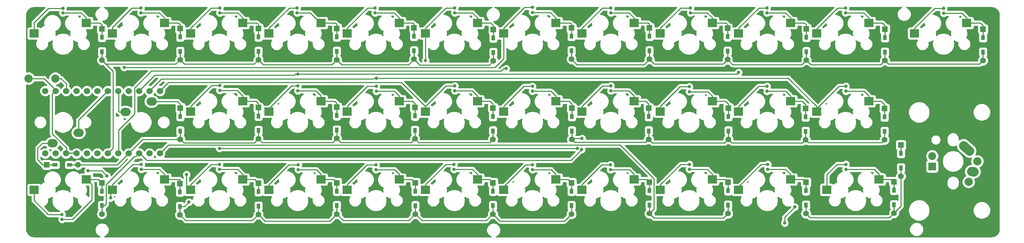
<source format=gbl>
G04 #@! TF.GenerationSoftware,KiCad,Pcbnew,(5.1.5)-2*
G04 #@! TF.CreationDate,2020-02-27T15:55:59+09:00*
G04 #@! TF.ProjectId,First_keyboard30,46697273-745f-46b6-9579-626f61726433,rev?*
G04 #@! TF.SameCoordinates,Original*
G04 #@! TF.FileFunction,Copper,L2,Bot*
G04 #@! TF.FilePolarity,Positive*
%FSLAX46Y46*%
G04 Gerber Fmt 4.6, Leading zero omitted, Abs format (unit mm)*
G04 Created by KiCad (PCBNEW (5.1.5)-2) date 2020-02-27 15:55:59*
%MOMM*%
%LPD*%
G04 APERTURE LIST*
%ADD10C,1.524000*%
%ADD11O,2.500000X2.000000*%
%ADD12R,2.300000X2.000000*%
%ADD13R,1.905000X1.905000*%
%ADD14C,1.905000*%
%ADD15C,2.000000*%
%ADD16C,2.250000*%
%ADD17C,2.250000*%
%ADD18C,1.397000*%
%ADD19R,1.397000X1.397000*%
%ADD20R,0.950000X1.300000*%
%ADD21R,1.300000X0.950000*%
%ADD22C,0.800000*%
%ADD23C,0.250000*%
%ADD24C,0.254000*%
G04 APERTURE END LIST*
D10*
X38310000Y-99690000D03*
X40850000Y-99690000D03*
X43390000Y-99690000D03*
X45930000Y-99690000D03*
X48470000Y-99690000D03*
X51010000Y-99690000D03*
X53550000Y-99690000D03*
X56090000Y-99690000D03*
X58630000Y-99690000D03*
X61170000Y-99690000D03*
X63710000Y-99690000D03*
X66250000Y-99690000D03*
X66250000Y-114910000D03*
X63710000Y-114910000D03*
X61170000Y-114910000D03*
X58630000Y-114910000D03*
X56090000Y-114910000D03*
X53550000Y-114910000D03*
X51010000Y-114910000D03*
X48470000Y-114910000D03*
X45930000Y-114910000D03*
X43390000Y-114910000D03*
X40850000Y-114910000D03*
X38310000Y-114910000D03*
D11*
X57850000Y-104770000D03*
X64200000Y-102230000D03*
X46420000Y-109850000D03*
X40070000Y-112390000D03*
D12*
X241280000Y-121220000D03*
X228580000Y-123760000D03*
X219760000Y-121240000D03*
X207060000Y-123780000D03*
X200710000Y-121240000D03*
X188010000Y-123780000D03*
X181660000Y-121240000D03*
X168960000Y-123780000D03*
X162610000Y-121240000D03*
X149910000Y-123780000D03*
X143560000Y-121240000D03*
X130860000Y-123780000D03*
X124510000Y-121240000D03*
X111810000Y-123780000D03*
X105460000Y-121240000D03*
X92760000Y-123780000D03*
X86410000Y-121240000D03*
X73710000Y-123780000D03*
X67360000Y-121240000D03*
X54660000Y-123780000D03*
X48310000Y-121240000D03*
X35610000Y-123780000D03*
X238810000Y-102190000D03*
X226110000Y-104730000D03*
X219760000Y-102190000D03*
X207060000Y-104730000D03*
X200710000Y-102190000D03*
X188010000Y-104730000D03*
X181660000Y-102190000D03*
X168960000Y-104730000D03*
X162610000Y-102190000D03*
X149910000Y-104730000D03*
X143560000Y-102190000D03*
X130860000Y-104730000D03*
X124510000Y-102190000D03*
X111810000Y-104730000D03*
X105460000Y-102190000D03*
X92760000Y-104730000D03*
X86410000Y-102190000D03*
X73710000Y-104730000D03*
X262650000Y-83140000D03*
X249950000Y-85680000D03*
X238810000Y-83140000D03*
X226110000Y-85680000D03*
X219760000Y-83140000D03*
X207060000Y-85680000D03*
X200710000Y-83140000D03*
X188010000Y-85680000D03*
X181660000Y-83140000D03*
X168960000Y-85680000D03*
X162610000Y-83140000D03*
X149910000Y-85680000D03*
X143560000Y-83140000D03*
X130860000Y-85680000D03*
X124510000Y-83140000D03*
X111810000Y-85680000D03*
X105460000Y-83140000D03*
X92760000Y-85680000D03*
X86410000Y-83140000D03*
X73710000Y-85680000D03*
X67360000Y-83140000D03*
X54660000Y-85680000D03*
X48310000Y-83140000D03*
X35610000Y-85680000D03*
D13*
X254220000Y-118090000D03*
D14*
X254220000Y-115550000D03*
D15*
X265200000Y-116820000D03*
X263100000Y-121820000D03*
D16*
X263300000Y-114320000D03*
D17*
X261840000Y-113010000D02*
X263300008Y-114319990D01*
D16*
X264380000Y-119360000D03*
D17*
X263800000Y-119320000D02*
X264380032Y-119359542D01*
D15*
X34260000Y-96660000D03*
X40760000Y-96660000D03*
D18*
X246610000Y-120470000D03*
D19*
X246610000Y-112850000D03*
D20*
X246610000Y-114885000D03*
X246610000Y-118435000D03*
D18*
X244940000Y-129460000D03*
D19*
X244940000Y-121840000D03*
D20*
X244940000Y-123875000D03*
X244940000Y-127425000D03*
D18*
X223510000Y-129560000D03*
D19*
X223510000Y-121940000D03*
D20*
X223510000Y-123975000D03*
X223510000Y-127525000D03*
D18*
X204510000Y-129560000D03*
D19*
X204510000Y-121940000D03*
D20*
X204510000Y-123975000D03*
X204510000Y-127525000D03*
D18*
X185410000Y-129560000D03*
D19*
X185410000Y-121940000D03*
D20*
X185410000Y-123975000D03*
X185410000Y-127525000D03*
D18*
X166410000Y-129660000D03*
D19*
X166410000Y-122040000D03*
D20*
X166410000Y-124075000D03*
X166410000Y-127625000D03*
D18*
X147310000Y-129660000D03*
D19*
X147310000Y-122040000D03*
D20*
X147310000Y-124075000D03*
X147310000Y-127625000D03*
D18*
X128410000Y-129670000D03*
D19*
X128410000Y-122050000D03*
D20*
X128410000Y-124085000D03*
X128410000Y-127635000D03*
D18*
X109310000Y-129660000D03*
D19*
X109310000Y-122040000D03*
D20*
X109310000Y-124075000D03*
X109310000Y-127625000D03*
D18*
X90210000Y-129770000D03*
D19*
X90210000Y-122150000D03*
D20*
X90210000Y-124185000D03*
X90210000Y-127735000D03*
D18*
X71110000Y-129860000D03*
D19*
X71110000Y-122240000D03*
D20*
X71110000Y-124275000D03*
X71110000Y-127825000D03*
D18*
X52110000Y-129660000D03*
D19*
X52110000Y-122040000D03*
D20*
X52110000Y-124075000D03*
X52110000Y-127625000D03*
D18*
X242610000Y-111570000D03*
D19*
X242610000Y-103950000D03*
D20*
X242610000Y-105985000D03*
X242610000Y-109535000D03*
D18*
X223410000Y-111570000D03*
D19*
X223410000Y-103950000D03*
D20*
X223410000Y-105985000D03*
X223410000Y-109535000D03*
D18*
X204610000Y-111470000D03*
D19*
X204610000Y-103850000D03*
D20*
X204610000Y-105885000D03*
X204610000Y-109435000D03*
D18*
X185210000Y-111460000D03*
D19*
X185210000Y-103840000D03*
D20*
X185210000Y-105875000D03*
X185210000Y-109425000D03*
D18*
X166510000Y-111470000D03*
D19*
X166510000Y-103850000D03*
D20*
X166510000Y-105885000D03*
X166510000Y-109435000D03*
D18*
X147310000Y-111460000D03*
D19*
X147310000Y-103840000D03*
D20*
X147310000Y-105875000D03*
X147310000Y-109425000D03*
D18*
X128310000Y-111360000D03*
D19*
X128310000Y-103740000D03*
D20*
X128310000Y-105775000D03*
X128310000Y-109325000D03*
D18*
X109310000Y-111270000D03*
D19*
X109310000Y-103650000D03*
D20*
X109310000Y-105685000D03*
X109310000Y-109235000D03*
D18*
X90210000Y-111370000D03*
D19*
X90210000Y-103750000D03*
D20*
X90210000Y-105785000D03*
X90210000Y-109335000D03*
D18*
X71210000Y-111470000D03*
D19*
X71210000Y-103850000D03*
D20*
X71210000Y-105885000D03*
X71210000Y-109435000D03*
D18*
X46310000Y-117660000D03*
D19*
X38690000Y-117660000D03*
D21*
X40725000Y-117660000D03*
X44275000Y-117660000D03*
D18*
X266610000Y-92280000D03*
D19*
X266610000Y-84660000D03*
D20*
X266610000Y-86695000D03*
X266610000Y-90245000D03*
D18*
X242710000Y-92270000D03*
D19*
X242710000Y-84650000D03*
D20*
X242710000Y-86685000D03*
X242710000Y-90235000D03*
D18*
X223610000Y-92170000D03*
D19*
X223610000Y-84550000D03*
D20*
X223610000Y-86585000D03*
X223610000Y-90135000D03*
D18*
X204410000Y-92060000D03*
D19*
X204410000Y-84440000D03*
D20*
X204410000Y-86475000D03*
X204410000Y-90025000D03*
D18*
X185410000Y-91960000D03*
D19*
X185410000Y-84340000D03*
D20*
X185410000Y-86375000D03*
X185410000Y-89925000D03*
D18*
X166410000Y-91960000D03*
D19*
X166410000Y-84340000D03*
D20*
X166410000Y-86375000D03*
X166410000Y-89925000D03*
D18*
X147410000Y-92370000D03*
D19*
X147410000Y-84750000D03*
D20*
X147410000Y-86785000D03*
X147410000Y-90335000D03*
D18*
X128110000Y-91960000D03*
D19*
X128110000Y-84340000D03*
D20*
X128110000Y-86375000D03*
X128110000Y-89925000D03*
D18*
X109310000Y-92070000D03*
D19*
X109310000Y-84450000D03*
D20*
X109310000Y-86485000D03*
X109310000Y-90035000D03*
D18*
X90210000Y-92080000D03*
D19*
X90210000Y-84460000D03*
D20*
X90210000Y-86495000D03*
X90210000Y-90045000D03*
D18*
X71160000Y-92120000D03*
D19*
X71160000Y-84500000D03*
D20*
X71160000Y-86535000D03*
X71160000Y-90085000D03*
D18*
X52120000Y-92190000D03*
D19*
X52120000Y-84570000D03*
D20*
X52120000Y-86605000D03*
X52120000Y-90155000D03*
D22*
X42610000Y-80660000D03*
X61610000Y-80660000D03*
X80810000Y-80660000D03*
X99610000Y-80660000D03*
X118610000Y-80660000D03*
X138010000Y-80660000D03*
X150510000Y-94260000D03*
X156910000Y-80560000D03*
X176010000Y-80660000D03*
X195410000Y-80660000D03*
X214010000Y-80660000D03*
X233110000Y-80660000D03*
X257010000Y-80760000D03*
X80810000Y-99560000D03*
X99810000Y-99660000D03*
X118910000Y-99760000D03*
X138010000Y-99660000D03*
X168910000Y-113960000D03*
X169010000Y-111260000D03*
X156910000Y-99760000D03*
X176010000Y-99660000D03*
X195110000Y-99860000D03*
X214010000Y-99760000D03*
X233210000Y-99760000D03*
X42410000Y-130960000D03*
X73310000Y-126760000D03*
X61710000Y-118760000D03*
X80710000Y-118760000D03*
X99910000Y-118860000D03*
X118810000Y-118860000D03*
X137810000Y-118760000D03*
X156910000Y-118860000D03*
X175910000Y-118860000D03*
X195110000Y-118760000D03*
X214210000Y-118760000D03*
X233210000Y-118760000D03*
X57510000Y-93960000D03*
X53310000Y-120360000D03*
X54210000Y-125760000D03*
X48710000Y-119160000D03*
X156910000Y-79360000D03*
X156910000Y-98560000D03*
X175910000Y-117660000D03*
X61710000Y-117560000D03*
X42610000Y-79560000D03*
X167910000Y-113660000D03*
X80710000Y-113660000D03*
X72710000Y-120060000D03*
X61610000Y-79460000D03*
X176010000Y-79460000D03*
X176010000Y-98460000D03*
X195110000Y-117560000D03*
X80710000Y-117560000D03*
X220810000Y-127960000D03*
X218310000Y-131860000D03*
X80810000Y-79460000D03*
X195410000Y-79460000D03*
X80810000Y-98360000D03*
X195110000Y-98660000D03*
X214210000Y-117560000D03*
X99910000Y-117660000D03*
X207110000Y-95160000D03*
X99610000Y-79460000D03*
X214010000Y-79460000D03*
X99810000Y-98460000D03*
X214010000Y-98560000D03*
X233210000Y-117560000D03*
X118810000Y-117660000D03*
X99810000Y-95585010D03*
X118910000Y-96560000D03*
X118610000Y-79460000D03*
X233110000Y-79460000D03*
X118910000Y-98560000D03*
X233210000Y-98560000D03*
X137810000Y-117560000D03*
X130910000Y-92260000D03*
X138010000Y-79460000D03*
X257010000Y-79560000D03*
X138010000Y-98460000D03*
X156910000Y-117660000D03*
X42410000Y-129760000D03*
D23*
X52120000Y-92190000D02*
X52120000Y-90155000D01*
X71160000Y-90085000D02*
X71160000Y-92120000D01*
X90210000Y-90045000D02*
X90210000Y-92080000D01*
X109310000Y-90035000D02*
X109310000Y-92070000D01*
X128110000Y-89925000D02*
X128110000Y-91960000D01*
X147410000Y-92370000D02*
X147410000Y-90335000D01*
X70120000Y-93160000D02*
X71160000Y-92120000D01*
X53090000Y-93160000D02*
X70120000Y-93160000D01*
X52120000Y-92190000D02*
X53090000Y-93160000D01*
X89130000Y-93160000D02*
X90210000Y-92080000D01*
X72200000Y-93160000D02*
X89130000Y-93160000D01*
X71160000Y-92120000D02*
X72200000Y-93160000D01*
X108120000Y-93260000D02*
X109310000Y-92070000D01*
X91390000Y-93260000D02*
X108120000Y-93260000D01*
X90210000Y-92080000D02*
X91390000Y-93260000D01*
X126810000Y-93260000D02*
X128110000Y-91960000D01*
X110500000Y-93260000D02*
X126810000Y-93260000D01*
X109310000Y-92070000D02*
X110500000Y-93260000D01*
X146420000Y-93360000D02*
X147410000Y-92370000D01*
X129510000Y-93360000D02*
X146420000Y-93360000D01*
X128110000Y-91960000D02*
X129510000Y-93360000D01*
X54841301Y-113598699D02*
X54516299Y-113923701D01*
X54516299Y-113923701D02*
X53640000Y-114800000D01*
X54841301Y-94911301D02*
X54841301Y-113598699D01*
X52120000Y-92190000D02*
X54841301Y-94911301D01*
X48310000Y-81890000D02*
X48310000Y-83140000D01*
X47080000Y-80660000D02*
X48310000Y-81890000D01*
X42610000Y-80660000D02*
X47080000Y-80660000D01*
X52120000Y-83621500D02*
X52120000Y-84570000D01*
X51638500Y-83140000D02*
X52120000Y-83621500D01*
X48310000Y-83140000D02*
X51638500Y-83140000D01*
X52120000Y-84570000D02*
X52120000Y-86605000D01*
X67360000Y-81890000D02*
X67360000Y-83140000D01*
X66130000Y-80660000D02*
X67360000Y-81890000D01*
X61610000Y-80660000D02*
X66130000Y-80660000D01*
X71160000Y-83551500D02*
X71160000Y-84500000D01*
X70748500Y-83140000D02*
X71160000Y-83551500D01*
X67360000Y-83140000D02*
X70748500Y-83140000D01*
X71160000Y-84500000D02*
X71160000Y-86535000D01*
X86410000Y-81890000D02*
X86410000Y-83140000D01*
X85180000Y-80660000D02*
X86410000Y-81890000D01*
X80810000Y-80660000D02*
X85180000Y-80660000D01*
X90210000Y-83511500D02*
X90210000Y-84460000D01*
X89838500Y-83140000D02*
X90210000Y-83511500D01*
X86410000Y-83140000D02*
X89838500Y-83140000D01*
X90210000Y-84460000D02*
X90210000Y-86495000D01*
X102830000Y-80660000D02*
X100175685Y-80660000D01*
X105310000Y-83140000D02*
X102830000Y-80660000D01*
X100175685Y-80660000D02*
X99610000Y-80660000D01*
X105460000Y-83140000D02*
X105310000Y-83140000D01*
X109310000Y-83501500D02*
X109310000Y-84450000D01*
X108948500Y-83140000D02*
X109310000Y-83501500D01*
X105460000Y-83140000D02*
X108948500Y-83140000D01*
X109310000Y-84450000D02*
X109310000Y-86485000D01*
X127858500Y-83140000D02*
X128110000Y-83391500D01*
X128110000Y-83391500D02*
X128110000Y-84340000D01*
X124510000Y-83140000D02*
X127858500Y-83140000D01*
X119175685Y-80660000D02*
X118610000Y-80660000D01*
X124510000Y-81890000D02*
X123280000Y-80660000D01*
X123280000Y-80660000D02*
X119175685Y-80660000D01*
X124510000Y-83140000D02*
X124510000Y-81890000D01*
X128110000Y-86375000D02*
X128110000Y-84340000D01*
X143560000Y-81890000D02*
X143560000Y-83140000D01*
X142330000Y-80660000D02*
X143560000Y-81890000D01*
X138010000Y-80660000D02*
X142330000Y-80660000D01*
X146748500Y-83140000D02*
X147410000Y-83801500D01*
X147410000Y-83801500D02*
X147410000Y-84750000D01*
X143560000Y-83140000D02*
X146748500Y-83140000D01*
X147410000Y-84750000D02*
X147410000Y-86785000D01*
X166410000Y-91960000D02*
X166410000Y-89925000D01*
X185410000Y-91960000D02*
X185410000Y-89925000D01*
X204410000Y-92060000D02*
X204410000Y-90025000D01*
X223610000Y-92170000D02*
X223610000Y-90135000D01*
X242710000Y-92270000D02*
X242710000Y-90235000D01*
X266610000Y-92280000D02*
X266610000Y-90245000D01*
X265730000Y-93160000D02*
X266610000Y-92280000D01*
X243600000Y-93160000D02*
X265730000Y-93160000D01*
X242710000Y-92270000D02*
X243600000Y-93160000D01*
X241720000Y-93260000D02*
X242710000Y-92270000D01*
X224700000Y-93260000D02*
X241720000Y-93260000D01*
X223610000Y-92170000D02*
X224700000Y-93260000D01*
X222520000Y-93260000D02*
X223610000Y-92170000D01*
X205610000Y-93260000D02*
X222520000Y-93260000D01*
X204410000Y-92060000D02*
X205610000Y-93260000D01*
X184110000Y-93260000D02*
X185410000Y-91960000D01*
X167710000Y-93260000D02*
X184110000Y-93260000D01*
X166410000Y-91960000D02*
X167710000Y-93260000D01*
X186610000Y-93160000D02*
X203310000Y-93160000D01*
X203310000Y-93160000D02*
X204410000Y-92060000D01*
X185410000Y-91960000D02*
X186610000Y-93160000D01*
X149910000Y-94260000D02*
X150510000Y-94260000D01*
X64182074Y-94860000D02*
X149310000Y-94860000D01*
X56180000Y-114800000D02*
X56180000Y-109177002D01*
X60058699Y-98983375D02*
X64182074Y-94860000D01*
X60058699Y-105298303D02*
X60058699Y-98983375D01*
X56180000Y-109177002D02*
X60058699Y-105298303D01*
X149310000Y-94860000D02*
X149910000Y-94260000D01*
X157475685Y-80560000D02*
X156910000Y-80560000D01*
X161280000Y-80560000D02*
X157475685Y-80560000D01*
X162610000Y-81890000D02*
X161280000Y-80560000D01*
X162610000Y-83140000D02*
X162610000Y-81890000D01*
X166410000Y-83391500D02*
X166410000Y-84340000D01*
X166158500Y-83140000D02*
X166410000Y-83391500D01*
X162610000Y-83140000D02*
X166158500Y-83140000D01*
X166410000Y-84340000D02*
X166410000Y-86375000D01*
X180430000Y-80660000D02*
X181660000Y-81890000D01*
X181660000Y-81890000D02*
X181660000Y-83140000D01*
X176010000Y-80660000D02*
X180430000Y-80660000D01*
X185410000Y-83391500D02*
X185410000Y-84340000D01*
X185158500Y-83140000D02*
X185410000Y-83391500D01*
X181660000Y-83140000D02*
X185158500Y-83140000D01*
X185410000Y-84340000D02*
X185410000Y-86375000D01*
X199480000Y-80660000D02*
X200710000Y-81890000D01*
X200710000Y-81890000D02*
X200710000Y-83140000D01*
X195410000Y-80660000D02*
X199480000Y-80660000D01*
X204410000Y-83491500D02*
X204410000Y-84440000D01*
X204058500Y-83140000D02*
X204410000Y-83491500D01*
X200710000Y-83140000D02*
X204058500Y-83140000D01*
X204410000Y-84440000D02*
X204410000Y-86475000D01*
X219760000Y-81890000D02*
X219760000Y-83140000D01*
X218530000Y-80660000D02*
X219760000Y-81890000D01*
X214010000Y-80660000D02*
X218530000Y-80660000D01*
X223610000Y-83601500D02*
X223610000Y-84550000D01*
X223148500Y-83140000D02*
X223610000Y-83601500D01*
X219760000Y-83140000D02*
X223148500Y-83140000D01*
X223610000Y-84550000D02*
X223610000Y-86585000D01*
X238810000Y-81890000D02*
X238810000Y-83140000D01*
X237580000Y-80660000D02*
X238810000Y-81890000D01*
X233110000Y-80660000D02*
X237580000Y-80660000D01*
X242148500Y-83140000D02*
X242710000Y-83701500D01*
X242710000Y-83701500D02*
X242710000Y-84650000D01*
X238810000Y-83140000D02*
X242148500Y-83140000D01*
X242710000Y-84650000D02*
X242710000Y-86685000D01*
X257575685Y-80760000D02*
X257010000Y-80760000D01*
X261520000Y-80760000D02*
X257575685Y-80760000D01*
X262650000Y-81890000D02*
X261520000Y-80760000D01*
X262650000Y-83140000D02*
X262650000Y-81890000D01*
X266610000Y-83711500D02*
X266610000Y-84660000D01*
X266038500Y-83140000D02*
X266610000Y-83711500D01*
X262650000Y-83140000D02*
X266038500Y-83140000D01*
X266610000Y-84660000D02*
X266610000Y-86695000D01*
X147310000Y-111460000D02*
X147310000Y-109425000D01*
X128310000Y-111360000D02*
X128310000Y-109325000D01*
X109310000Y-111270000D02*
X109310000Y-109235000D01*
X90210000Y-111370000D02*
X90210000Y-109335000D01*
X71210000Y-111470000D02*
X71210000Y-109435000D01*
X44275000Y-117660000D02*
X46310000Y-117660000D01*
X146510000Y-112260000D02*
X147310000Y-111460000D01*
X129210000Y-112260000D02*
X146510000Y-112260000D01*
X128310000Y-111360000D02*
X129210000Y-112260000D01*
X127410000Y-112260000D02*
X128310000Y-111360000D01*
X110300000Y-112260000D02*
X127410000Y-112260000D01*
X109310000Y-111270000D02*
X110300000Y-112260000D01*
X108320000Y-112260000D02*
X109310000Y-111270000D01*
X91100000Y-112260000D02*
X108320000Y-112260000D01*
X90210000Y-111370000D02*
X91100000Y-112260000D01*
X89220000Y-112360000D02*
X90210000Y-111370000D01*
X72100000Y-112360000D02*
X89220000Y-112360000D01*
X71210000Y-111470000D02*
X72100000Y-112360000D01*
X55860000Y-117660000D02*
X58720000Y-114800000D01*
X46310000Y-117660000D02*
X55860000Y-117660000D01*
X62050000Y-111470000D02*
X71210000Y-111470000D01*
X58720000Y-114800000D02*
X62050000Y-111470000D01*
X38690000Y-117660000D02*
X40725000Y-117660000D01*
X36510000Y-116428500D02*
X37741500Y-117660000D01*
X37741500Y-117660000D02*
X38690000Y-117660000D01*
X36510000Y-113560000D02*
X36510000Y-116428500D01*
X37680000Y-112390000D02*
X36510000Y-113560000D01*
X40070000Y-112390000D02*
X37680000Y-112390000D01*
X71210000Y-103850000D02*
X71210000Y-105885000D01*
X70538500Y-102230000D02*
X71210000Y-102901500D01*
X71210000Y-102901500D02*
X71210000Y-103850000D01*
X64200000Y-102230000D02*
X70538500Y-102230000D01*
X85030000Y-99560000D02*
X86410000Y-100940000D01*
X86410000Y-100940000D02*
X86410000Y-102190000D01*
X80810000Y-99560000D02*
X85030000Y-99560000D01*
X90210000Y-102801500D02*
X90210000Y-103750000D01*
X89598500Y-102190000D02*
X90210000Y-102801500D01*
X86410000Y-102190000D02*
X89598500Y-102190000D01*
X90210000Y-105785000D02*
X90210000Y-103750000D01*
X105460000Y-100940000D02*
X105460000Y-102190000D01*
X104180000Y-99660000D02*
X105460000Y-100940000D01*
X99810000Y-99660000D02*
X104180000Y-99660000D01*
X109310000Y-102701500D02*
X109310000Y-103650000D01*
X108798500Y-102190000D02*
X109310000Y-102701500D01*
X105460000Y-102190000D02*
X108798500Y-102190000D01*
X109310000Y-103650000D02*
X109310000Y-105685000D01*
X123330000Y-99760000D02*
X124510000Y-100940000D01*
X124510000Y-100940000D02*
X124510000Y-102190000D01*
X118910000Y-99760000D02*
X123330000Y-99760000D01*
X127708500Y-102190000D02*
X128310000Y-102791500D01*
X128310000Y-102791500D02*
X128310000Y-103740000D01*
X124510000Y-102190000D02*
X127708500Y-102190000D01*
X128310000Y-103740000D02*
X128310000Y-105775000D01*
X143560000Y-100940000D02*
X143560000Y-102190000D01*
X142280000Y-99660000D02*
X143560000Y-100940000D01*
X138010000Y-99660000D02*
X142280000Y-99660000D01*
X147310000Y-102891500D02*
X147310000Y-103840000D01*
X146608500Y-102190000D02*
X147310000Y-102891500D01*
X143560000Y-102190000D02*
X146608500Y-102190000D01*
X147310000Y-103840000D02*
X147310000Y-105875000D01*
X242610000Y-109535000D02*
X242610000Y-111570000D01*
X223410000Y-109535000D02*
X223410000Y-111570000D01*
X204610000Y-109435000D02*
X204610000Y-111470000D01*
X185210000Y-111460000D02*
X185210000Y-109425000D01*
X166510000Y-111470000D02*
X166510000Y-109435000D01*
X52110000Y-129660000D02*
X52110000Y-127625000D01*
X241920000Y-112260000D02*
X242610000Y-111570000D01*
X224100000Y-112260000D02*
X241920000Y-112260000D01*
X223410000Y-111570000D02*
X224100000Y-112260000D01*
X222620000Y-112360000D02*
X223410000Y-111570000D01*
X205500000Y-112360000D02*
X222620000Y-112360000D01*
X204610000Y-111470000D02*
X205500000Y-112360000D01*
X203720000Y-112360000D02*
X204610000Y-111470000D01*
X186110000Y-112360000D02*
X203720000Y-112360000D01*
X185210000Y-111460000D02*
X186110000Y-112360000D01*
X184510000Y-112160000D02*
X185210000Y-111460000D01*
X167200000Y-112160000D02*
X184510000Y-112160000D01*
X166510000Y-111470000D02*
X167200000Y-112160000D01*
X166720000Y-111260000D02*
X166510000Y-111470000D01*
X169010000Y-111260000D02*
X166720000Y-111260000D01*
X62136299Y-115676299D02*
X61260000Y-114800000D01*
X63020000Y-116560000D02*
X62136299Y-115676299D01*
X166310000Y-116560000D02*
X63020000Y-116560000D01*
X168910000Y-113960000D02*
X166310000Y-116560000D01*
X60383701Y-115676299D02*
X61260000Y-114800000D01*
X53184999Y-122519999D02*
X60028699Y-115676299D01*
X53184999Y-127275001D02*
X53184999Y-122519999D01*
X60028699Y-115676299D02*
X60383701Y-115676299D01*
X52835000Y-127625000D02*
X53184999Y-127275001D01*
X52110000Y-127625000D02*
X52835000Y-127625000D01*
X162610000Y-100940000D02*
X162610000Y-102190000D01*
X161430000Y-99760000D02*
X162610000Y-100940000D01*
X156910000Y-99760000D02*
X161430000Y-99760000D01*
X166510000Y-102901500D02*
X166510000Y-103850000D01*
X165798500Y-102190000D02*
X166510000Y-102901500D01*
X162610000Y-102190000D02*
X165798500Y-102190000D01*
X166510000Y-103850000D02*
X166510000Y-105885000D01*
X180380000Y-99660000D02*
X181660000Y-100940000D01*
X181660000Y-100940000D02*
X181660000Y-102190000D01*
X176010000Y-99660000D02*
X180380000Y-99660000D01*
X185210000Y-102891500D02*
X185210000Y-103840000D01*
X184508500Y-102190000D02*
X185210000Y-102891500D01*
X181660000Y-102190000D02*
X184508500Y-102190000D01*
X185210000Y-103840000D02*
X185210000Y-105875000D01*
X200710000Y-100940000D02*
X200710000Y-102190000D01*
X199630000Y-99860000D02*
X200710000Y-100940000D01*
X195110000Y-99860000D02*
X199630000Y-99860000D01*
X204610000Y-102901500D02*
X204610000Y-103850000D01*
X203898500Y-102190000D02*
X204610000Y-102901500D01*
X200710000Y-102190000D02*
X203898500Y-102190000D01*
X204610000Y-103850000D02*
X204610000Y-105885000D01*
X219760000Y-100940000D02*
X219760000Y-102190000D01*
X218580000Y-99760000D02*
X219760000Y-100940000D01*
X214010000Y-99760000D02*
X218580000Y-99760000D01*
X223410000Y-103001500D02*
X223410000Y-103950000D01*
X222598500Y-102190000D02*
X223410000Y-103001500D01*
X219760000Y-102190000D02*
X222598500Y-102190000D01*
X223410000Y-103950000D02*
X223410000Y-105985000D01*
X238810000Y-100940000D02*
X238810000Y-102190000D01*
X237630000Y-99760000D02*
X238810000Y-100940000D01*
X233210000Y-99760000D02*
X237630000Y-99760000D01*
X242610000Y-103001500D02*
X242610000Y-103950000D01*
X241798500Y-102190000D02*
X242610000Y-103001500D01*
X238810000Y-102190000D02*
X241798500Y-102190000D01*
X242610000Y-103950000D02*
X242610000Y-105985000D01*
X48460000Y-121240000D02*
X48310000Y-121240000D01*
X44977002Y-130960000D02*
X49710000Y-126227002D01*
X49710000Y-122490000D02*
X48460000Y-121240000D01*
X49710000Y-126227002D02*
X49710000Y-122490000D01*
X42410000Y-130960000D02*
X44977002Y-130960000D01*
X51310000Y-121240000D02*
X52110000Y-122040000D01*
X48310000Y-121240000D02*
X51310000Y-121240000D01*
X52110000Y-122040000D02*
X52110000Y-124075000D01*
X166410000Y-129660000D02*
X166410000Y-127625000D01*
X147310000Y-129660000D02*
X147310000Y-127625000D01*
X128410000Y-129670000D02*
X128410000Y-127635000D01*
X109310000Y-129660000D02*
X109310000Y-127625000D01*
X90210000Y-129770000D02*
X90210000Y-127735000D01*
X71110000Y-129860000D02*
X71110000Y-127825000D01*
X72510000Y-131260000D02*
X88720000Y-131260000D01*
X88720000Y-131260000D02*
X90210000Y-129770000D01*
X71110000Y-129860000D02*
X72510000Y-131260000D01*
X107610000Y-131360000D02*
X109310000Y-129660000D01*
X91800000Y-131360000D02*
X107610000Y-131360000D01*
X90210000Y-129770000D02*
X91800000Y-131360000D01*
X126820000Y-131260000D02*
X128410000Y-129670000D01*
X110910000Y-131260000D02*
X126820000Y-131260000D01*
X109310000Y-129660000D02*
X110910000Y-131260000D01*
X145710000Y-131260000D02*
X147310000Y-129660000D01*
X130000000Y-131260000D02*
X145710000Y-131260000D01*
X128410000Y-129670000D02*
X130000000Y-131260000D01*
X164710000Y-131360000D02*
X166410000Y-129660000D01*
X149010000Y-131360000D02*
X164710000Y-131360000D01*
X147310000Y-129660000D02*
X149010000Y-131360000D01*
X72245000Y-127825000D02*
X73310000Y-126760000D01*
X71110000Y-127825000D02*
X72245000Y-127825000D01*
X67360000Y-119990000D02*
X67360000Y-121240000D01*
X66130000Y-118760000D02*
X67360000Y-119990000D01*
X61710000Y-118760000D02*
X66130000Y-118760000D01*
X71110000Y-121291500D02*
X71110000Y-122240000D01*
X71058500Y-121240000D02*
X71110000Y-121291500D01*
X67360000Y-121240000D02*
X71058500Y-121240000D01*
X71110000Y-122240000D02*
X71110000Y-124275000D01*
X86410000Y-119990000D02*
X86410000Y-121240000D01*
X85180000Y-118760000D02*
X86410000Y-119990000D01*
X80710000Y-118760000D02*
X85180000Y-118760000D01*
X89300000Y-121240000D02*
X90210000Y-122150000D01*
X86410000Y-121240000D02*
X89300000Y-121240000D01*
X90210000Y-122150000D02*
X90210000Y-124185000D01*
X105460000Y-119990000D02*
X105460000Y-121240000D01*
X104330000Y-118860000D02*
X105460000Y-119990000D01*
X99910000Y-118860000D02*
X104330000Y-118860000D01*
X108510000Y-121240000D02*
X109310000Y-122040000D01*
X105460000Y-121240000D02*
X108510000Y-121240000D01*
X109310000Y-122040000D02*
X109310000Y-124075000D01*
X124510000Y-119990000D02*
X124510000Y-121240000D01*
X123380000Y-118860000D02*
X124510000Y-119990000D01*
X118810000Y-118860000D02*
X123380000Y-118860000D01*
X127600000Y-121240000D02*
X128410000Y-122050000D01*
X124510000Y-121240000D02*
X127600000Y-121240000D01*
X128410000Y-122050000D02*
X128410000Y-124085000D01*
X143560000Y-119990000D02*
X143560000Y-121240000D01*
X142330000Y-118760000D02*
X143560000Y-119990000D01*
X137810000Y-118760000D02*
X142330000Y-118760000D01*
X146510000Y-121240000D02*
X147310000Y-122040000D01*
X143560000Y-121240000D02*
X146510000Y-121240000D01*
X147310000Y-122040000D02*
X147310000Y-124075000D01*
X162610000Y-119990000D02*
X162610000Y-121240000D01*
X161480000Y-118860000D02*
X162610000Y-119990000D01*
X156910000Y-118860000D02*
X161480000Y-118860000D01*
X165610000Y-121240000D02*
X166410000Y-122040000D01*
X162610000Y-121240000D02*
X165610000Y-121240000D01*
X166410000Y-122040000D02*
X166410000Y-124075000D01*
X246610000Y-118435000D02*
X246610000Y-120470000D01*
X223510000Y-127525000D02*
X223510000Y-129560000D01*
X204510000Y-127525000D02*
X204510000Y-129560000D01*
X185410000Y-129560000D02*
X185410000Y-127525000D01*
X203410000Y-130660000D02*
X204510000Y-129560000D01*
X186510000Y-130660000D02*
X203410000Y-130660000D01*
X185410000Y-129560000D02*
X186510000Y-130660000D01*
X186108499Y-128861501D02*
X185410000Y-129560000D01*
X186534999Y-121082997D02*
X186534999Y-128435001D01*
X186534999Y-128435001D02*
X186108499Y-128861501D01*
X178312002Y-112860000D02*
X186534999Y-121082997D01*
X68280000Y-112860000D02*
X178312002Y-112860000D01*
X66340000Y-114800000D02*
X68280000Y-112860000D01*
X243840000Y-130560000D02*
X244940000Y-129460000D01*
X223510000Y-129560000D02*
X224510000Y-130560000D01*
X224510000Y-130560000D02*
X243840000Y-130560000D01*
X244940000Y-129460000D02*
X244940000Y-127425000D01*
X246610000Y-127790000D02*
X246610000Y-120470000D01*
X244940000Y-129460000D02*
X246610000Y-127790000D01*
X181660000Y-119990000D02*
X181660000Y-121240000D01*
X180530000Y-118860000D02*
X181660000Y-119990000D01*
X175910000Y-118860000D02*
X180530000Y-118860000D01*
X184710000Y-121240000D02*
X185410000Y-121940000D01*
X181660000Y-121240000D02*
X184710000Y-121240000D01*
X185410000Y-121940000D02*
X185410000Y-123975000D01*
X200710000Y-119990000D02*
X200710000Y-121240000D01*
X199480000Y-118760000D02*
X200710000Y-119990000D01*
X195110000Y-118760000D02*
X199480000Y-118760000D01*
X203810000Y-121240000D02*
X204510000Y-121940000D01*
X200710000Y-121240000D02*
X203810000Y-121240000D01*
X204510000Y-121940000D02*
X204510000Y-123975000D01*
X219760000Y-119990000D02*
X219760000Y-121240000D01*
X218530000Y-118760000D02*
X219760000Y-119990000D01*
X214210000Y-118760000D02*
X218530000Y-118760000D01*
X222810000Y-121240000D02*
X223510000Y-121940000D01*
X219760000Y-121240000D02*
X222810000Y-121240000D01*
X223510000Y-121940000D02*
X223510000Y-123975000D01*
X244940000Y-123875000D02*
X244940000Y-121840000D01*
X244320000Y-121220000D02*
X244940000Y-121840000D01*
X241280000Y-121220000D02*
X244320000Y-121220000D01*
X241280000Y-119970000D02*
X241280000Y-121220000D01*
X240070000Y-118760000D02*
X241280000Y-119970000D01*
X233210000Y-118760000D02*
X240070000Y-118760000D01*
X246610000Y-112850000D02*
X246610000Y-114885000D01*
X38040000Y-96660000D02*
X40940000Y-99560000D01*
X34260000Y-96660000D02*
X38040000Y-96660000D01*
X43480000Y-113560725D02*
X43480000Y-114800000D01*
X40063701Y-100436299D02*
X40063701Y-110144426D01*
X40063701Y-110144426D02*
X43480000Y-113560725D01*
X40940000Y-99560000D02*
X40063701Y-100436299D01*
X44719275Y-114800000D02*
X46020000Y-114800000D01*
X43480000Y-114800000D02*
X44719275Y-114800000D01*
X43480000Y-98320725D02*
X43480000Y-99560000D01*
X43480000Y-97965787D02*
X43480000Y-98320725D01*
X42174213Y-96660000D02*
X43480000Y-97965787D01*
X40760000Y-96660000D02*
X42174213Y-96660000D01*
X35610000Y-85680000D02*
X35610000Y-83060000D01*
X39110000Y-79560000D02*
X42610000Y-79560000D01*
X35610000Y-83060000D02*
X39110000Y-79560000D01*
X156344315Y-79360000D02*
X156910000Y-79360000D01*
X154980000Y-79360000D02*
X156344315Y-79360000D01*
X149910000Y-84430000D02*
X154980000Y-79360000D01*
X149910000Y-85680000D02*
X149910000Y-84430000D01*
X156344315Y-98560000D02*
X156910000Y-98560000D01*
X154830000Y-98560000D02*
X156344315Y-98560000D01*
X149910000Y-103480000D02*
X154830000Y-98560000D01*
X149910000Y-104730000D02*
X149910000Y-103480000D01*
X61144315Y-117560000D02*
X61710000Y-117560000D01*
X59630000Y-117560000D02*
X61144315Y-117560000D01*
X54660000Y-122530000D02*
X59630000Y-117560000D01*
X54660000Y-123780000D02*
X54660000Y-122530000D01*
X175344315Y-117660000D02*
X175910000Y-117660000D01*
X173830000Y-117660000D02*
X175344315Y-117660000D01*
X168960000Y-122530000D02*
X173830000Y-117660000D01*
X168960000Y-123780000D02*
X168960000Y-122530000D01*
X46420000Y-106780000D02*
X53640000Y-99560000D01*
X46420000Y-109850000D02*
X46420000Y-106780000D01*
X52110000Y-119160000D02*
X53310000Y-120360000D01*
X48710000Y-119160000D02*
X52110000Y-119160000D01*
X54210000Y-124230000D02*
X54660000Y-123780000D01*
X54210000Y-125760000D02*
X54210000Y-124230000D01*
X149910000Y-86930000D02*
X149910000Y-85680000D01*
X149910000Y-91860000D02*
X149910000Y-86930000D01*
X147810000Y-93960000D02*
X149910000Y-91860000D01*
X57510000Y-93960000D02*
X147810000Y-93960000D01*
X59410000Y-79460000D02*
X61044315Y-79460000D01*
X61044315Y-79460000D02*
X61610000Y-79460000D01*
X54660000Y-84210000D02*
X59410000Y-79460000D01*
X54660000Y-85680000D02*
X54660000Y-84210000D01*
X173930000Y-79460000D02*
X175444315Y-79460000D01*
X175444315Y-79460000D02*
X176010000Y-79460000D01*
X168960000Y-84430000D02*
X173930000Y-79460000D01*
X168960000Y-85680000D02*
X168960000Y-84430000D01*
X175444315Y-98460000D02*
X176010000Y-98460000D01*
X173980000Y-98460000D02*
X175444315Y-98460000D01*
X168960000Y-103480000D02*
X173980000Y-98460000D01*
X168960000Y-104730000D02*
X168960000Y-103480000D01*
X80144315Y-117560000D02*
X80710000Y-117560000D01*
X78680000Y-117560000D02*
X80144315Y-117560000D01*
X73710000Y-122530000D02*
X78680000Y-117560000D01*
X73710000Y-123780000D02*
X73710000Y-122530000D01*
X192980000Y-117560000D02*
X194544315Y-117560000D01*
X194544315Y-117560000D02*
X195110000Y-117560000D01*
X188010000Y-122530000D02*
X192980000Y-117560000D01*
X188010000Y-123780000D02*
X188010000Y-122530000D01*
X56180000Y-104600000D02*
X56350000Y-104770000D01*
X56350000Y-104770000D02*
X57850000Y-104770000D01*
X56180000Y-99560000D02*
X56180000Y-104600000D01*
X72710000Y-122780000D02*
X73710000Y-123780000D01*
X72710000Y-120060000D02*
X72710000Y-122780000D01*
X167910000Y-113660000D02*
X80710000Y-113660000D01*
X80244315Y-79460000D02*
X80810000Y-79460000D01*
X78680000Y-79460000D02*
X80244315Y-79460000D01*
X73710000Y-84430000D02*
X78680000Y-79460000D01*
X73710000Y-85680000D02*
X73710000Y-84430000D01*
X194844315Y-79460000D02*
X195410000Y-79460000D01*
X188010000Y-84430000D02*
X192980000Y-79460000D01*
X192980000Y-79460000D02*
X194844315Y-79460000D01*
X188010000Y-85680000D02*
X188010000Y-84430000D01*
X192830000Y-98660000D02*
X194544315Y-98660000D01*
X188010000Y-103480000D02*
X192830000Y-98660000D01*
X194544315Y-98660000D02*
X195110000Y-98660000D01*
X188010000Y-104730000D02*
X188010000Y-103480000D01*
X78830000Y-98360000D02*
X80244315Y-98360000D01*
X73710000Y-103480000D02*
X78830000Y-98360000D01*
X80244315Y-98360000D02*
X80810000Y-98360000D01*
X73710000Y-104730000D02*
X73710000Y-103480000D01*
X97630000Y-117660000D02*
X99344315Y-117660000D01*
X92760000Y-122530000D02*
X97630000Y-117660000D01*
X99344315Y-117660000D02*
X99910000Y-117660000D01*
X92760000Y-123780000D02*
X92760000Y-122530000D01*
X213644315Y-117560000D02*
X214210000Y-117560000D01*
X212538998Y-117560000D02*
X213644315Y-117560000D01*
X207060000Y-123038998D02*
X212538998Y-117560000D01*
X207060000Y-123780000D02*
X207060000Y-123038998D01*
X218310000Y-130460000D02*
X220810000Y-127960000D01*
X218310000Y-131860000D02*
X218310000Y-130460000D01*
X99044315Y-79460000D02*
X99610000Y-79460000D01*
X92760000Y-84430000D02*
X97730000Y-79460000D01*
X97730000Y-79460000D02*
X99044315Y-79460000D01*
X92760000Y-85680000D02*
X92760000Y-84430000D01*
X213444315Y-79460000D02*
X214010000Y-79460000D01*
X207060000Y-84430000D02*
X212030000Y-79460000D01*
X212030000Y-79460000D02*
X213444315Y-79460000D01*
X207060000Y-85680000D02*
X207060000Y-84430000D01*
X213444315Y-98560000D02*
X214010000Y-98560000D01*
X207060000Y-103480000D02*
X211980000Y-98560000D01*
X211980000Y-98560000D02*
X213444315Y-98560000D01*
X207060000Y-104730000D02*
X207060000Y-103480000D01*
X98288998Y-98460000D02*
X99244315Y-98460000D01*
X92760000Y-103988998D02*
X98288998Y-98460000D01*
X99244315Y-98460000D02*
X99810000Y-98460000D01*
X92760000Y-104730000D02*
X92760000Y-103988998D01*
X118244315Y-117660000D02*
X118810000Y-117660000D01*
X116680000Y-117660000D02*
X118244315Y-117660000D01*
X111810000Y-122530000D02*
X116680000Y-117660000D01*
X111810000Y-123780000D02*
X111810000Y-122530000D01*
X232644315Y-117560000D02*
X233210000Y-117560000D01*
X231080000Y-117560000D02*
X232644315Y-117560000D01*
X207110000Y-95160000D02*
X206684990Y-95585010D01*
X100375685Y-95585010D02*
X99810000Y-95585010D01*
X206684990Y-95585010D02*
X100375685Y-95585010D01*
X99244315Y-95585010D02*
X99810000Y-95585010D01*
X98969325Y-95860000D02*
X99244315Y-95585010D01*
X64960000Y-95860000D02*
X98969325Y-95860000D01*
X61260000Y-99560000D02*
X64960000Y-95860000D01*
X228580000Y-120060000D02*
X231080000Y-117560000D01*
X228580000Y-123760000D02*
X228580000Y-120060000D01*
X118044315Y-79460000D02*
X118610000Y-79460000D01*
X111810000Y-84430000D02*
X116780000Y-79460000D01*
X116780000Y-79460000D02*
X118044315Y-79460000D01*
X111810000Y-85680000D02*
X111810000Y-84430000D01*
X232544315Y-79460000D02*
X233110000Y-79460000D01*
X231210000Y-79460000D02*
X232544315Y-79460000D01*
X226110000Y-84560000D02*
X231210000Y-79460000D01*
X226110000Y-85680000D02*
X226110000Y-84560000D01*
X232644315Y-98560000D02*
X233210000Y-98560000D01*
X231538998Y-98560000D02*
X232644315Y-98560000D01*
X226110000Y-103988998D02*
X231538998Y-98560000D01*
X226110000Y-104730000D02*
X226110000Y-103988998D01*
X118344315Y-98560000D02*
X118910000Y-98560000D01*
X116730000Y-98560000D02*
X118344315Y-98560000D01*
X111810000Y-103480000D02*
X116730000Y-98560000D01*
X111810000Y-104730000D02*
X111810000Y-103480000D01*
X137244315Y-117560000D02*
X137810000Y-117560000D01*
X135830000Y-117560000D02*
X137244315Y-117560000D01*
X130860000Y-122530000D02*
X135830000Y-117560000D01*
X130860000Y-123780000D02*
X130860000Y-122530000D01*
X219190000Y-96560000D02*
X226110000Y-103480000D01*
X226110000Y-103480000D02*
X226110000Y-104730000D01*
X118910000Y-96560000D02*
X219190000Y-96560000D01*
X118410000Y-96560000D02*
X118910000Y-96560000D01*
X66600000Y-96760000D02*
X118210000Y-96760000D01*
X118210000Y-96760000D02*
X118410000Y-96560000D01*
X63800000Y-99560000D02*
X66600000Y-96760000D01*
X130860000Y-84430000D02*
X135830000Y-79460000D01*
X137444315Y-79460000D02*
X138010000Y-79460000D01*
X135830000Y-79460000D02*
X137444315Y-79460000D01*
X130860000Y-85680000D02*
X130860000Y-84430000D01*
X256444315Y-79560000D02*
X257010000Y-79560000D01*
X254820000Y-79560000D02*
X256444315Y-79560000D01*
X249950000Y-84430000D02*
X254820000Y-79560000D01*
X249950000Y-85680000D02*
X249950000Y-84430000D01*
X137444315Y-98460000D02*
X138010000Y-98460000D01*
X135880000Y-98460000D02*
X137444315Y-98460000D01*
X130860000Y-103480000D02*
X135880000Y-98460000D01*
X39042998Y-129760000D02*
X41844315Y-129760000D01*
X41844315Y-129760000D02*
X42410000Y-129760000D01*
X35610000Y-126327002D02*
X39042998Y-129760000D01*
X35610000Y-123780000D02*
X35610000Y-126327002D01*
X156344315Y-117660000D02*
X156910000Y-117660000D01*
X149910000Y-123038998D02*
X155288998Y-117660000D01*
X155288998Y-117660000D02*
X156344315Y-117660000D01*
X149910000Y-123780000D02*
X149910000Y-123038998D01*
X130860000Y-92210000D02*
X130910000Y-92260000D01*
X130860000Y-85680000D02*
X130860000Y-92210000D01*
X130860000Y-103480000D02*
X130860000Y-104730000D01*
X125014999Y-97634999D02*
X130860000Y-103480000D01*
X68265001Y-97634999D02*
X125014999Y-97634999D01*
X66340000Y-99560000D02*
X68265001Y-97634999D01*
D24*
G36*
X269009422Y-79397927D02*
G01*
X269359632Y-79505283D01*
X269682319Y-79678616D01*
X269965193Y-79911325D01*
X270197480Y-80194547D01*
X270370332Y-80517494D01*
X270477164Y-80867860D01*
X270517083Y-81263800D01*
X270522158Y-133289066D01*
X270481713Y-133684298D01*
X270374357Y-134034509D01*
X270201023Y-134357198D01*
X269968312Y-134640072D01*
X269685093Y-134872357D01*
X269362148Y-135045208D01*
X269011780Y-135152040D01*
X268615871Y-135191957D01*
X148065847Y-135187001D01*
X148281831Y-135097537D01*
X148565998Y-134907663D01*
X148807663Y-134665998D01*
X148997537Y-134381831D01*
X149128325Y-134066081D01*
X149195000Y-133730883D01*
X149195000Y-133389117D01*
X149161185Y-133219117D01*
X248685000Y-133219117D01*
X248685000Y-133560883D01*
X248751675Y-133896081D01*
X248882463Y-134211831D01*
X249072337Y-134495998D01*
X249314002Y-134737663D01*
X249598169Y-134927537D01*
X249913919Y-135058325D01*
X250249117Y-135125000D01*
X250590883Y-135125000D01*
X250926081Y-135058325D01*
X251241831Y-134927537D01*
X251525998Y-134737663D01*
X251767663Y-134495998D01*
X251957537Y-134211831D01*
X252088325Y-133896081D01*
X252155000Y-133560883D01*
X252155000Y-133219117D01*
X252088325Y-132883919D01*
X251957537Y-132568169D01*
X251767663Y-132284002D01*
X251525998Y-132042337D01*
X251241831Y-131852463D01*
X250926081Y-131721675D01*
X250590883Y-131655000D01*
X250249117Y-131655000D01*
X249913919Y-131721675D01*
X249598169Y-131852463D01*
X249314002Y-132042337D01*
X249072337Y-132284002D01*
X248882463Y-132568169D01*
X248751675Y-132883919D01*
X248685000Y-133219117D01*
X149161185Y-133219117D01*
X149128325Y-133053919D01*
X148997537Y-132738169D01*
X148807663Y-132454002D01*
X148565998Y-132212337D01*
X148281831Y-132022463D01*
X147966081Y-131891675D01*
X147630883Y-131825000D01*
X147289117Y-131825000D01*
X146953919Y-131891675D01*
X146638169Y-132022463D01*
X146354002Y-132212337D01*
X146112337Y-132454002D01*
X145922463Y-132738169D01*
X145791675Y-133053919D01*
X145725000Y-133389117D01*
X145725000Y-133730883D01*
X145791675Y-134066081D01*
X145922463Y-134381831D01*
X146112337Y-134665998D01*
X146354002Y-134907663D01*
X146638169Y-135097537D01*
X146854033Y-135186951D01*
X52692887Y-135183080D01*
X52971831Y-135067537D01*
X53255998Y-134877663D01*
X53497663Y-134635998D01*
X53687537Y-134351831D01*
X53818325Y-134036081D01*
X53885000Y-133700883D01*
X53885000Y-133359117D01*
X53818325Y-133023919D01*
X53687537Y-132708169D01*
X53497663Y-132424002D01*
X53255998Y-132182337D01*
X52971831Y-131992463D01*
X52656081Y-131861675D01*
X52320883Y-131795000D01*
X51979117Y-131795000D01*
X51643919Y-131861675D01*
X51328169Y-131992463D01*
X51044002Y-132182337D01*
X50802337Y-132424002D01*
X50612463Y-132708169D01*
X50481675Y-133023919D01*
X50415000Y-133359117D01*
X50415000Y-133700883D01*
X50481675Y-134036081D01*
X50612463Y-134351831D01*
X50802337Y-134635998D01*
X51044002Y-134877663D01*
X51328169Y-135067537D01*
X51607006Y-135183035D01*
X35645492Y-135182379D01*
X35250219Y-135141930D01*
X34900008Y-135034574D01*
X34577319Y-134861240D01*
X34294445Y-134628529D01*
X34062160Y-134345310D01*
X33889309Y-134022365D01*
X33782477Y-133671997D01*
X33742561Y-133276092D01*
X33743835Y-107153891D01*
X35525000Y-107153891D01*
X35525000Y-107466109D01*
X35585911Y-107772327D01*
X35705391Y-108060779D01*
X35878850Y-108320379D01*
X36099621Y-108541150D01*
X36359221Y-108714609D01*
X36647673Y-108834089D01*
X36953891Y-108895000D01*
X37266109Y-108895000D01*
X37572327Y-108834089D01*
X37860779Y-108714609D01*
X38120379Y-108541150D01*
X38341150Y-108320379D01*
X38514609Y-108060779D01*
X38634089Y-107772327D01*
X38695000Y-107466109D01*
X38695000Y-107153891D01*
X38634089Y-106847673D01*
X38514609Y-106559221D01*
X38341150Y-106299621D01*
X38120379Y-106078850D01*
X37860779Y-105905391D01*
X37572327Y-105785911D01*
X37266109Y-105725000D01*
X36953891Y-105725000D01*
X36647673Y-105785911D01*
X36359221Y-105905391D01*
X36099621Y-106078850D01*
X35878850Y-106299621D01*
X35705391Y-106559221D01*
X35585911Y-106847673D01*
X35525000Y-107153891D01*
X33743835Y-107153891D01*
X33744271Y-98216089D01*
X33783088Y-98232168D01*
X34098967Y-98295000D01*
X34421033Y-98295000D01*
X34736912Y-98232168D01*
X35034463Y-98108918D01*
X35302252Y-97929987D01*
X35529987Y-97702252D01*
X35708918Y-97434463D01*
X35714909Y-97420000D01*
X37725199Y-97420000D01*
X38635595Y-98330396D01*
X38447592Y-98293000D01*
X38172408Y-98293000D01*
X37902510Y-98346686D01*
X37648273Y-98451995D01*
X37419465Y-98604880D01*
X37224880Y-98799465D01*
X37071995Y-99028273D01*
X36966686Y-99282510D01*
X36913000Y-99552408D01*
X36913000Y-99827592D01*
X36966686Y-100097490D01*
X37071995Y-100351727D01*
X37224880Y-100580535D01*
X37419465Y-100775120D01*
X37648273Y-100928005D01*
X37902510Y-101033314D01*
X38172408Y-101087000D01*
X38447592Y-101087000D01*
X38717490Y-101033314D01*
X38971727Y-100928005D01*
X39200535Y-100775120D01*
X39303701Y-100671954D01*
X39303702Y-110107094D01*
X39300025Y-110144426D01*
X39303702Y-110181759D01*
X39313208Y-110278268D01*
X39314699Y-110293411D01*
X39358155Y-110436672D01*
X39428727Y-110568702D01*
X39485887Y-110638351D01*
X39523701Y-110684427D01*
X39552699Y-110708225D01*
X39612045Y-110767571D01*
X39499484Y-110778657D01*
X39191285Y-110872148D01*
X38907248Y-111023969D01*
X38658286Y-111228286D01*
X38453969Y-111477248D01*
X38372321Y-111630000D01*
X37717323Y-111630000D01*
X37680000Y-111626324D01*
X37642677Y-111630000D01*
X37642667Y-111630000D01*
X37531014Y-111640997D01*
X37387753Y-111684454D01*
X37255724Y-111755026D01*
X37139999Y-111849999D01*
X37116201Y-111878997D01*
X35999003Y-112996196D01*
X35969999Y-113019999D01*
X35938240Y-113058698D01*
X35875026Y-113135724D01*
X35821575Y-113235724D01*
X35804454Y-113267754D01*
X35760997Y-113411015D01*
X35750000Y-113522668D01*
X35750000Y-113522678D01*
X35746324Y-113560000D01*
X35750000Y-113597323D01*
X35750001Y-116391168D01*
X35746324Y-116428500D01*
X35760998Y-116577485D01*
X35804454Y-116720746D01*
X35875026Y-116852776D01*
X35934321Y-116925026D01*
X35970000Y-116968501D01*
X35998998Y-116992299D01*
X37177701Y-118171003D01*
X37201499Y-118200001D01*
X37230497Y-118223799D01*
X37317223Y-118294974D01*
X37353428Y-118314326D01*
X37353428Y-118358500D01*
X37365688Y-118482982D01*
X37401998Y-118602680D01*
X37460963Y-118712994D01*
X37540315Y-118809685D01*
X37637006Y-118889037D01*
X37747320Y-118948002D01*
X37867018Y-118984312D01*
X37991500Y-118996572D01*
X39388500Y-118996572D01*
X39512982Y-118984312D01*
X39632680Y-118948002D01*
X39742994Y-118889037D01*
X39839685Y-118809685D01*
X39893891Y-118743634D01*
X39950518Y-118760812D01*
X40075000Y-118773072D01*
X41375000Y-118773072D01*
X41499482Y-118760812D01*
X41619180Y-118724502D01*
X41729494Y-118665537D01*
X41826185Y-118586185D01*
X41905537Y-118489494D01*
X41964502Y-118379180D01*
X42000812Y-118259482D01*
X42013072Y-118135000D01*
X42013072Y-117185000D01*
X42000812Y-117060518D01*
X41964502Y-116940820D01*
X41905537Y-116830506D01*
X41826185Y-116733815D01*
X41729494Y-116654463D01*
X41619180Y-116595498D01*
X41499482Y-116559188D01*
X41375000Y-116546928D01*
X40075000Y-116546928D01*
X39950518Y-116559188D01*
X39893891Y-116576366D01*
X39839685Y-116510315D01*
X39742994Y-116430963D01*
X39632680Y-116371998D01*
X39512982Y-116335688D01*
X39388500Y-116323428D01*
X37991500Y-116323428D01*
X37867018Y-116335688D01*
X37747320Y-116371998D01*
X37637006Y-116430963D01*
X37609686Y-116453384D01*
X37270000Y-116113699D01*
X37270000Y-115845655D01*
X37419465Y-115995120D01*
X37648273Y-116148005D01*
X37902510Y-116253314D01*
X38172408Y-116307000D01*
X38447592Y-116307000D01*
X38717490Y-116253314D01*
X38971727Y-116148005D01*
X39200535Y-115995120D01*
X39395120Y-115800535D01*
X39548005Y-115571727D01*
X39580000Y-115494485D01*
X39611995Y-115571727D01*
X39764880Y-115800535D01*
X39959465Y-115995120D01*
X40188273Y-116148005D01*
X40442510Y-116253314D01*
X40712408Y-116307000D01*
X40987592Y-116307000D01*
X41257490Y-116253314D01*
X41511727Y-116148005D01*
X41740535Y-115995120D01*
X41935120Y-115800535D01*
X42088005Y-115571727D01*
X42120000Y-115494485D01*
X42151995Y-115571727D01*
X42304880Y-115800535D01*
X42499465Y-115995120D01*
X42728273Y-116148005D01*
X42982510Y-116253314D01*
X43252408Y-116307000D01*
X43527592Y-116307000D01*
X43797490Y-116253314D01*
X44051727Y-116148005D01*
X44280535Y-115995120D01*
X44475120Y-115800535D01*
X44628005Y-115571727D01*
X44632863Y-115560000D01*
X44687137Y-115560000D01*
X44691995Y-115571727D01*
X44844880Y-115800535D01*
X45039465Y-115995120D01*
X45268273Y-116148005D01*
X45522510Y-116253314D01*
X45792408Y-116307000D01*
X46067592Y-116307000D01*
X46337490Y-116253314D01*
X46591727Y-116148005D01*
X46820535Y-115995120D01*
X47015120Y-115800535D01*
X47168005Y-115571727D01*
X47200000Y-115494485D01*
X47231995Y-115571727D01*
X47384880Y-115800535D01*
X47579465Y-115995120D01*
X47808273Y-116148005D01*
X48062510Y-116253314D01*
X48332408Y-116307000D01*
X48607592Y-116307000D01*
X48877490Y-116253314D01*
X49131727Y-116148005D01*
X49360535Y-115995120D01*
X49555120Y-115800535D01*
X49708005Y-115571727D01*
X49740000Y-115494485D01*
X49771995Y-115571727D01*
X49924880Y-115800535D01*
X50119465Y-115995120D01*
X50348273Y-116148005D01*
X50602510Y-116253314D01*
X50872408Y-116307000D01*
X51147592Y-116307000D01*
X51417490Y-116253314D01*
X51671727Y-116148005D01*
X51900535Y-115995120D01*
X52095120Y-115800535D01*
X52248005Y-115571727D01*
X52280000Y-115494485D01*
X52311995Y-115571727D01*
X52464880Y-115800535D01*
X52659465Y-115995120D01*
X52888273Y-116148005D01*
X53142510Y-116253314D01*
X53412408Y-116307000D01*
X53687592Y-116307000D01*
X53957490Y-116253314D01*
X54211727Y-116148005D01*
X54440535Y-115995120D01*
X54635120Y-115800535D01*
X54788005Y-115571727D01*
X54820000Y-115494485D01*
X54851995Y-115571727D01*
X55004880Y-115800535D01*
X55199465Y-115995120D01*
X55428273Y-116148005D01*
X55682510Y-116253314D01*
X55952408Y-116307000D01*
X56138199Y-116307000D01*
X55545199Y-116900000D01*
X47405971Y-116900000D01*
X47345797Y-116809943D01*
X47160057Y-116624203D01*
X46941649Y-116478268D01*
X46698968Y-116377746D01*
X46441338Y-116326500D01*
X46178662Y-116326500D01*
X45921032Y-116377746D01*
X45678351Y-116478268D01*
X45459943Y-116624203D01*
X45361985Y-116722161D01*
X45279494Y-116654463D01*
X45169180Y-116595498D01*
X45049482Y-116559188D01*
X44925000Y-116546928D01*
X43625000Y-116546928D01*
X43500518Y-116559188D01*
X43380820Y-116595498D01*
X43270506Y-116654463D01*
X43173815Y-116733815D01*
X43094463Y-116830506D01*
X43035498Y-116940820D01*
X42999188Y-117060518D01*
X42986928Y-117185000D01*
X42986928Y-118135000D01*
X42999188Y-118259482D01*
X43035498Y-118379180D01*
X43094463Y-118489494D01*
X43173815Y-118586185D01*
X43270506Y-118665537D01*
X43380820Y-118724502D01*
X43500518Y-118760812D01*
X43625000Y-118773072D01*
X44925000Y-118773072D01*
X45049482Y-118760812D01*
X45169180Y-118724502D01*
X45279494Y-118665537D01*
X45361985Y-118597839D01*
X45459943Y-118695797D01*
X45678351Y-118841732D01*
X45921032Y-118942254D01*
X46178662Y-118993500D01*
X46441338Y-118993500D01*
X46698968Y-118942254D01*
X46941649Y-118841732D01*
X47160057Y-118695797D01*
X47345797Y-118510057D01*
X47405971Y-118420000D01*
X47986289Y-118420000D01*
X47906063Y-118500226D01*
X47792795Y-118669744D01*
X47714774Y-118858102D01*
X47675000Y-119058061D01*
X47675000Y-119261939D01*
X47714774Y-119461898D01*
X47772777Y-119601928D01*
X47160000Y-119601928D01*
X47035518Y-119614188D01*
X46915820Y-119650498D01*
X46805506Y-119709463D01*
X46708815Y-119788815D01*
X46694998Y-119805652D01*
X46510983Y-119621637D01*
X46161302Y-119387988D01*
X45772756Y-119227047D01*
X45360279Y-119145000D01*
X44939721Y-119145000D01*
X44527244Y-119227047D01*
X44138698Y-119387988D01*
X43789017Y-119621637D01*
X43491637Y-119919017D01*
X43257988Y-120268698D01*
X43097047Y-120657244D01*
X43015000Y-121069721D01*
X43015000Y-121490279D01*
X43097047Y-121902756D01*
X43257988Y-122291302D01*
X43491637Y-122640983D01*
X43789017Y-122938363D01*
X44138698Y-123172012D01*
X44354302Y-123261318D01*
X44285000Y-123609720D01*
X44285000Y-124030278D01*
X44336537Y-124289373D01*
X44321588Y-124274424D01*
X43881825Y-123980583D01*
X43393186Y-123778183D01*
X42874449Y-123675000D01*
X42345551Y-123675000D01*
X41826814Y-123778183D01*
X41338175Y-123980583D01*
X40898412Y-124274424D01*
X40883463Y-124289373D01*
X40935000Y-124030279D01*
X40935000Y-123609721D01*
X40865698Y-123261318D01*
X41081302Y-123172012D01*
X41430983Y-122938363D01*
X41728363Y-122640983D01*
X41962012Y-122291302D01*
X42122953Y-121902756D01*
X42205000Y-121490279D01*
X42205000Y-121069721D01*
X42122953Y-120657244D01*
X41962012Y-120268698D01*
X41728363Y-119919017D01*
X41430983Y-119621637D01*
X41081302Y-119387988D01*
X40692756Y-119227047D01*
X40280279Y-119145000D01*
X39859721Y-119145000D01*
X39447244Y-119227047D01*
X39058698Y-119387988D01*
X38709017Y-119621637D01*
X38411637Y-119919017D01*
X38177988Y-120268698D01*
X38017047Y-120657244D01*
X37935000Y-121069721D01*
X37935000Y-121490279D01*
X38004302Y-121838682D01*
X37788698Y-121927988D01*
X37439017Y-122161637D01*
X37238525Y-122362129D01*
X37211185Y-122328815D01*
X37114494Y-122249463D01*
X37004180Y-122190498D01*
X36884482Y-122154188D01*
X36760000Y-122141928D01*
X34460000Y-122141928D01*
X34335518Y-122154188D01*
X34215820Y-122190498D01*
X34105506Y-122249463D01*
X34008815Y-122328815D01*
X33929463Y-122425506D01*
X33870498Y-122535820D01*
X33834188Y-122655518D01*
X33821928Y-122780000D01*
X33821928Y-124780000D01*
X33834188Y-124904482D01*
X33870498Y-125024180D01*
X33929463Y-125134494D01*
X34008815Y-125231185D01*
X34105506Y-125310537D01*
X34215820Y-125369502D01*
X34335518Y-125405812D01*
X34460000Y-125418072D01*
X34850001Y-125418072D01*
X34850001Y-126289670D01*
X34846324Y-126327002D01*
X34850001Y-126364335D01*
X34855534Y-126420506D01*
X34860998Y-126475987D01*
X34904454Y-126619248D01*
X34975026Y-126751278D01*
X35031841Y-126820506D01*
X35070000Y-126867003D01*
X35098998Y-126890801D01*
X38479199Y-130271003D01*
X38502997Y-130300001D01*
X38618722Y-130394974D01*
X38750751Y-130465546D01*
X38894012Y-130509003D01*
X39005665Y-130520000D01*
X39005674Y-130520000D01*
X39042997Y-130523676D01*
X39080320Y-130520000D01*
X41471978Y-130520000D01*
X41414774Y-130658102D01*
X41375000Y-130858061D01*
X41375000Y-131061939D01*
X41414774Y-131261898D01*
X41492795Y-131450256D01*
X41606063Y-131619774D01*
X41750226Y-131763937D01*
X41919744Y-131877205D01*
X42108102Y-131955226D01*
X42308061Y-131995000D01*
X42511939Y-131995000D01*
X42711898Y-131955226D01*
X42900256Y-131877205D01*
X43069774Y-131763937D01*
X43113711Y-131720000D01*
X44939680Y-131720000D01*
X44977002Y-131723676D01*
X45014324Y-131720000D01*
X45014335Y-131720000D01*
X45125988Y-131709003D01*
X45269249Y-131665546D01*
X45401278Y-131594974D01*
X45517003Y-131500001D01*
X45540806Y-131470997D01*
X50221004Y-126790800D01*
X50250001Y-126767003D01*
X50279953Y-126730506D01*
X50344974Y-126651279D01*
X50415546Y-126519249D01*
X50422565Y-126496109D01*
X50459003Y-126375988D01*
X50470000Y-126264335D01*
X50470000Y-126264325D01*
X50473676Y-126227002D01*
X50470000Y-126189679D01*
X50470000Y-122527323D01*
X50473676Y-122490000D01*
X50470000Y-122452677D01*
X50470000Y-122452667D01*
X50459003Y-122341014D01*
X50415546Y-122197753D01*
X50390021Y-122149999D01*
X50344974Y-122065723D01*
X50291036Y-122000000D01*
X50773428Y-122000000D01*
X50773428Y-122738500D01*
X50785688Y-122862982D01*
X50821998Y-122982680D01*
X50880963Y-123092994D01*
X50960315Y-123189685D01*
X51026366Y-123243891D01*
X51009188Y-123300518D01*
X50996928Y-123425000D01*
X50996928Y-124725000D01*
X51009188Y-124849482D01*
X51045498Y-124969180D01*
X51104463Y-125079494D01*
X51183815Y-125176185D01*
X51280506Y-125255537D01*
X51390820Y-125314502D01*
X51510518Y-125350812D01*
X51635000Y-125363072D01*
X52424999Y-125363072D01*
X52424999Y-126336928D01*
X51635000Y-126336928D01*
X51510518Y-126349188D01*
X51390820Y-126385498D01*
X51280506Y-126444463D01*
X51183815Y-126523815D01*
X51104463Y-126620506D01*
X51045498Y-126730820D01*
X51009188Y-126850518D01*
X50996928Y-126975000D01*
X50996928Y-128275000D01*
X51009188Y-128399482D01*
X51045498Y-128519180D01*
X51104463Y-128629494D01*
X51172161Y-128711985D01*
X51074203Y-128809943D01*
X50928268Y-129028351D01*
X50827746Y-129271032D01*
X50776500Y-129528662D01*
X50776500Y-129791338D01*
X50827746Y-130048968D01*
X50928268Y-130291649D01*
X51074203Y-130510057D01*
X51259943Y-130695797D01*
X51478351Y-130841732D01*
X51721032Y-130942254D01*
X51978662Y-130993500D01*
X52241338Y-130993500D01*
X52498968Y-130942254D01*
X52741649Y-130841732D01*
X52960057Y-130695797D01*
X53145797Y-130510057D01*
X53291732Y-130291649D01*
X53392254Y-130048968D01*
X53443500Y-129791338D01*
X53443500Y-129528662D01*
X53392254Y-129271032D01*
X53291732Y-129028351D01*
X53145797Y-128809943D01*
X53047839Y-128711985D01*
X53115537Y-128629494D01*
X53174502Y-128519180D01*
X53210812Y-128399482D01*
X53222622Y-128279566D01*
X53259276Y-128259974D01*
X53375001Y-128165001D01*
X53398804Y-128135997D01*
X53695997Y-127838804D01*
X53725000Y-127815002D01*
X53819973Y-127699277D01*
X53890545Y-127567248D01*
X53934002Y-127423987D01*
X53944999Y-127312334D01*
X53944999Y-127312325D01*
X53948675Y-127275002D01*
X53944999Y-127237679D01*
X53944999Y-126762565D01*
X54108061Y-126795000D01*
X54311939Y-126795000D01*
X54511898Y-126755226D01*
X54700256Y-126677205D01*
X54869774Y-126563937D01*
X54995000Y-126438711D01*
X54995000Y-126516109D01*
X55055911Y-126822327D01*
X55175391Y-127110779D01*
X55348850Y-127370379D01*
X55569621Y-127591150D01*
X55829221Y-127764609D01*
X56117673Y-127884089D01*
X56423891Y-127945000D01*
X56736109Y-127945000D01*
X57042327Y-127884089D01*
X57330779Y-127764609D01*
X57590379Y-127591150D01*
X57811150Y-127370379D01*
X57984609Y-127110779D01*
X58104089Y-126822327D01*
X58165000Y-126516109D01*
X58165000Y-126203891D01*
X58113391Y-125944435D01*
X58472756Y-125872953D01*
X58861302Y-125712012D01*
X59083748Y-125563378D01*
X59078183Y-125576814D01*
X58975000Y-126095551D01*
X58975000Y-126624449D01*
X59078183Y-127143186D01*
X59280583Y-127631825D01*
X59574424Y-128071588D01*
X59948412Y-128445576D01*
X60388175Y-128739417D01*
X60876814Y-128941817D01*
X61395551Y-129045000D01*
X61924449Y-129045000D01*
X62443186Y-128941817D01*
X62931825Y-128739417D01*
X63371588Y-128445576D01*
X63745576Y-128071588D01*
X64039417Y-127631825D01*
X64241817Y-127143186D01*
X64345000Y-126624449D01*
X64345000Y-126095551D01*
X64241817Y-125576814D01*
X64236251Y-125563377D01*
X64458698Y-125712011D01*
X64847244Y-125872952D01*
X65206610Y-125944434D01*
X65155000Y-126203891D01*
X65155000Y-126516109D01*
X65215911Y-126822327D01*
X65335391Y-127110779D01*
X65508850Y-127370379D01*
X65729621Y-127591150D01*
X65989221Y-127764609D01*
X66277673Y-127884089D01*
X66583891Y-127945000D01*
X66896109Y-127945000D01*
X67202327Y-127884089D01*
X67490779Y-127764609D01*
X67750379Y-127591150D01*
X67971150Y-127370379D01*
X68144609Y-127110779D01*
X68264089Y-126822327D01*
X68325000Y-126516109D01*
X68325000Y-126203891D01*
X68264089Y-125897673D01*
X68144609Y-125609221D01*
X67971150Y-125349621D01*
X67750379Y-125128850D01*
X67490779Y-124955391D01*
X67324984Y-124886717D01*
X67362012Y-124831301D01*
X67522953Y-124442755D01*
X67605000Y-124030278D01*
X67605000Y-123609720D01*
X67522953Y-123197243D01*
X67390748Y-122878072D01*
X68510000Y-122878072D01*
X68634482Y-122865812D01*
X68754180Y-122829502D01*
X68864494Y-122770537D01*
X68961185Y-122691185D01*
X69040537Y-122594494D01*
X69099502Y-122484180D01*
X69135812Y-122364482D01*
X69148072Y-122240000D01*
X69148072Y-122000000D01*
X69773428Y-122000000D01*
X69773428Y-122938500D01*
X69785688Y-123062982D01*
X69821998Y-123182680D01*
X69880963Y-123292994D01*
X69960315Y-123389685D01*
X70026366Y-123443891D01*
X70009188Y-123500518D01*
X69996928Y-123625000D01*
X69996928Y-124925000D01*
X70009188Y-125049482D01*
X70045498Y-125169180D01*
X70104463Y-125279494D01*
X70183815Y-125376185D01*
X70280506Y-125455537D01*
X70390820Y-125514502D01*
X70510518Y-125550812D01*
X70635000Y-125563072D01*
X71585000Y-125563072D01*
X71709482Y-125550812D01*
X71829180Y-125514502D01*
X71939494Y-125455537D01*
X72036185Y-125376185D01*
X72115537Y-125279494D01*
X72131436Y-125249750D01*
X72205506Y-125310537D01*
X72315820Y-125369502D01*
X72435518Y-125405812D01*
X72560000Y-125418072D01*
X74353113Y-125418072D01*
X74225391Y-125609221D01*
X74105911Y-125897673D01*
X74073637Y-126059926D01*
X73969774Y-125956063D01*
X73800256Y-125842795D01*
X73611898Y-125764774D01*
X73411939Y-125725000D01*
X73208061Y-125725000D01*
X73008102Y-125764774D01*
X72819744Y-125842795D01*
X72650226Y-125956063D01*
X72506063Y-126100226D01*
X72392795Y-126269744D01*
X72314774Y-126458102D01*
X72275000Y-126658061D01*
X72275000Y-126720198D01*
X72136143Y-126859056D01*
X72115537Y-126820506D01*
X72036185Y-126723815D01*
X71939494Y-126644463D01*
X71829180Y-126585498D01*
X71709482Y-126549188D01*
X71585000Y-126536928D01*
X70635000Y-126536928D01*
X70510518Y-126549188D01*
X70390820Y-126585498D01*
X70280506Y-126644463D01*
X70183815Y-126723815D01*
X70104463Y-126820506D01*
X70045498Y-126930820D01*
X70009188Y-127050518D01*
X69996928Y-127175000D01*
X69996928Y-128475000D01*
X70009188Y-128599482D01*
X70045498Y-128719180D01*
X70104463Y-128829494D01*
X70172161Y-128911985D01*
X70074203Y-129009943D01*
X69928268Y-129228351D01*
X69827746Y-129471032D01*
X69776500Y-129728662D01*
X69776500Y-129991338D01*
X69827746Y-130248968D01*
X69928268Y-130491649D01*
X70074203Y-130710057D01*
X70259943Y-130895797D01*
X70478351Y-131041732D01*
X70721032Y-131142254D01*
X70978662Y-131193500D01*
X71241338Y-131193500D01*
X71347568Y-131172369D01*
X71946201Y-131771003D01*
X71969999Y-131800001D01*
X71998997Y-131823799D01*
X72085723Y-131894974D01*
X72198446Y-131955226D01*
X72217753Y-131965546D01*
X72361014Y-132009003D01*
X72472667Y-132020000D01*
X72472677Y-132020000D01*
X72510000Y-132023676D01*
X72547322Y-132020000D01*
X88682678Y-132020000D01*
X88720000Y-132023676D01*
X88757322Y-132020000D01*
X88757333Y-132020000D01*
X88868986Y-132009003D01*
X89012247Y-131965546D01*
X89144276Y-131894974D01*
X89260001Y-131800001D01*
X89283804Y-131770997D01*
X89972432Y-131082369D01*
X90078662Y-131103500D01*
X90341338Y-131103500D01*
X90447568Y-131082369D01*
X91236201Y-131871003D01*
X91259999Y-131900001D01*
X91288997Y-131923799D01*
X91375724Y-131994974D01*
X91507753Y-132065546D01*
X91651014Y-132109003D01*
X91800000Y-132123677D01*
X91837333Y-132120000D01*
X107572678Y-132120000D01*
X107610000Y-132123676D01*
X107647322Y-132120000D01*
X107647333Y-132120000D01*
X107758986Y-132109003D01*
X107902247Y-132065546D01*
X108034276Y-131994974D01*
X108150001Y-131900001D01*
X108173804Y-131870997D01*
X109072432Y-130972369D01*
X109178662Y-130993500D01*
X109441338Y-130993500D01*
X109547568Y-130972369D01*
X110346201Y-131771003D01*
X110369999Y-131800001D01*
X110485724Y-131894974D01*
X110617753Y-131965546D01*
X110761014Y-132009003D01*
X110872667Y-132020000D01*
X110872675Y-132020000D01*
X110910000Y-132023676D01*
X110947325Y-132020000D01*
X126782678Y-132020000D01*
X126820000Y-132023676D01*
X126857322Y-132020000D01*
X126857333Y-132020000D01*
X126968986Y-132009003D01*
X127112247Y-131965546D01*
X127244276Y-131894974D01*
X127360001Y-131800001D01*
X127383804Y-131770997D01*
X128172432Y-130982369D01*
X128278662Y-131003500D01*
X128541338Y-131003500D01*
X128647568Y-130982369D01*
X129436201Y-131771003D01*
X129459999Y-131800001D01*
X129488997Y-131823799D01*
X129575724Y-131894974D01*
X129707753Y-131965546D01*
X129851014Y-132009003D01*
X130000000Y-132023677D01*
X130037333Y-132020000D01*
X145672678Y-132020000D01*
X145710000Y-132023676D01*
X145747322Y-132020000D01*
X145747333Y-132020000D01*
X145858986Y-132009003D01*
X146002247Y-131965546D01*
X146134276Y-131894974D01*
X146250001Y-131800001D01*
X146273804Y-131770997D01*
X147072432Y-130972369D01*
X147178662Y-130993500D01*
X147441338Y-130993500D01*
X147547568Y-130972369D01*
X148446201Y-131871003D01*
X148469999Y-131900001D01*
X148498997Y-131923799D01*
X148585723Y-131994974D01*
X148717753Y-132065546D01*
X148861014Y-132109003D01*
X148972667Y-132120000D01*
X148972676Y-132120000D01*
X149009999Y-132123676D01*
X149047322Y-132120000D01*
X164672678Y-132120000D01*
X164710000Y-132123676D01*
X164747322Y-132120000D01*
X164747333Y-132120000D01*
X164858986Y-132109003D01*
X165002247Y-132065546D01*
X165134276Y-131994974D01*
X165250001Y-131900001D01*
X165273804Y-131870997D01*
X166172432Y-130972369D01*
X166278662Y-130993500D01*
X166541338Y-130993500D01*
X166798968Y-130942254D01*
X167041649Y-130841732D01*
X167260057Y-130695797D01*
X167445797Y-130510057D01*
X167591732Y-130291649D01*
X167692254Y-130048968D01*
X167743500Y-129791338D01*
X167743500Y-129528662D01*
X167692254Y-129271032D01*
X167591732Y-129028351D01*
X167445797Y-128809943D01*
X167347839Y-128711985D01*
X167415537Y-128629494D01*
X167474502Y-128519180D01*
X167510812Y-128399482D01*
X167523072Y-128275000D01*
X167523072Y-126975000D01*
X167510812Y-126850518D01*
X167474502Y-126730820D01*
X167415537Y-126620506D01*
X167336185Y-126523815D01*
X167239494Y-126444463D01*
X167129180Y-126385498D01*
X167009482Y-126349188D01*
X166885000Y-126336928D01*
X165935000Y-126336928D01*
X165810518Y-126349188D01*
X165690820Y-126385498D01*
X165580506Y-126444463D01*
X165483815Y-126523815D01*
X165404463Y-126620506D01*
X165345498Y-126730820D01*
X165309188Y-126850518D01*
X165296928Y-126975000D01*
X165296928Y-128275000D01*
X165309188Y-128399482D01*
X165345498Y-128519180D01*
X165404463Y-128629494D01*
X165472161Y-128711985D01*
X165374203Y-128809943D01*
X165228268Y-129028351D01*
X165127746Y-129271032D01*
X165076500Y-129528662D01*
X165076500Y-129791338D01*
X165097631Y-129897568D01*
X164395199Y-130600000D01*
X149324802Y-130600000D01*
X148622369Y-129897568D01*
X148643500Y-129791338D01*
X148643500Y-129528662D01*
X148592254Y-129271032D01*
X148491732Y-129028351D01*
X148345797Y-128809943D01*
X148247839Y-128711985D01*
X148315537Y-128629494D01*
X148374502Y-128519180D01*
X148410812Y-128399482D01*
X148423072Y-128275000D01*
X148423072Y-126975000D01*
X148410812Y-126850518D01*
X148374502Y-126730820D01*
X148315537Y-126620506D01*
X148236185Y-126523815D01*
X148139494Y-126444463D01*
X148029180Y-126385498D01*
X147909482Y-126349188D01*
X147785000Y-126336928D01*
X146835000Y-126336928D01*
X146710518Y-126349188D01*
X146590820Y-126385498D01*
X146480506Y-126444463D01*
X146383815Y-126523815D01*
X146304463Y-126620506D01*
X146245498Y-126730820D01*
X146209188Y-126850518D01*
X146196928Y-126975000D01*
X146196928Y-128275000D01*
X146209188Y-128399482D01*
X146245498Y-128519180D01*
X146304463Y-128629494D01*
X146372161Y-128711985D01*
X146274203Y-128809943D01*
X146128268Y-129028351D01*
X146027746Y-129271032D01*
X145976500Y-129528662D01*
X145976500Y-129791338D01*
X145997631Y-129897568D01*
X145395199Y-130500000D01*
X130314802Y-130500000D01*
X129722369Y-129907568D01*
X129743500Y-129801338D01*
X129743500Y-129538662D01*
X129692254Y-129281032D01*
X129591732Y-129038351D01*
X129445797Y-128819943D01*
X129347839Y-128721985D01*
X129415537Y-128639494D01*
X129474502Y-128529180D01*
X129510812Y-128409482D01*
X129523072Y-128285000D01*
X129523072Y-126985000D01*
X129510812Y-126860518D01*
X129474502Y-126740820D01*
X129415537Y-126630506D01*
X129336185Y-126533815D01*
X129239494Y-126454463D01*
X129129180Y-126395498D01*
X129009482Y-126359188D01*
X128885000Y-126346928D01*
X127935000Y-126346928D01*
X127810518Y-126359188D01*
X127690820Y-126395498D01*
X127580506Y-126454463D01*
X127483815Y-126533815D01*
X127404463Y-126630506D01*
X127345498Y-126740820D01*
X127309188Y-126860518D01*
X127296928Y-126985000D01*
X127296928Y-128285000D01*
X127309188Y-128409482D01*
X127345498Y-128529180D01*
X127404463Y-128639494D01*
X127472161Y-128721985D01*
X127374203Y-128819943D01*
X127228268Y-129038351D01*
X127127746Y-129281032D01*
X127076500Y-129538662D01*
X127076500Y-129801338D01*
X127097631Y-129907568D01*
X126505199Y-130500000D01*
X111224802Y-130500000D01*
X110622369Y-129897568D01*
X110643500Y-129791338D01*
X110643500Y-129528662D01*
X110592254Y-129271032D01*
X110491732Y-129028351D01*
X110345797Y-128809943D01*
X110247839Y-128711985D01*
X110315537Y-128629494D01*
X110374502Y-128519180D01*
X110410812Y-128399482D01*
X110423072Y-128275000D01*
X110423072Y-126975000D01*
X110410812Y-126850518D01*
X110374502Y-126730820D01*
X110315537Y-126620506D01*
X110236185Y-126523815D01*
X110139494Y-126444463D01*
X110029180Y-126385498D01*
X109909482Y-126349188D01*
X109785000Y-126336928D01*
X108835000Y-126336928D01*
X108710518Y-126349188D01*
X108590820Y-126385498D01*
X108480506Y-126444463D01*
X108383815Y-126523815D01*
X108304463Y-126620506D01*
X108245498Y-126730820D01*
X108209188Y-126850518D01*
X108196928Y-126975000D01*
X108196928Y-128275000D01*
X108209188Y-128399482D01*
X108245498Y-128519180D01*
X108304463Y-128629494D01*
X108372161Y-128711985D01*
X108274203Y-128809943D01*
X108128268Y-129028351D01*
X108027746Y-129271032D01*
X107976500Y-129528662D01*
X107976500Y-129791338D01*
X107997631Y-129897568D01*
X107295199Y-130600000D01*
X92114802Y-130600000D01*
X91522369Y-130007568D01*
X91543500Y-129901338D01*
X91543500Y-129638662D01*
X91492254Y-129381032D01*
X91391732Y-129138351D01*
X91245797Y-128919943D01*
X91147839Y-128821985D01*
X91215537Y-128739494D01*
X91274502Y-128629180D01*
X91310812Y-128509482D01*
X91323072Y-128385000D01*
X91323072Y-127085000D01*
X91310812Y-126960518D01*
X91274502Y-126840820D01*
X91215537Y-126730506D01*
X91136185Y-126633815D01*
X91039494Y-126554463D01*
X90929180Y-126495498D01*
X90809482Y-126459188D01*
X90685000Y-126446928D01*
X89735000Y-126446928D01*
X89610518Y-126459188D01*
X89490820Y-126495498D01*
X89380506Y-126554463D01*
X89283815Y-126633815D01*
X89204463Y-126730506D01*
X89145498Y-126840820D01*
X89109188Y-126960518D01*
X89096928Y-127085000D01*
X89096928Y-128385000D01*
X89109188Y-128509482D01*
X89145498Y-128629180D01*
X89204463Y-128739494D01*
X89272161Y-128821985D01*
X89174203Y-128919943D01*
X89028268Y-129138351D01*
X88927746Y-129381032D01*
X88876500Y-129638662D01*
X88876500Y-129901338D01*
X88897631Y-130007568D01*
X88405199Y-130500000D01*
X72824802Y-130500000D01*
X72422369Y-130097568D01*
X72443500Y-129991338D01*
X72443500Y-129728662D01*
X72392254Y-129471032D01*
X72291732Y-129228351D01*
X72145797Y-129009943D01*
X72047839Y-128911985D01*
X72115537Y-128829494D01*
X72174502Y-128719180D01*
X72210812Y-128599482D01*
X72212194Y-128585445D01*
X72245000Y-128588676D01*
X72282322Y-128585000D01*
X72282333Y-128585000D01*
X72393986Y-128574003D01*
X72537247Y-128530546D01*
X72669276Y-128459974D01*
X72785001Y-128365001D01*
X72808803Y-128335998D01*
X73349802Y-127795000D01*
X73411939Y-127795000D01*
X73611898Y-127755226D01*
X73800256Y-127677205D01*
X73969774Y-127563937D01*
X74113937Y-127419774D01*
X74227205Y-127250256D01*
X74262175Y-127165831D01*
X74398850Y-127370379D01*
X74619621Y-127591150D01*
X74879221Y-127764609D01*
X75167673Y-127884089D01*
X75473891Y-127945000D01*
X75786109Y-127945000D01*
X76092327Y-127884089D01*
X76380779Y-127764609D01*
X76640379Y-127591150D01*
X76861150Y-127370379D01*
X77034609Y-127110779D01*
X77154089Y-126822327D01*
X77215000Y-126516109D01*
X77215000Y-126203891D01*
X77163391Y-125944435D01*
X77522756Y-125872953D01*
X77911302Y-125712012D01*
X78133748Y-125563378D01*
X78128183Y-125576814D01*
X78025000Y-126095551D01*
X78025000Y-126624449D01*
X78128183Y-127143186D01*
X78330583Y-127631825D01*
X78624424Y-128071588D01*
X78998412Y-128445576D01*
X79438175Y-128739417D01*
X79926814Y-128941817D01*
X80445551Y-129045000D01*
X80974449Y-129045000D01*
X81493186Y-128941817D01*
X81981825Y-128739417D01*
X82421588Y-128445576D01*
X82795576Y-128071588D01*
X83089417Y-127631825D01*
X83291817Y-127143186D01*
X83395000Y-126624449D01*
X83395000Y-126095551D01*
X83291817Y-125576814D01*
X83286251Y-125563377D01*
X83508698Y-125712011D01*
X83897244Y-125872952D01*
X84256610Y-125944434D01*
X84205000Y-126203891D01*
X84205000Y-126516109D01*
X84265911Y-126822327D01*
X84385391Y-127110779D01*
X84558850Y-127370379D01*
X84779621Y-127591150D01*
X85039221Y-127764609D01*
X85327673Y-127884089D01*
X85633891Y-127945000D01*
X85946109Y-127945000D01*
X86252327Y-127884089D01*
X86540779Y-127764609D01*
X86800379Y-127591150D01*
X87021150Y-127370379D01*
X87194609Y-127110779D01*
X87314089Y-126822327D01*
X87375000Y-126516109D01*
X87375000Y-126203891D01*
X87314089Y-125897673D01*
X87194609Y-125609221D01*
X87021150Y-125349621D01*
X86800379Y-125128850D01*
X86540779Y-124955391D01*
X86374984Y-124886717D01*
X86412012Y-124831301D01*
X86572953Y-124442755D01*
X86655000Y-124030278D01*
X86655000Y-123609720D01*
X86572953Y-123197243D01*
X86440748Y-122878072D01*
X87560000Y-122878072D01*
X87684482Y-122865812D01*
X87804180Y-122829502D01*
X87914494Y-122770537D01*
X88011185Y-122691185D01*
X88090537Y-122594494D01*
X88149502Y-122484180D01*
X88185812Y-122364482D01*
X88198072Y-122240000D01*
X88198072Y-122000000D01*
X88873428Y-122000000D01*
X88873428Y-122848500D01*
X88885688Y-122972982D01*
X88921998Y-123092680D01*
X88980963Y-123202994D01*
X89060315Y-123299685D01*
X89126366Y-123353891D01*
X89109188Y-123410518D01*
X89096928Y-123535000D01*
X89096928Y-124835000D01*
X89109188Y-124959482D01*
X89145498Y-125079180D01*
X89204463Y-125189494D01*
X89283815Y-125286185D01*
X89380506Y-125365537D01*
X89490820Y-125424502D01*
X89610518Y-125460812D01*
X89735000Y-125473072D01*
X90685000Y-125473072D01*
X90809482Y-125460812D01*
X90929180Y-125424502D01*
X91039494Y-125365537D01*
X91136185Y-125286185D01*
X91172264Y-125242222D01*
X91255506Y-125310537D01*
X91365820Y-125369502D01*
X91485518Y-125405812D01*
X91610000Y-125418072D01*
X93403113Y-125418072D01*
X93275391Y-125609221D01*
X93155911Y-125897673D01*
X93095000Y-126203891D01*
X93095000Y-126516109D01*
X93155911Y-126822327D01*
X93275391Y-127110779D01*
X93448850Y-127370379D01*
X93669621Y-127591150D01*
X93929221Y-127764609D01*
X94217673Y-127884089D01*
X94523891Y-127945000D01*
X94836109Y-127945000D01*
X95142327Y-127884089D01*
X95430779Y-127764609D01*
X95690379Y-127591150D01*
X95911150Y-127370379D01*
X96084609Y-127110779D01*
X96204089Y-126822327D01*
X96265000Y-126516109D01*
X96265000Y-126203891D01*
X96213391Y-125944435D01*
X96572756Y-125872953D01*
X96961302Y-125712012D01*
X97183748Y-125563378D01*
X97178183Y-125576814D01*
X97075000Y-126095551D01*
X97075000Y-126624449D01*
X97178183Y-127143186D01*
X97380583Y-127631825D01*
X97674424Y-128071588D01*
X98048412Y-128445576D01*
X98488175Y-128739417D01*
X98976814Y-128941817D01*
X99495551Y-129045000D01*
X100024449Y-129045000D01*
X100543186Y-128941817D01*
X101031825Y-128739417D01*
X101471588Y-128445576D01*
X101845576Y-128071588D01*
X102139417Y-127631825D01*
X102341817Y-127143186D01*
X102445000Y-126624449D01*
X102445000Y-126095551D01*
X102341817Y-125576814D01*
X102336251Y-125563377D01*
X102558698Y-125712011D01*
X102947244Y-125872952D01*
X103306610Y-125944434D01*
X103255000Y-126203891D01*
X103255000Y-126516109D01*
X103315911Y-126822327D01*
X103435391Y-127110779D01*
X103608850Y-127370379D01*
X103829621Y-127591150D01*
X104089221Y-127764609D01*
X104377673Y-127884089D01*
X104683891Y-127945000D01*
X104996109Y-127945000D01*
X105302327Y-127884089D01*
X105590779Y-127764609D01*
X105850379Y-127591150D01*
X106071150Y-127370379D01*
X106244609Y-127110779D01*
X106364089Y-126822327D01*
X106425000Y-126516109D01*
X106425000Y-126203891D01*
X106364089Y-125897673D01*
X106244609Y-125609221D01*
X106071150Y-125349621D01*
X105850379Y-125128850D01*
X105590779Y-124955391D01*
X105424984Y-124886717D01*
X105462012Y-124831301D01*
X105622953Y-124442755D01*
X105705000Y-124030278D01*
X105705000Y-123609720D01*
X105622953Y-123197243D01*
X105490748Y-122878072D01*
X106610000Y-122878072D01*
X106734482Y-122865812D01*
X106854180Y-122829502D01*
X106964494Y-122770537D01*
X107061185Y-122691185D01*
X107140537Y-122594494D01*
X107199502Y-122484180D01*
X107235812Y-122364482D01*
X107248072Y-122240000D01*
X107248072Y-122000000D01*
X107973428Y-122000000D01*
X107973428Y-122738500D01*
X107985688Y-122862982D01*
X108021998Y-122982680D01*
X108080963Y-123092994D01*
X108160315Y-123189685D01*
X108226366Y-123243891D01*
X108209188Y-123300518D01*
X108196928Y-123425000D01*
X108196928Y-124725000D01*
X108209188Y-124849482D01*
X108245498Y-124969180D01*
X108304463Y-125079494D01*
X108383815Y-125176185D01*
X108480506Y-125255537D01*
X108590820Y-125314502D01*
X108710518Y-125350812D01*
X108835000Y-125363072D01*
X109785000Y-125363072D01*
X109909482Y-125350812D01*
X110029180Y-125314502D01*
X110139494Y-125255537D01*
X110192859Y-125211742D01*
X110208815Y-125231185D01*
X110305506Y-125310537D01*
X110415820Y-125369502D01*
X110535518Y-125405812D01*
X110660000Y-125418072D01*
X112453113Y-125418072D01*
X112325391Y-125609221D01*
X112205911Y-125897673D01*
X112145000Y-126203891D01*
X112145000Y-126516109D01*
X112205911Y-126822327D01*
X112325391Y-127110779D01*
X112498850Y-127370379D01*
X112719621Y-127591150D01*
X112979221Y-127764609D01*
X113267673Y-127884089D01*
X113573891Y-127945000D01*
X113886109Y-127945000D01*
X114192327Y-127884089D01*
X114480779Y-127764609D01*
X114740379Y-127591150D01*
X114961150Y-127370379D01*
X115134609Y-127110779D01*
X115254089Y-126822327D01*
X115315000Y-126516109D01*
X115315000Y-126203891D01*
X115263391Y-125944435D01*
X115622756Y-125872953D01*
X116011302Y-125712012D01*
X116233748Y-125563378D01*
X116228183Y-125576814D01*
X116125000Y-126095551D01*
X116125000Y-126624449D01*
X116228183Y-127143186D01*
X116430583Y-127631825D01*
X116724424Y-128071588D01*
X117098412Y-128445576D01*
X117538175Y-128739417D01*
X118026814Y-128941817D01*
X118545551Y-129045000D01*
X119074449Y-129045000D01*
X119593186Y-128941817D01*
X120081825Y-128739417D01*
X120521588Y-128445576D01*
X120895576Y-128071588D01*
X121189417Y-127631825D01*
X121391817Y-127143186D01*
X121495000Y-126624449D01*
X121495000Y-126095551D01*
X121391817Y-125576814D01*
X121386251Y-125563377D01*
X121608698Y-125712011D01*
X121997244Y-125872952D01*
X122356610Y-125944434D01*
X122305000Y-126203891D01*
X122305000Y-126516109D01*
X122365911Y-126822327D01*
X122485391Y-127110779D01*
X122658850Y-127370379D01*
X122879621Y-127591150D01*
X123139221Y-127764609D01*
X123427673Y-127884089D01*
X123733891Y-127945000D01*
X124046109Y-127945000D01*
X124352327Y-127884089D01*
X124640779Y-127764609D01*
X124900379Y-127591150D01*
X125121150Y-127370379D01*
X125294609Y-127110779D01*
X125414089Y-126822327D01*
X125475000Y-126516109D01*
X125475000Y-126203891D01*
X125414089Y-125897673D01*
X125294609Y-125609221D01*
X125121150Y-125349621D01*
X124900379Y-125128850D01*
X124640779Y-124955391D01*
X124474984Y-124886717D01*
X124512012Y-124831301D01*
X124672953Y-124442755D01*
X124755000Y-124030278D01*
X124755000Y-123609720D01*
X124672953Y-123197243D01*
X124540748Y-122878072D01*
X125660000Y-122878072D01*
X125784482Y-122865812D01*
X125904180Y-122829502D01*
X126014494Y-122770537D01*
X126111185Y-122691185D01*
X126190537Y-122594494D01*
X126249502Y-122484180D01*
X126285812Y-122364482D01*
X126298072Y-122240000D01*
X126298072Y-122000000D01*
X127073428Y-122000000D01*
X127073428Y-122748500D01*
X127085688Y-122872982D01*
X127121998Y-122992680D01*
X127180963Y-123102994D01*
X127260315Y-123199685D01*
X127326366Y-123253891D01*
X127309188Y-123310518D01*
X127296928Y-123435000D01*
X127296928Y-124735000D01*
X127309188Y-124859482D01*
X127345498Y-124979180D01*
X127404463Y-125089494D01*
X127483815Y-125186185D01*
X127580506Y-125265537D01*
X127690820Y-125324502D01*
X127810518Y-125360812D01*
X127935000Y-125373072D01*
X128885000Y-125373072D01*
X129009482Y-125360812D01*
X129129180Y-125324502D01*
X129239494Y-125265537D01*
X129270084Y-125240433D01*
X129355506Y-125310537D01*
X129465820Y-125369502D01*
X129585518Y-125405812D01*
X129710000Y-125418072D01*
X131503113Y-125418072D01*
X131375391Y-125609221D01*
X131255911Y-125897673D01*
X131195000Y-126203891D01*
X131195000Y-126516109D01*
X131255911Y-126822327D01*
X131375391Y-127110779D01*
X131548850Y-127370379D01*
X131769621Y-127591150D01*
X132029221Y-127764609D01*
X132317673Y-127884089D01*
X132623891Y-127945000D01*
X132936109Y-127945000D01*
X133242327Y-127884089D01*
X133530779Y-127764609D01*
X133790379Y-127591150D01*
X134011150Y-127370379D01*
X134184609Y-127110779D01*
X134304089Y-126822327D01*
X134365000Y-126516109D01*
X134365000Y-126203891D01*
X134313391Y-125944435D01*
X134672756Y-125872953D01*
X135061302Y-125712012D01*
X135283748Y-125563378D01*
X135278183Y-125576814D01*
X135175000Y-126095551D01*
X135175000Y-126624449D01*
X135278183Y-127143186D01*
X135480583Y-127631825D01*
X135774424Y-128071588D01*
X136148412Y-128445576D01*
X136588175Y-128739417D01*
X137076814Y-128941817D01*
X137595551Y-129045000D01*
X138124449Y-129045000D01*
X138643186Y-128941817D01*
X139131825Y-128739417D01*
X139571588Y-128445576D01*
X139945576Y-128071588D01*
X140239417Y-127631825D01*
X140441817Y-127143186D01*
X140545000Y-126624449D01*
X140545000Y-126095551D01*
X140441817Y-125576814D01*
X140436251Y-125563377D01*
X140658698Y-125712011D01*
X141047244Y-125872952D01*
X141406610Y-125944434D01*
X141355000Y-126203891D01*
X141355000Y-126516109D01*
X141415911Y-126822327D01*
X141535391Y-127110779D01*
X141708850Y-127370379D01*
X141929621Y-127591150D01*
X142189221Y-127764609D01*
X142477673Y-127884089D01*
X142783891Y-127945000D01*
X143096109Y-127945000D01*
X143402327Y-127884089D01*
X143690779Y-127764609D01*
X143950379Y-127591150D01*
X144171150Y-127370379D01*
X144344609Y-127110779D01*
X144464089Y-126822327D01*
X144525000Y-126516109D01*
X144525000Y-126203891D01*
X144464089Y-125897673D01*
X144344609Y-125609221D01*
X144171150Y-125349621D01*
X143950379Y-125128850D01*
X143690779Y-124955391D01*
X143524984Y-124886717D01*
X143562012Y-124831301D01*
X143722953Y-124442755D01*
X143805000Y-124030278D01*
X143805000Y-123609720D01*
X143722953Y-123197243D01*
X143590748Y-122878072D01*
X144710000Y-122878072D01*
X144834482Y-122865812D01*
X144954180Y-122829502D01*
X145064494Y-122770537D01*
X145161185Y-122691185D01*
X145240537Y-122594494D01*
X145299502Y-122484180D01*
X145335812Y-122364482D01*
X145348072Y-122240000D01*
X145348072Y-122000000D01*
X145973428Y-122000000D01*
X145973428Y-122738500D01*
X145985688Y-122862982D01*
X146021998Y-122982680D01*
X146080963Y-123092994D01*
X146160315Y-123189685D01*
X146226366Y-123243891D01*
X146209188Y-123300518D01*
X146196928Y-123425000D01*
X146196928Y-124725000D01*
X146209188Y-124849482D01*
X146245498Y-124969180D01*
X146304463Y-125079494D01*
X146383815Y-125176185D01*
X146480506Y-125255537D01*
X146590820Y-125314502D01*
X146710518Y-125350812D01*
X146835000Y-125363072D01*
X147785000Y-125363072D01*
X147909482Y-125350812D01*
X148029180Y-125314502D01*
X148139494Y-125255537D01*
X148236185Y-125176185D01*
X148249931Y-125159435D01*
X148308815Y-125231185D01*
X148405506Y-125310537D01*
X148515820Y-125369502D01*
X148635518Y-125405812D01*
X148760000Y-125418072D01*
X150553113Y-125418072D01*
X150425391Y-125609221D01*
X150305911Y-125897673D01*
X150245000Y-126203891D01*
X150245000Y-126516109D01*
X150305911Y-126822327D01*
X150425391Y-127110779D01*
X150598850Y-127370379D01*
X150819621Y-127591150D01*
X151079221Y-127764609D01*
X151367673Y-127884089D01*
X151673891Y-127945000D01*
X151986109Y-127945000D01*
X152292327Y-127884089D01*
X152580779Y-127764609D01*
X152840379Y-127591150D01*
X153061150Y-127370379D01*
X153234609Y-127110779D01*
X153354089Y-126822327D01*
X153415000Y-126516109D01*
X153415000Y-126203891D01*
X153363391Y-125944435D01*
X153722756Y-125872953D01*
X154111302Y-125712012D01*
X154333748Y-125563378D01*
X154328183Y-125576814D01*
X154225000Y-126095551D01*
X154225000Y-126624449D01*
X154328183Y-127143186D01*
X154530583Y-127631825D01*
X154824424Y-128071588D01*
X155198412Y-128445576D01*
X155638175Y-128739417D01*
X156126814Y-128941817D01*
X156645551Y-129045000D01*
X157174449Y-129045000D01*
X157693186Y-128941817D01*
X158181825Y-128739417D01*
X158621588Y-128445576D01*
X158995576Y-128071588D01*
X159289417Y-127631825D01*
X159491817Y-127143186D01*
X159595000Y-126624449D01*
X159595000Y-126095551D01*
X159491817Y-125576814D01*
X159486251Y-125563377D01*
X159708698Y-125712011D01*
X160097244Y-125872952D01*
X160456610Y-125944434D01*
X160405000Y-126203891D01*
X160405000Y-126516109D01*
X160465911Y-126822327D01*
X160585391Y-127110779D01*
X160758850Y-127370379D01*
X160979621Y-127591150D01*
X161239221Y-127764609D01*
X161527673Y-127884089D01*
X161833891Y-127945000D01*
X162146109Y-127945000D01*
X162452327Y-127884089D01*
X162740779Y-127764609D01*
X163000379Y-127591150D01*
X163221150Y-127370379D01*
X163394609Y-127110779D01*
X163514089Y-126822327D01*
X163575000Y-126516109D01*
X163575000Y-126203891D01*
X163514089Y-125897673D01*
X163394609Y-125609221D01*
X163221150Y-125349621D01*
X163000379Y-125128850D01*
X162740779Y-124955391D01*
X162574984Y-124886717D01*
X162612012Y-124831301D01*
X162772953Y-124442755D01*
X162855000Y-124030278D01*
X162855000Y-123609720D01*
X162772953Y-123197243D01*
X162640748Y-122878072D01*
X163760000Y-122878072D01*
X163884482Y-122865812D01*
X164004180Y-122829502D01*
X164114494Y-122770537D01*
X164211185Y-122691185D01*
X164290537Y-122594494D01*
X164349502Y-122484180D01*
X164385812Y-122364482D01*
X164398072Y-122240000D01*
X164398072Y-122000000D01*
X165073428Y-122000000D01*
X165073428Y-122738500D01*
X165085688Y-122862982D01*
X165121998Y-122982680D01*
X165180963Y-123092994D01*
X165260315Y-123189685D01*
X165326366Y-123243891D01*
X165309188Y-123300518D01*
X165296928Y-123425000D01*
X165296928Y-124725000D01*
X165309188Y-124849482D01*
X165345498Y-124969180D01*
X165404463Y-125079494D01*
X165483815Y-125176185D01*
X165580506Y-125255537D01*
X165690820Y-125314502D01*
X165810518Y-125350812D01*
X165935000Y-125363072D01*
X166885000Y-125363072D01*
X167009482Y-125350812D01*
X167129180Y-125314502D01*
X167239494Y-125255537D01*
X167322736Y-125187222D01*
X167358815Y-125231185D01*
X167455506Y-125310537D01*
X167565820Y-125369502D01*
X167685518Y-125405812D01*
X167810000Y-125418072D01*
X169603113Y-125418072D01*
X169475391Y-125609221D01*
X169355911Y-125897673D01*
X169295000Y-126203891D01*
X169295000Y-126516109D01*
X169355911Y-126822327D01*
X169475391Y-127110779D01*
X169648850Y-127370379D01*
X169869621Y-127591150D01*
X170129221Y-127764609D01*
X170417673Y-127884089D01*
X170723891Y-127945000D01*
X171036109Y-127945000D01*
X171342327Y-127884089D01*
X171630779Y-127764609D01*
X171890379Y-127591150D01*
X172111150Y-127370379D01*
X172284609Y-127110779D01*
X172404089Y-126822327D01*
X172465000Y-126516109D01*
X172465000Y-126203891D01*
X172413391Y-125944435D01*
X172772756Y-125872953D01*
X173161302Y-125712012D01*
X173383748Y-125563378D01*
X173378183Y-125576814D01*
X173275000Y-126095551D01*
X173275000Y-126624449D01*
X173378183Y-127143186D01*
X173580583Y-127631825D01*
X173874424Y-128071588D01*
X174248412Y-128445576D01*
X174688175Y-128739417D01*
X175176814Y-128941817D01*
X175695551Y-129045000D01*
X176224449Y-129045000D01*
X176743186Y-128941817D01*
X177231825Y-128739417D01*
X177671588Y-128445576D01*
X178045576Y-128071588D01*
X178339417Y-127631825D01*
X178541817Y-127143186D01*
X178645000Y-126624449D01*
X178645000Y-126095551D01*
X178541817Y-125576814D01*
X178536251Y-125563377D01*
X178758698Y-125712011D01*
X179147244Y-125872952D01*
X179506610Y-125944434D01*
X179455000Y-126203891D01*
X179455000Y-126516109D01*
X179515911Y-126822327D01*
X179635391Y-127110779D01*
X179808850Y-127370379D01*
X180029621Y-127591150D01*
X180289221Y-127764609D01*
X180577673Y-127884089D01*
X180883891Y-127945000D01*
X181196109Y-127945000D01*
X181502327Y-127884089D01*
X181790779Y-127764609D01*
X182050379Y-127591150D01*
X182271150Y-127370379D01*
X182444609Y-127110779D01*
X182564089Y-126822327D01*
X182625000Y-126516109D01*
X182625000Y-126203891D01*
X182564089Y-125897673D01*
X182444609Y-125609221D01*
X182271150Y-125349621D01*
X182050379Y-125128850D01*
X181790779Y-124955391D01*
X181624984Y-124886717D01*
X181662012Y-124831301D01*
X181822953Y-124442755D01*
X181905000Y-124030278D01*
X181905000Y-123609720D01*
X181822953Y-123197243D01*
X181690748Y-122878072D01*
X182810000Y-122878072D01*
X182934482Y-122865812D01*
X183054180Y-122829502D01*
X183164494Y-122770537D01*
X183261185Y-122691185D01*
X183340537Y-122594494D01*
X183399502Y-122484180D01*
X183435812Y-122364482D01*
X183448072Y-122240000D01*
X183448072Y-122000000D01*
X184073428Y-122000000D01*
X184073428Y-122638500D01*
X184085688Y-122762982D01*
X184121998Y-122882680D01*
X184180963Y-122992994D01*
X184260315Y-123089685D01*
X184326366Y-123143891D01*
X184309188Y-123200518D01*
X184296928Y-123325000D01*
X184296928Y-124625000D01*
X184309188Y-124749482D01*
X184345498Y-124869180D01*
X184404463Y-124979494D01*
X184483815Y-125076185D01*
X184580506Y-125155537D01*
X184690820Y-125214502D01*
X184810518Y-125250812D01*
X184935000Y-125263072D01*
X185775000Y-125263072D01*
X185775000Y-126236928D01*
X184935000Y-126236928D01*
X184810518Y-126249188D01*
X184690820Y-126285498D01*
X184580506Y-126344463D01*
X184483815Y-126423815D01*
X184404463Y-126520506D01*
X184345498Y-126630820D01*
X184309188Y-126750518D01*
X184296928Y-126875000D01*
X184296928Y-128175000D01*
X184309188Y-128299482D01*
X184345498Y-128419180D01*
X184404463Y-128529494D01*
X184472161Y-128611985D01*
X184374203Y-128709943D01*
X184228268Y-128928351D01*
X184127746Y-129171032D01*
X184076500Y-129428662D01*
X184076500Y-129691338D01*
X184127746Y-129948968D01*
X184228268Y-130191649D01*
X184374203Y-130410057D01*
X184559943Y-130595797D01*
X184778351Y-130741732D01*
X185021032Y-130842254D01*
X185278662Y-130893500D01*
X185541338Y-130893500D01*
X185647568Y-130872369D01*
X185946201Y-131171003D01*
X185969999Y-131200001D01*
X185998997Y-131223799D01*
X186085723Y-131294974D01*
X186207375Y-131359999D01*
X186217753Y-131365546D01*
X186361014Y-131409003D01*
X186472667Y-131420000D01*
X186472677Y-131420000D01*
X186510000Y-131423676D01*
X186547323Y-131420000D01*
X203372678Y-131420000D01*
X203410000Y-131423676D01*
X203447322Y-131420000D01*
X203447333Y-131420000D01*
X203558986Y-131409003D01*
X203702247Y-131365546D01*
X203834276Y-131294974D01*
X203950001Y-131200001D01*
X203973804Y-131170998D01*
X204272432Y-130872369D01*
X204378662Y-130893500D01*
X204641338Y-130893500D01*
X204898968Y-130842254D01*
X205141649Y-130741732D01*
X205360057Y-130595797D01*
X205545797Y-130410057D01*
X205691732Y-130191649D01*
X205792254Y-129948968D01*
X205843500Y-129691338D01*
X205843500Y-129428662D01*
X205792254Y-129171032D01*
X205691732Y-128928351D01*
X205545797Y-128709943D01*
X205447839Y-128611985D01*
X205515537Y-128529494D01*
X205574502Y-128419180D01*
X205610812Y-128299482D01*
X205623072Y-128175000D01*
X205623072Y-126875000D01*
X205610812Y-126750518D01*
X205574502Y-126630820D01*
X205515537Y-126520506D01*
X205436185Y-126423815D01*
X205339494Y-126344463D01*
X205229180Y-126285498D01*
X205109482Y-126249188D01*
X204985000Y-126236928D01*
X204035000Y-126236928D01*
X203910518Y-126249188D01*
X203790820Y-126285498D01*
X203680506Y-126344463D01*
X203583815Y-126423815D01*
X203504463Y-126520506D01*
X203445498Y-126630820D01*
X203409188Y-126750518D01*
X203396928Y-126875000D01*
X203396928Y-128175000D01*
X203409188Y-128299482D01*
X203445498Y-128419180D01*
X203504463Y-128529494D01*
X203572161Y-128611985D01*
X203474203Y-128709943D01*
X203328268Y-128928351D01*
X203227746Y-129171032D01*
X203176500Y-129428662D01*
X203176500Y-129691338D01*
X203197631Y-129797568D01*
X203095199Y-129900000D01*
X186824802Y-129900000D01*
X186722369Y-129797568D01*
X186743500Y-129691338D01*
X186743500Y-129428662D01*
X186722369Y-129322432D01*
X187045996Y-128998805D01*
X187075000Y-128975002D01*
X187155260Y-128877205D01*
X187169973Y-128859278D01*
X187240545Y-128727248D01*
X187248564Y-128700812D01*
X187284002Y-128583987D01*
X187294999Y-128472334D01*
X187294999Y-128472325D01*
X187298675Y-128435002D01*
X187294999Y-128397679D01*
X187294999Y-125418072D01*
X188653113Y-125418072D01*
X188525391Y-125609221D01*
X188405911Y-125897673D01*
X188345000Y-126203891D01*
X188345000Y-126516109D01*
X188405911Y-126822327D01*
X188525391Y-127110779D01*
X188698850Y-127370379D01*
X188919621Y-127591150D01*
X189179221Y-127764609D01*
X189467673Y-127884089D01*
X189773891Y-127945000D01*
X190086109Y-127945000D01*
X190392327Y-127884089D01*
X190680779Y-127764609D01*
X190940379Y-127591150D01*
X191161150Y-127370379D01*
X191334609Y-127110779D01*
X191454089Y-126822327D01*
X191515000Y-126516109D01*
X191515000Y-126203891D01*
X191463391Y-125944435D01*
X191822756Y-125872953D01*
X192211302Y-125712012D01*
X192433748Y-125563378D01*
X192428183Y-125576814D01*
X192325000Y-126095551D01*
X192325000Y-126624449D01*
X192428183Y-127143186D01*
X192630583Y-127631825D01*
X192924424Y-128071588D01*
X193298412Y-128445576D01*
X193738175Y-128739417D01*
X194226814Y-128941817D01*
X194745551Y-129045000D01*
X195274449Y-129045000D01*
X195793186Y-128941817D01*
X196281825Y-128739417D01*
X196721588Y-128445576D01*
X197095576Y-128071588D01*
X197389417Y-127631825D01*
X197591817Y-127143186D01*
X197695000Y-126624449D01*
X197695000Y-126095551D01*
X197591817Y-125576814D01*
X197586251Y-125563377D01*
X197808698Y-125712011D01*
X198197244Y-125872952D01*
X198556610Y-125944434D01*
X198505000Y-126203891D01*
X198505000Y-126516109D01*
X198565911Y-126822327D01*
X198685391Y-127110779D01*
X198858850Y-127370379D01*
X199079621Y-127591150D01*
X199339221Y-127764609D01*
X199627673Y-127884089D01*
X199933891Y-127945000D01*
X200246109Y-127945000D01*
X200552327Y-127884089D01*
X200840779Y-127764609D01*
X201100379Y-127591150D01*
X201321150Y-127370379D01*
X201494609Y-127110779D01*
X201614089Y-126822327D01*
X201675000Y-126516109D01*
X201675000Y-126203891D01*
X201614089Y-125897673D01*
X201494609Y-125609221D01*
X201321150Y-125349621D01*
X201100379Y-125128850D01*
X200840779Y-124955391D01*
X200674984Y-124886717D01*
X200712012Y-124831301D01*
X200872953Y-124442755D01*
X200955000Y-124030278D01*
X200955000Y-123609720D01*
X200872953Y-123197243D01*
X200740748Y-122878072D01*
X201860000Y-122878072D01*
X201984482Y-122865812D01*
X202104180Y-122829502D01*
X202214494Y-122770537D01*
X202311185Y-122691185D01*
X202390537Y-122594494D01*
X202449502Y-122484180D01*
X202485812Y-122364482D01*
X202498072Y-122240000D01*
X202498072Y-122000000D01*
X203173428Y-122000000D01*
X203173428Y-122638500D01*
X203185688Y-122762982D01*
X203221998Y-122882680D01*
X203280963Y-122992994D01*
X203360315Y-123089685D01*
X203426366Y-123143891D01*
X203409188Y-123200518D01*
X203396928Y-123325000D01*
X203396928Y-124625000D01*
X203409188Y-124749482D01*
X203445498Y-124869180D01*
X203504463Y-124979494D01*
X203583815Y-125076185D01*
X203680506Y-125155537D01*
X203790820Y-125214502D01*
X203910518Y-125250812D01*
X204035000Y-125263072D01*
X204985000Y-125263072D01*
X205109482Y-125250812D01*
X205229180Y-125214502D01*
X205339494Y-125155537D01*
X205375094Y-125126321D01*
X205379463Y-125134494D01*
X205458815Y-125231185D01*
X205555506Y-125310537D01*
X205665820Y-125369502D01*
X205785518Y-125405812D01*
X205910000Y-125418072D01*
X207703113Y-125418072D01*
X207575391Y-125609221D01*
X207455911Y-125897673D01*
X207395000Y-126203891D01*
X207395000Y-126516109D01*
X207455911Y-126822327D01*
X207575391Y-127110779D01*
X207748850Y-127370379D01*
X207969621Y-127591150D01*
X208229221Y-127764609D01*
X208517673Y-127884089D01*
X208823891Y-127945000D01*
X209136109Y-127945000D01*
X209442327Y-127884089D01*
X209730779Y-127764609D01*
X209990379Y-127591150D01*
X210211150Y-127370379D01*
X210384609Y-127110779D01*
X210504089Y-126822327D01*
X210565000Y-126516109D01*
X210565000Y-126203891D01*
X210513391Y-125944435D01*
X210872756Y-125872953D01*
X211261302Y-125712012D01*
X211483748Y-125563378D01*
X211478183Y-125576814D01*
X211375000Y-126095551D01*
X211375000Y-126624449D01*
X211478183Y-127143186D01*
X211680583Y-127631825D01*
X211974424Y-128071588D01*
X212348412Y-128445576D01*
X212788175Y-128739417D01*
X213276814Y-128941817D01*
X213795551Y-129045000D01*
X214324449Y-129045000D01*
X214843186Y-128941817D01*
X215331825Y-128739417D01*
X215771588Y-128445576D01*
X216145576Y-128071588D01*
X216439417Y-127631825D01*
X216641817Y-127143186D01*
X216745000Y-126624449D01*
X216745000Y-126095551D01*
X216641817Y-125576814D01*
X216636251Y-125563377D01*
X216858698Y-125712011D01*
X217247244Y-125872952D01*
X217606610Y-125944434D01*
X217555000Y-126203891D01*
X217555000Y-126516109D01*
X217615911Y-126822327D01*
X217735391Y-127110779D01*
X217908850Y-127370379D01*
X218129621Y-127591150D01*
X218389221Y-127764609D01*
X218677673Y-127884089D01*
X218983891Y-127945000D01*
X219296109Y-127945000D01*
X219602327Y-127884089D01*
X219784862Y-127808481D01*
X219775000Y-127858061D01*
X219775000Y-127920198D01*
X217798998Y-129896201D01*
X217770000Y-129919999D01*
X217746202Y-129948997D01*
X217746201Y-129948998D01*
X217675026Y-130035724D01*
X217604454Y-130167754D01*
X217579819Y-130248968D01*
X217561289Y-130310057D01*
X217560998Y-130311015D01*
X217546324Y-130460000D01*
X217550001Y-130497332D01*
X217550001Y-131156288D01*
X217506063Y-131200226D01*
X217392795Y-131369744D01*
X217314774Y-131558102D01*
X217275000Y-131758061D01*
X217275000Y-131961939D01*
X217314774Y-132161898D01*
X217392795Y-132350256D01*
X217506063Y-132519774D01*
X217650226Y-132663937D01*
X217819744Y-132777205D01*
X218008102Y-132855226D01*
X218208061Y-132895000D01*
X218411939Y-132895000D01*
X218611898Y-132855226D01*
X218800256Y-132777205D01*
X218969774Y-132663937D01*
X219113937Y-132519774D01*
X219227205Y-132350256D01*
X219305226Y-132161898D01*
X219345000Y-131961939D01*
X219345000Y-131758061D01*
X219305226Y-131558102D01*
X219227205Y-131369744D01*
X219113937Y-131200226D01*
X219070000Y-131156289D01*
X219070000Y-130774801D01*
X220416139Y-129428662D01*
X222176500Y-129428662D01*
X222176500Y-129691338D01*
X222227746Y-129948968D01*
X222328268Y-130191649D01*
X222474203Y-130410057D01*
X222659943Y-130595797D01*
X222878351Y-130741732D01*
X223121032Y-130842254D01*
X223378662Y-130893500D01*
X223641338Y-130893500D01*
X223747568Y-130872370D01*
X223946201Y-131071003D01*
X223969999Y-131100001D01*
X223998997Y-131123799D01*
X224085724Y-131194974D01*
X224217753Y-131265546D01*
X224361014Y-131309003D01*
X224510000Y-131323677D01*
X224547333Y-131320000D01*
X243802678Y-131320000D01*
X243840000Y-131323676D01*
X243877322Y-131320000D01*
X243877333Y-131320000D01*
X243988986Y-131309003D01*
X244132247Y-131265546D01*
X244264276Y-131194974D01*
X244380001Y-131100001D01*
X244403804Y-131070998D01*
X244702432Y-130772369D01*
X244808662Y-130793500D01*
X245071338Y-130793500D01*
X245328968Y-130742254D01*
X245571649Y-130641732D01*
X245790057Y-130495797D01*
X245975797Y-130310057D01*
X246121732Y-130091649D01*
X246222254Y-129848968D01*
X246273500Y-129591338D01*
X246273500Y-129328662D01*
X246252369Y-129222432D01*
X246975725Y-128499076D01*
X248416100Y-128499076D01*
X248416100Y-129016924D01*
X248517127Y-129524822D01*
X248715299Y-130003251D01*
X249003000Y-130433826D01*
X249369174Y-130800000D01*
X249799749Y-131087701D01*
X250278178Y-131285873D01*
X250786076Y-131386900D01*
X251303924Y-131386900D01*
X251811822Y-131285873D01*
X252290251Y-131087701D01*
X252720826Y-130800000D01*
X253087000Y-130433826D01*
X253374701Y-130003251D01*
X253572873Y-129524822D01*
X253673900Y-129016924D01*
X253673900Y-128545357D01*
X264126000Y-128545357D01*
X264126000Y-128970643D01*
X264208970Y-129387757D01*
X264371719Y-129780670D01*
X264607996Y-130134282D01*
X264908718Y-130435004D01*
X265262330Y-130671281D01*
X265655243Y-130834030D01*
X266072357Y-130917000D01*
X266497643Y-130917000D01*
X266914757Y-130834030D01*
X267307670Y-130671281D01*
X267661282Y-130435004D01*
X267962004Y-130134282D01*
X268198281Y-129780670D01*
X268361030Y-129387757D01*
X268444000Y-128970643D01*
X268444000Y-128545357D01*
X268361030Y-128128243D01*
X268198281Y-127735330D01*
X267962004Y-127381718D01*
X267661282Y-127080996D01*
X267307670Y-126844719D01*
X266914757Y-126681970D01*
X266497643Y-126599000D01*
X266072357Y-126599000D01*
X265655243Y-126681970D01*
X265262330Y-126844719D01*
X264908718Y-127080996D01*
X264607996Y-127381718D01*
X264371719Y-127735330D01*
X264208970Y-128128243D01*
X264126000Y-128545357D01*
X253673900Y-128545357D01*
X253673900Y-128499076D01*
X253572873Y-127991178D01*
X253374701Y-127512749D01*
X253087000Y-127082174D01*
X252720826Y-126716000D01*
X252290251Y-126428299D01*
X251811822Y-126230127D01*
X251303924Y-126129100D01*
X250786076Y-126129100D01*
X250278178Y-126230127D01*
X249799749Y-126428299D01*
X249369174Y-126716000D01*
X249003000Y-127082174D01*
X248715299Y-127512749D01*
X248517127Y-127991178D01*
X248416100Y-128499076D01*
X246975725Y-128499076D01*
X247121004Y-128353798D01*
X247150001Y-128330001D01*
X247244974Y-128214276D01*
X247315546Y-128082247D01*
X247359003Y-127938986D01*
X247370000Y-127827333D01*
X247370000Y-127827325D01*
X247373676Y-127790000D01*
X247370000Y-127752675D01*
X247370000Y-121751278D01*
X257790000Y-121751278D01*
X257790000Y-122048722D01*
X257815000Y-122174404D01*
X257815000Y-122466260D01*
X257872068Y-122753158D01*
X257984010Y-123023411D01*
X258146525Y-123266632D01*
X258353368Y-123473475D01*
X258596589Y-123635990D01*
X258866842Y-123747932D01*
X259153740Y-123805000D01*
X259446260Y-123805000D01*
X259733158Y-123747932D01*
X260003411Y-123635990D01*
X260246632Y-123473475D01*
X260453475Y-123266632D01*
X260615990Y-123023411D01*
X260727932Y-122753158D01*
X260785000Y-122466260D01*
X260785000Y-122174404D01*
X260810000Y-122048722D01*
X260810000Y-121751278D01*
X260751971Y-121459549D01*
X260638144Y-121184747D01*
X260472893Y-120937431D01*
X260262569Y-120727107D01*
X260015253Y-120561856D01*
X259740451Y-120448029D01*
X259448722Y-120390000D01*
X259151278Y-120390000D01*
X258859549Y-120448029D01*
X258584747Y-120561856D01*
X258337431Y-120727107D01*
X258127107Y-120937431D01*
X257961856Y-121184747D01*
X257848029Y-121459549D01*
X257790000Y-121751278D01*
X247370000Y-121751278D01*
X247370000Y-121565971D01*
X247460057Y-121505797D01*
X247645797Y-121320057D01*
X247791732Y-121101649D01*
X247892254Y-120858968D01*
X247943500Y-120601338D01*
X247943500Y-120338662D01*
X247892254Y-120081032D01*
X247791732Y-119838351D01*
X247645797Y-119619943D01*
X247547839Y-119521985D01*
X247615537Y-119439494D01*
X247674502Y-119329180D01*
X247710812Y-119209482D01*
X247723072Y-119085000D01*
X247723072Y-117785000D01*
X247710812Y-117660518D01*
X247674502Y-117540820D01*
X247615537Y-117430506D01*
X247536185Y-117333815D01*
X247439494Y-117254463D01*
X247329180Y-117195498D01*
X247209482Y-117159188D01*
X247085000Y-117146928D01*
X246135000Y-117146928D01*
X246010518Y-117159188D01*
X245890820Y-117195498D01*
X245780506Y-117254463D01*
X245683815Y-117333815D01*
X245604463Y-117430506D01*
X245545498Y-117540820D01*
X245509188Y-117660518D01*
X245496928Y-117785000D01*
X245496928Y-119085000D01*
X245509188Y-119209482D01*
X245545498Y-119329180D01*
X245604463Y-119439494D01*
X245672161Y-119521985D01*
X245574203Y-119619943D01*
X245428268Y-119838351D01*
X245327746Y-120081032D01*
X245276500Y-120338662D01*
X245276500Y-120503428D01*
X244575899Y-120503428D01*
X244468986Y-120470997D01*
X244357333Y-120460000D01*
X244357322Y-120460000D01*
X244320000Y-120456324D01*
X244282678Y-120460000D01*
X243068072Y-120460000D01*
X243068072Y-120220000D01*
X243055812Y-120095518D01*
X243019502Y-119975820D01*
X242960537Y-119865506D01*
X242881185Y-119768815D01*
X242784494Y-119689463D01*
X242674180Y-119630498D01*
X242554482Y-119594188D01*
X242430000Y-119581928D01*
X241934326Y-119581928D01*
X241914974Y-119545724D01*
X241893862Y-119519999D01*
X241843799Y-119458996D01*
X241843795Y-119458992D01*
X241820001Y-119429999D01*
X241791009Y-119406206D01*
X240633803Y-118249002D01*
X240610001Y-118219999D01*
X240494276Y-118125026D01*
X240362247Y-118054454D01*
X240218986Y-118010997D01*
X240107333Y-118000000D01*
X240107322Y-118000000D01*
X240070000Y-117996324D01*
X240032678Y-118000000D01*
X234148022Y-118000000D01*
X234205226Y-117861898D01*
X234245000Y-117661939D01*
X234245000Y-117458061D01*
X234205226Y-117258102D01*
X234155271Y-117137500D01*
X252629428Y-117137500D01*
X252629428Y-119042500D01*
X252641688Y-119166982D01*
X252677998Y-119286680D01*
X252736963Y-119396994D01*
X252816315Y-119493685D01*
X252913006Y-119573037D01*
X253023320Y-119632002D01*
X253143018Y-119668312D01*
X253267500Y-119680572D01*
X255172500Y-119680572D01*
X255296982Y-119668312D01*
X255416680Y-119632002D01*
X255526994Y-119573037D01*
X255623685Y-119493685D01*
X255703037Y-119396994D01*
X255762002Y-119286680D01*
X255798312Y-119166982D01*
X255810572Y-119042500D01*
X255810572Y-117137500D01*
X255798312Y-117013018D01*
X255762002Y-116893320D01*
X255703037Y-116783006D01*
X255623685Y-116686315D01*
X255526994Y-116606963D01*
X255449515Y-116565549D01*
X255453092Y-116561972D01*
X255453690Y-116561076D01*
X256671100Y-116561076D01*
X256671100Y-117078924D01*
X256772127Y-117586822D01*
X256970299Y-118065251D01*
X257258000Y-118495826D01*
X257624174Y-118862000D01*
X258054749Y-119149701D01*
X258533178Y-119347873D01*
X259041076Y-119448900D01*
X259558924Y-119448900D01*
X260066822Y-119347873D01*
X260545251Y-119149701D01*
X260975826Y-118862000D01*
X261342000Y-118495826D01*
X261629701Y-118065251D01*
X261827873Y-117586822D01*
X261928900Y-117078924D01*
X261928900Y-116561076D01*
X261827873Y-116053178D01*
X261629701Y-115574749D01*
X261342000Y-115144174D01*
X260975826Y-114778000D01*
X260545251Y-114490299D01*
X260066822Y-114292127D01*
X259558924Y-114191100D01*
X259041076Y-114191100D01*
X258533178Y-114292127D01*
X258054749Y-114490299D01*
X257624174Y-114778000D01*
X257258000Y-115144174D01*
X256970299Y-115574749D01*
X256772127Y-116053178D01*
X256671100Y-116561076D01*
X255453690Y-116561076D01*
X255626824Y-116301963D01*
X255746493Y-116013057D01*
X255807500Y-115706355D01*
X255807500Y-115393645D01*
X255746493Y-115086943D01*
X255626824Y-114798037D01*
X255453092Y-114538028D01*
X255231972Y-114316908D01*
X254971963Y-114143176D01*
X254683057Y-114023507D01*
X254376355Y-113962500D01*
X254063645Y-113962500D01*
X253756943Y-114023507D01*
X253468037Y-114143176D01*
X253208028Y-114316908D01*
X252986908Y-114538028D01*
X252813176Y-114798037D01*
X252693507Y-115086943D01*
X252632500Y-115393645D01*
X252632500Y-115706355D01*
X252693507Y-116013057D01*
X252813176Y-116301963D01*
X252986908Y-116561972D01*
X252990485Y-116565549D01*
X252913006Y-116606963D01*
X252816315Y-116686315D01*
X252736963Y-116783006D01*
X252677998Y-116893320D01*
X252641688Y-117013018D01*
X252629428Y-117137500D01*
X234155271Y-117137500D01*
X234127205Y-117069744D01*
X234013937Y-116900226D01*
X233869774Y-116756063D01*
X233700256Y-116642795D01*
X233511898Y-116564774D01*
X233311939Y-116525000D01*
X233108061Y-116525000D01*
X232908102Y-116564774D01*
X232719744Y-116642795D01*
X232550226Y-116756063D01*
X232506289Y-116800000D01*
X231117323Y-116800000D01*
X231080000Y-116796324D01*
X231042677Y-116800000D01*
X231042667Y-116800000D01*
X230931014Y-116810997D01*
X230795032Y-116852246D01*
X230787753Y-116854454D01*
X230655723Y-116925026D01*
X230572083Y-116993668D01*
X230539999Y-117019999D01*
X230516201Y-117048997D01*
X228068998Y-119496201D01*
X228040000Y-119519999D01*
X228016202Y-119548997D01*
X228016201Y-119548998D01*
X227945026Y-119635724D01*
X227874454Y-119767754D01*
X227849810Y-119848997D01*
X227830998Y-119911014D01*
X227822645Y-119995820D01*
X227816324Y-120060000D01*
X227820001Y-120097332D01*
X227820000Y-122121928D01*
X227430000Y-122121928D01*
X227305518Y-122134188D01*
X227185820Y-122170498D01*
X227075506Y-122229463D01*
X226978815Y-122308815D01*
X226899463Y-122405506D01*
X226840498Y-122515820D01*
X226804188Y-122635518D01*
X226791928Y-122760000D01*
X226791928Y-124760000D01*
X226804188Y-124884482D01*
X226840498Y-125004180D01*
X226899463Y-125114494D01*
X226978815Y-125211185D01*
X227075506Y-125290537D01*
X227185820Y-125349502D01*
X227305518Y-125385812D01*
X227430000Y-125398072D01*
X229223113Y-125398072D01*
X229095391Y-125589221D01*
X228975911Y-125877673D01*
X228915000Y-126183891D01*
X228915000Y-126496109D01*
X228975911Y-126802327D01*
X229095391Y-127090779D01*
X229268850Y-127350379D01*
X229489621Y-127571150D01*
X229749221Y-127744609D01*
X230037673Y-127864089D01*
X230343891Y-127925000D01*
X230656109Y-127925000D01*
X230962327Y-127864089D01*
X231250779Y-127744609D01*
X231510379Y-127571150D01*
X231731150Y-127350379D01*
X231904609Y-127090779D01*
X232024089Y-126802327D01*
X232085000Y-126496109D01*
X232085000Y-126183891D01*
X232033391Y-125924435D01*
X232392756Y-125852953D01*
X232781302Y-125692012D01*
X233003748Y-125543378D01*
X232998183Y-125556814D01*
X232895000Y-126075551D01*
X232895000Y-126604449D01*
X232998183Y-127123186D01*
X233200583Y-127611825D01*
X233494424Y-128051588D01*
X233868412Y-128425576D01*
X234308175Y-128719417D01*
X234796814Y-128921817D01*
X235315551Y-129025000D01*
X235844449Y-129025000D01*
X236363186Y-128921817D01*
X236851825Y-128719417D01*
X237291588Y-128425576D01*
X237665576Y-128051588D01*
X237959417Y-127611825D01*
X238161817Y-127123186D01*
X238265000Y-126604449D01*
X238265000Y-126075551D01*
X238161817Y-125556814D01*
X238156251Y-125543377D01*
X238378698Y-125692011D01*
X238767244Y-125852952D01*
X239126610Y-125924434D01*
X239075000Y-126183891D01*
X239075000Y-126496109D01*
X239135911Y-126802327D01*
X239255391Y-127090779D01*
X239428850Y-127350379D01*
X239649621Y-127571150D01*
X239909221Y-127744609D01*
X240197673Y-127864089D01*
X240503891Y-127925000D01*
X240816109Y-127925000D01*
X241122327Y-127864089D01*
X241410779Y-127744609D01*
X241670379Y-127571150D01*
X241891150Y-127350379D01*
X242064609Y-127090779D01*
X242184089Y-126802327D01*
X242245000Y-126496109D01*
X242245000Y-126183891D01*
X242184089Y-125877673D01*
X242064609Y-125589221D01*
X241891150Y-125329621D01*
X241670379Y-125108850D01*
X241410779Y-124935391D01*
X241244984Y-124866717D01*
X241282012Y-124811301D01*
X241442953Y-124422755D01*
X241525000Y-124010278D01*
X241525000Y-123589720D01*
X241442953Y-123177243D01*
X241310748Y-122858072D01*
X242430000Y-122858072D01*
X242554482Y-122845812D01*
X242674180Y-122809502D01*
X242784494Y-122750537D01*
X242881185Y-122671185D01*
X242960537Y-122574494D01*
X243019502Y-122464180D01*
X243055812Y-122344482D01*
X243068072Y-122220000D01*
X243068072Y-121980000D01*
X243603428Y-121980000D01*
X243603428Y-122538500D01*
X243615688Y-122662982D01*
X243651998Y-122782680D01*
X243710963Y-122892994D01*
X243790315Y-122989685D01*
X243856366Y-123043891D01*
X243839188Y-123100518D01*
X243826928Y-123225000D01*
X243826928Y-124525000D01*
X243839188Y-124649482D01*
X243875498Y-124769180D01*
X243934463Y-124879494D01*
X244013815Y-124976185D01*
X244110506Y-125055537D01*
X244220820Y-125114502D01*
X244340518Y-125150812D01*
X244465000Y-125163072D01*
X245415000Y-125163072D01*
X245539482Y-125150812D01*
X245659180Y-125114502D01*
X245769494Y-125055537D01*
X245850000Y-124989467D01*
X245850000Y-126310533D01*
X245769494Y-126244463D01*
X245659180Y-126185498D01*
X245539482Y-126149188D01*
X245415000Y-126136928D01*
X244465000Y-126136928D01*
X244340518Y-126149188D01*
X244220820Y-126185498D01*
X244110506Y-126244463D01*
X244013815Y-126323815D01*
X243934463Y-126420506D01*
X243875498Y-126530820D01*
X243839188Y-126650518D01*
X243826928Y-126775000D01*
X243826928Y-128075000D01*
X243839188Y-128199482D01*
X243875498Y-128319180D01*
X243934463Y-128429494D01*
X244002161Y-128511985D01*
X243904203Y-128609943D01*
X243758268Y-128828351D01*
X243657746Y-129071032D01*
X243606500Y-129328662D01*
X243606500Y-129591338D01*
X243627631Y-129697568D01*
X243525199Y-129800000D01*
X224824802Y-129800000D01*
X224822370Y-129797568D01*
X224843500Y-129691338D01*
X224843500Y-129428662D01*
X224792254Y-129171032D01*
X224691732Y-128928351D01*
X224545797Y-128709943D01*
X224447839Y-128611985D01*
X224515537Y-128529494D01*
X224574502Y-128419180D01*
X224610812Y-128299482D01*
X224623072Y-128175000D01*
X224623072Y-126875000D01*
X224610812Y-126750518D01*
X224574502Y-126630820D01*
X224515537Y-126520506D01*
X224436185Y-126423815D01*
X224339494Y-126344463D01*
X224229180Y-126285498D01*
X224109482Y-126249188D01*
X223985000Y-126236928D01*
X223035000Y-126236928D01*
X222910518Y-126249188D01*
X222790820Y-126285498D01*
X222680506Y-126344463D01*
X222583815Y-126423815D01*
X222504463Y-126520506D01*
X222445498Y-126630820D01*
X222409188Y-126750518D01*
X222396928Y-126875000D01*
X222396928Y-128175000D01*
X222409188Y-128299482D01*
X222445498Y-128419180D01*
X222504463Y-128529494D01*
X222572161Y-128611985D01*
X222474203Y-128709943D01*
X222328268Y-128928351D01*
X222227746Y-129171032D01*
X222176500Y-129428662D01*
X220416139Y-129428662D01*
X220849802Y-128995000D01*
X220911939Y-128995000D01*
X221111898Y-128955226D01*
X221300256Y-128877205D01*
X221469774Y-128763937D01*
X221613937Y-128619774D01*
X221727205Y-128450256D01*
X221805226Y-128261898D01*
X221845000Y-128061939D01*
X221845000Y-127858061D01*
X221805226Y-127658102D01*
X221727205Y-127469744D01*
X221613937Y-127300226D01*
X221469774Y-127156063D01*
X221300256Y-127042795D01*
X221111898Y-126964774D01*
X220911939Y-126925000D01*
X220708061Y-126925000D01*
X220613794Y-126943751D01*
X220664089Y-126822327D01*
X220725000Y-126516109D01*
X220725000Y-126203891D01*
X220664089Y-125897673D01*
X220544609Y-125609221D01*
X220371150Y-125349621D01*
X220150379Y-125128850D01*
X219890779Y-124955391D01*
X219724984Y-124886717D01*
X219762012Y-124831301D01*
X219922953Y-124442755D01*
X220005000Y-124030278D01*
X220005000Y-123609720D01*
X219922953Y-123197243D01*
X219790748Y-122878072D01*
X220910000Y-122878072D01*
X221034482Y-122865812D01*
X221154180Y-122829502D01*
X221264494Y-122770537D01*
X221361185Y-122691185D01*
X221440537Y-122594494D01*
X221499502Y-122484180D01*
X221535812Y-122364482D01*
X221548072Y-122240000D01*
X221548072Y-122000000D01*
X222173428Y-122000000D01*
X222173428Y-122638500D01*
X222185688Y-122762982D01*
X222221998Y-122882680D01*
X222280963Y-122992994D01*
X222360315Y-123089685D01*
X222426366Y-123143891D01*
X222409188Y-123200518D01*
X222396928Y-123325000D01*
X222396928Y-124625000D01*
X222409188Y-124749482D01*
X222445498Y-124869180D01*
X222504463Y-124979494D01*
X222583815Y-125076185D01*
X222680506Y-125155537D01*
X222790820Y-125214502D01*
X222910518Y-125250812D01*
X223035000Y-125263072D01*
X223985000Y-125263072D01*
X224109482Y-125250812D01*
X224229180Y-125214502D01*
X224339494Y-125155537D01*
X224436185Y-125076185D01*
X224515537Y-124979494D01*
X224574502Y-124869180D01*
X224610812Y-124749482D01*
X224623072Y-124625000D01*
X224623072Y-123325000D01*
X224610812Y-123200518D01*
X224593634Y-123143891D01*
X224659685Y-123089685D01*
X224739037Y-122992994D01*
X224798002Y-122882680D01*
X224834312Y-122762982D01*
X224846572Y-122638500D01*
X224846572Y-121241500D01*
X224834312Y-121117018D01*
X224798002Y-120997320D01*
X224739037Y-120887006D01*
X224659685Y-120790315D01*
X224562994Y-120710963D01*
X224452680Y-120651998D01*
X224332982Y-120615688D01*
X224208500Y-120603428D01*
X223231286Y-120603428D01*
X223102247Y-120534454D01*
X222958986Y-120490997D01*
X222847333Y-120480000D01*
X222847322Y-120480000D01*
X222810000Y-120476324D01*
X222772678Y-120480000D01*
X221548072Y-120480000D01*
X221548072Y-120240000D01*
X221535812Y-120115518D01*
X221499502Y-119995820D01*
X221440537Y-119885506D01*
X221361185Y-119788815D01*
X221264494Y-119709463D01*
X221154180Y-119650498D01*
X221034482Y-119614188D01*
X220910000Y-119601928D01*
X220414326Y-119601928D01*
X220394974Y-119565724D01*
X220300001Y-119449999D01*
X220271004Y-119426202D01*
X219093804Y-118249003D01*
X219070001Y-118219999D01*
X218954276Y-118125026D01*
X218822247Y-118054454D01*
X218678986Y-118010997D01*
X218567333Y-118000000D01*
X218567322Y-118000000D01*
X218530000Y-117996324D01*
X218492678Y-118000000D01*
X215148022Y-118000000D01*
X215205226Y-117861898D01*
X215245000Y-117661939D01*
X215245000Y-117458061D01*
X215205226Y-117258102D01*
X215127205Y-117069744D01*
X215013937Y-116900226D01*
X214869774Y-116756063D01*
X214700256Y-116642795D01*
X214511898Y-116564774D01*
X214311939Y-116525000D01*
X214108061Y-116525000D01*
X213908102Y-116564774D01*
X213719744Y-116642795D01*
X213550226Y-116756063D01*
X213506289Y-116800000D01*
X212576320Y-116800000D01*
X212538997Y-116796324D01*
X212501674Y-116800000D01*
X212501665Y-116800000D01*
X212390012Y-116810997D01*
X212246751Y-116854454D01*
X212114722Y-116925026D01*
X211998997Y-117019999D01*
X211975199Y-117048997D01*
X206882269Y-122141928D01*
X205910000Y-122141928D01*
X205846572Y-122148175D01*
X205846572Y-121241500D01*
X205834312Y-121117018D01*
X205798002Y-120997320D01*
X205739037Y-120887006D01*
X205659685Y-120790315D01*
X205562994Y-120710963D01*
X205452680Y-120651998D01*
X205332982Y-120615688D01*
X205208500Y-120603428D01*
X204231286Y-120603428D01*
X204102247Y-120534454D01*
X203958986Y-120490997D01*
X203847333Y-120480000D01*
X203847322Y-120480000D01*
X203810000Y-120476324D01*
X203772678Y-120480000D01*
X202498072Y-120480000D01*
X202498072Y-120240000D01*
X202485812Y-120115518D01*
X202449502Y-119995820D01*
X202390537Y-119885506D01*
X202311185Y-119788815D01*
X202214494Y-119709463D01*
X202104180Y-119650498D01*
X201984482Y-119614188D01*
X201860000Y-119601928D01*
X201364326Y-119601928D01*
X201344974Y-119565724D01*
X201250001Y-119449999D01*
X201221004Y-119426202D01*
X200043804Y-118249003D01*
X200020001Y-118219999D01*
X199904276Y-118125026D01*
X199772247Y-118054454D01*
X199628986Y-118010997D01*
X199517333Y-118000000D01*
X199517322Y-118000000D01*
X199480000Y-117996324D01*
X199442678Y-118000000D01*
X196048022Y-118000000D01*
X196105226Y-117861898D01*
X196145000Y-117661939D01*
X196145000Y-117458061D01*
X196105226Y-117258102D01*
X196027205Y-117069744D01*
X195913937Y-116900226D01*
X195769774Y-116756063D01*
X195600256Y-116642795D01*
X195411898Y-116564774D01*
X195211939Y-116525000D01*
X195008061Y-116525000D01*
X194808102Y-116564774D01*
X194619744Y-116642795D01*
X194450226Y-116756063D01*
X194406289Y-116800000D01*
X193017322Y-116800000D01*
X192979999Y-116796324D01*
X192942676Y-116800000D01*
X192942667Y-116800000D01*
X192831014Y-116810997D01*
X192687753Y-116854454D01*
X192555724Y-116925026D01*
X192555722Y-116925027D01*
X192555723Y-116925027D01*
X192468996Y-116996201D01*
X192468992Y-116996205D01*
X192439999Y-117019999D01*
X192416205Y-117048992D01*
X187498998Y-121966201D01*
X187470000Y-121989999D01*
X187446202Y-122018997D01*
X187446201Y-122018998D01*
X187375026Y-122105724D01*
X187355674Y-122141928D01*
X187294999Y-122141928D01*
X187294999Y-121120320D01*
X187298675Y-121082997D01*
X187294999Y-121045674D01*
X187294999Y-121045664D01*
X187284002Y-120934011D01*
X187240545Y-120790750D01*
X187202607Y-120719774D01*
X187169973Y-120658720D01*
X187098798Y-120571994D01*
X187075000Y-120542996D01*
X187046003Y-120519199D01*
X179446803Y-112920000D01*
X184472678Y-112920000D01*
X184510000Y-112923676D01*
X184547322Y-112920000D01*
X184547333Y-112920000D01*
X184658986Y-112909003D01*
X184802247Y-112865546D01*
X184934276Y-112794974D01*
X184963890Y-112770670D01*
X185078662Y-112793500D01*
X185341338Y-112793500D01*
X185447568Y-112772370D01*
X185546201Y-112871003D01*
X185569999Y-112900001D01*
X185685724Y-112994974D01*
X185817753Y-113065546D01*
X185961014Y-113109003D01*
X186072667Y-113120000D01*
X186072676Y-113120000D01*
X186109999Y-113123676D01*
X186147322Y-113120000D01*
X203682678Y-113120000D01*
X203720000Y-113123676D01*
X203757322Y-113120000D01*
X203757333Y-113120000D01*
X203868986Y-113109003D01*
X204012247Y-113065546D01*
X204144276Y-112994974D01*
X204260001Y-112900001D01*
X204283803Y-112870998D01*
X204372432Y-112782369D01*
X204478662Y-112803500D01*
X204741338Y-112803500D01*
X204847568Y-112782370D01*
X204936201Y-112871003D01*
X204959999Y-112900001D01*
X204988997Y-112923799D01*
X205075723Y-112994974D01*
X205150419Y-113034900D01*
X205207753Y-113065546D01*
X205351014Y-113109003D01*
X205462667Y-113120000D01*
X205462676Y-113120000D01*
X205499999Y-113123676D01*
X205537322Y-113120000D01*
X222582678Y-113120000D01*
X222620000Y-113123676D01*
X222657322Y-113120000D01*
X222657333Y-113120000D01*
X222768986Y-113109003D01*
X222912247Y-113065546D01*
X223044276Y-112994974D01*
X223160001Y-112900001D01*
X223174185Y-112882718D01*
X223278662Y-112903500D01*
X223541338Y-112903500D01*
X223657869Y-112880321D01*
X223675724Y-112894974D01*
X223807753Y-112965546D01*
X223951014Y-113009003D01*
X224062667Y-113020000D01*
X224062676Y-113020000D01*
X224099999Y-113023676D01*
X224137322Y-113020000D01*
X241882678Y-113020000D01*
X241920000Y-113023676D01*
X241957322Y-113020000D01*
X241957333Y-113020000D01*
X242068986Y-113009003D01*
X242212247Y-112965546D01*
X242344276Y-112894974D01*
X242362131Y-112880321D01*
X242478662Y-112903500D01*
X242741338Y-112903500D01*
X242998968Y-112852254D01*
X243241649Y-112751732D01*
X243460057Y-112605797D01*
X243645797Y-112420057D01*
X243791732Y-112201649D01*
X243812504Y-112151500D01*
X245273428Y-112151500D01*
X245273428Y-113548500D01*
X245285688Y-113672982D01*
X245321998Y-113792680D01*
X245380963Y-113902994D01*
X245460315Y-113999685D01*
X245526366Y-114053891D01*
X245509188Y-114110518D01*
X245496928Y-114235000D01*
X245496928Y-115535000D01*
X245509188Y-115659482D01*
X245545498Y-115779180D01*
X245604463Y-115889494D01*
X245683815Y-115986185D01*
X245780506Y-116065537D01*
X245890820Y-116124502D01*
X246010518Y-116160812D01*
X246135000Y-116173072D01*
X247085000Y-116173072D01*
X247209482Y-116160812D01*
X247329180Y-116124502D01*
X247439494Y-116065537D01*
X247536185Y-115986185D01*
X247615537Y-115889494D01*
X247674502Y-115779180D01*
X247710812Y-115659482D01*
X247723072Y-115535000D01*
X247723072Y-114235000D01*
X247710812Y-114110518D01*
X247693634Y-114053891D01*
X247759685Y-113999685D01*
X247839037Y-113902994D01*
X247898002Y-113792680D01*
X247934312Y-113672982D01*
X247946572Y-113548500D01*
X247946572Y-112151500D01*
X247934312Y-112027018D01*
X247898002Y-111907320D01*
X247839037Y-111797006D01*
X247759685Y-111700315D01*
X247662994Y-111620963D01*
X247552680Y-111561998D01*
X247432982Y-111525688D01*
X247308500Y-111513428D01*
X245911500Y-111513428D01*
X245787018Y-111525688D01*
X245667320Y-111561998D01*
X245557006Y-111620963D01*
X245460315Y-111700315D01*
X245380963Y-111797006D01*
X245321998Y-111907320D01*
X245285688Y-112027018D01*
X245273428Y-112151500D01*
X243812504Y-112151500D01*
X243892254Y-111958968D01*
X243943500Y-111701338D01*
X243943500Y-111478363D01*
X253865000Y-111478363D01*
X253865000Y-111721637D01*
X253912460Y-111960236D01*
X254005557Y-112184992D01*
X254140713Y-112387267D01*
X254312733Y-112559287D01*
X254515008Y-112694443D01*
X254739764Y-112787540D01*
X254978363Y-112835000D01*
X255221637Y-112835000D01*
X255460236Y-112787540D01*
X255684992Y-112694443D01*
X255887267Y-112559287D01*
X256059287Y-112387267D01*
X256194443Y-112184992D01*
X256287540Y-111960236D01*
X256335000Y-111721637D01*
X256335000Y-111591278D01*
X257790000Y-111591278D01*
X257790000Y-111888722D01*
X257848029Y-112180451D01*
X257961856Y-112455253D01*
X258127107Y-112702569D01*
X258337431Y-112912893D01*
X258584747Y-113078144D01*
X258859549Y-113191971D01*
X259151278Y-113250000D01*
X259448722Y-113250000D01*
X259740451Y-113191971D01*
X260015253Y-113078144D01*
X260077108Y-113036814D01*
X260074073Y-113105639D01*
X260126664Y-113448316D01*
X260245096Y-113774150D01*
X260424821Y-114070617D01*
X260600267Y-114262252D01*
X262089000Y-115598016D01*
X262178065Y-115687081D01*
X262290217Y-115762019D01*
X262398433Y-115841438D01*
X262433754Y-115857927D01*
X262466327Y-115879692D01*
X262590933Y-115931305D01*
X262712575Y-115988093D01*
X262750446Y-115997378D01*
X262786627Y-116012364D01*
X262918883Y-116038671D01*
X263049294Y-116070643D01*
X263088251Y-116072361D01*
X263126655Y-116080000D01*
X263261473Y-116080000D01*
X263395647Y-116085917D01*
X263434202Y-116080000D01*
X263473345Y-116080000D01*
X263605544Y-116053704D01*
X263738324Y-116033326D01*
X263765951Y-116023284D01*
X263751082Y-116045537D01*
X263627832Y-116343088D01*
X263565000Y-116658967D01*
X263565000Y-116981033D01*
X263627832Y-117296912D01*
X263737260Y-117561093D01*
X263573752Y-117566018D01*
X263235915Y-117643858D01*
X262919754Y-117786113D01*
X262637421Y-117987314D01*
X262399766Y-118239729D01*
X262215920Y-118533659D01*
X262092950Y-118857807D01*
X262035581Y-119199716D01*
X262046018Y-119546248D01*
X262123858Y-119884085D01*
X262266113Y-120200246D01*
X262373654Y-120351151D01*
X262325537Y-120371082D01*
X262057748Y-120550013D01*
X261830013Y-120777748D01*
X261651082Y-121045537D01*
X261527832Y-121343088D01*
X261465000Y-121658967D01*
X261465000Y-121981033D01*
X261527832Y-122296912D01*
X261651082Y-122594463D01*
X261830013Y-122862252D01*
X262057748Y-123089987D01*
X262325537Y-123268918D01*
X262623088Y-123392168D01*
X262938967Y-123455000D01*
X263261033Y-123455000D01*
X263576912Y-123392168D01*
X263874463Y-123268918D01*
X264142252Y-123089987D01*
X264369987Y-122862252D01*
X264548918Y-122594463D01*
X264672168Y-122296912D01*
X264735000Y-121981033D01*
X264735000Y-121658967D01*
X264672168Y-121343088D01*
X264577751Y-121115145D01*
X264582266Y-121114247D01*
X264606279Y-121113524D01*
X264734982Y-121083870D01*
X264893373Y-121052364D01*
X264920512Y-121041123D01*
X264944117Y-121035684D01*
X265065533Y-120981053D01*
X265213673Y-120919692D01*
X265237930Y-120903484D01*
X265260277Y-120893429D01*
X265369982Y-120815249D01*
X265501935Y-120727081D01*
X265522348Y-120706668D01*
X265542611Y-120692228D01*
X265636369Y-120592647D01*
X265747081Y-120481935D01*
X265762906Y-120458251D01*
X265780266Y-120439813D01*
X265854083Y-120321796D01*
X265939692Y-120193673D01*
X265950420Y-120167774D01*
X265964112Y-120145883D01*
X266014454Y-120013180D01*
X266072364Y-119873373D01*
X266077735Y-119846371D01*
X266087081Y-119821735D01*
X266111051Y-119678883D01*
X266140000Y-119533345D01*
X266140000Y-119506353D01*
X266144451Y-119479826D01*
X266140000Y-119332043D01*
X266140000Y-119186655D01*
X266134840Y-119160713D01*
X266134014Y-119133294D01*
X266100157Y-118986353D01*
X266072364Y-118846627D01*
X266062446Y-118822683D01*
X266056173Y-118795457D01*
X265993161Y-118655413D01*
X265939692Y-118526327D01*
X265925569Y-118505191D01*
X265913918Y-118479296D01*
X265823323Y-118352170D01*
X265812518Y-118335998D01*
X265974463Y-118268918D01*
X266242252Y-118089987D01*
X266469987Y-117862252D01*
X266648918Y-117594463D01*
X266772168Y-117296912D01*
X266835000Y-116981033D01*
X266835000Y-116658967D01*
X266772168Y-116343088D01*
X266648918Y-116045537D01*
X266469987Y-115777748D01*
X266242252Y-115550013D01*
X265974463Y-115371082D01*
X265676912Y-115247832D01*
X265361033Y-115185000D01*
X265038967Y-115185000D01*
X264815698Y-115229411D01*
X264821456Y-115221565D01*
X264837984Y-115186161D01*
X264859692Y-115153673D01*
X264911173Y-115029386D01*
X264968111Y-114907422D01*
X264977420Y-114869452D01*
X264992364Y-114833373D01*
X265018597Y-114701491D01*
X265050661Y-114570703D01*
X265052384Y-114531633D01*
X265060000Y-114493345D01*
X265060000Y-114358932D01*
X265065935Y-114224350D01*
X265060000Y-114185678D01*
X265060000Y-114146655D01*
X265033785Y-114014862D01*
X265013344Y-113881673D01*
X264999976Y-113844894D01*
X264992364Y-113806627D01*
X264940955Y-113682515D01*
X264894912Y-113555839D01*
X264874619Y-113522365D01*
X264859692Y-113486327D01*
X264785073Y-113374652D01*
X264715188Y-113259372D01*
X264688749Y-113230494D01*
X264667081Y-113198065D01*
X264572125Y-113103109D01*
X264539741Y-113067737D01*
X264510661Y-113041645D01*
X264421935Y-112952919D01*
X264382135Y-112926326D01*
X262951037Y-111642276D01*
X262741575Y-111488552D01*
X262427432Y-111341897D01*
X262090713Y-111259347D01*
X261744361Y-111244073D01*
X261401684Y-111296664D01*
X261075850Y-111415096D01*
X260807334Y-111577876D01*
X260785000Y-111465596D01*
X260785000Y-111173740D01*
X260727932Y-110886842D01*
X260615990Y-110616589D01*
X260453475Y-110373368D01*
X260246632Y-110166525D01*
X260003411Y-110004010D01*
X259733158Y-109892068D01*
X259446260Y-109835000D01*
X259153740Y-109835000D01*
X258866842Y-109892068D01*
X258596589Y-110004010D01*
X258353368Y-110166525D01*
X258146525Y-110373368D01*
X257984010Y-110616589D01*
X257872068Y-110886842D01*
X257815000Y-111173740D01*
X257815000Y-111465596D01*
X257790000Y-111591278D01*
X256335000Y-111591278D01*
X256335000Y-111478363D01*
X256287540Y-111239764D01*
X256194443Y-111015008D01*
X256059287Y-110812733D01*
X255887267Y-110640713D01*
X255684992Y-110505557D01*
X255460236Y-110412460D01*
X255221637Y-110365000D01*
X254978363Y-110365000D01*
X254739764Y-110412460D01*
X254515008Y-110505557D01*
X254312733Y-110640713D01*
X254140713Y-110812733D01*
X254005557Y-111015008D01*
X253912460Y-111239764D01*
X253865000Y-111478363D01*
X243943500Y-111478363D01*
X243943500Y-111438662D01*
X243892254Y-111181032D01*
X243791732Y-110938351D01*
X243645797Y-110719943D01*
X243547839Y-110621985D01*
X243615537Y-110539494D01*
X243674502Y-110429180D01*
X243710812Y-110309482D01*
X243723072Y-110185000D01*
X243723072Y-108885000D01*
X243710812Y-108760518D01*
X243674502Y-108640820D01*
X243615537Y-108530506D01*
X243536185Y-108433815D01*
X243439494Y-108354463D01*
X243329180Y-108295498D01*
X243209482Y-108259188D01*
X243085000Y-108246928D01*
X242135000Y-108246928D01*
X242010518Y-108259188D01*
X241890820Y-108295498D01*
X241780506Y-108354463D01*
X241683815Y-108433815D01*
X241604463Y-108530506D01*
X241545498Y-108640820D01*
X241509188Y-108760518D01*
X241496928Y-108885000D01*
X241496928Y-110185000D01*
X241509188Y-110309482D01*
X241545498Y-110429180D01*
X241604463Y-110539494D01*
X241672161Y-110621985D01*
X241574203Y-110719943D01*
X241428268Y-110938351D01*
X241327746Y-111181032D01*
X241276500Y-111438662D01*
X241276500Y-111500000D01*
X224743500Y-111500000D01*
X224743500Y-111438662D01*
X224692254Y-111181032D01*
X224591732Y-110938351D01*
X224445797Y-110719943D01*
X224347839Y-110621985D01*
X224415537Y-110539494D01*
X224474502Y-110429180D01*
X224510812Y-110309482D01*
X224523072Y-110185000D01*
X224523072Y-108885000D01*
X224510812Y-108760518D01*
X224474502Y-108640820D01*
X224415537Y-108530506D01*
X224336185Y-108433815D01*
X224239494Y-108354463D01*
X224129180Y-108295498D01*
X224009482Y-108259188D01*
X223885000Y-108246928D01*
X222935000Y-108246928D01*
X222810518Y-108259188D01*
X222690820Y-108295498D01*
X222580506Y-108354463D01*
X222483815Y-108433815D01*
X222404463Y-108530506D01*
X222345498Y-108640820D01*
X222309188Y-108760518D01*
X222296928Y-108885000D01*
X222296928Y-110185000D01*
X222309188Y-110309482D01*
X222345498Y-110429180D01*
X222404463Y-110539494D01*
X222472161Y-110621985D01*
X222374203Y-110719943D01*
X222228268Y-110938351D01*
X222127746Y-111181032D01*
X222076500Y-111438662D01*
X222076500Y-111600000D01*
X205943500Y-111600000D01*
X205943500Y-111338662D01*
X205892254Y-111081032D01*
X205791732Y-110838351D01*
X205645797Y-110619943D01*
X205547839Y-110521985D01*
X205615537Y-110439494D01*
X205674502Y-110329180D01*
X205710812Y-110209482D01*
X205723072Y-110085000D01*
X205723072Y-108785000D01*
X205710812Y-108660518D01*
X205674502Y-108540820D01*
X205615537Y-108430506D01*
X205536185Y-108333815D01*
X205439494Y-108254463D01*
X205329180Y-108195498D01*
X205209482Y-108159188D01*
X205085000Y-108146928D01*
X204135000Y-108146928D01*
X204010518Y-108159188D01*
X203890820Y-108195498D01*
X203780506Y-108254463D01*
X203683815Y-108333815D01*
X203604463Y-108430506D01*
X203545498Y-108540820D01*
X203509188Y-108660518D01*
X203496928Y-108785000D01*
X203496928Y-110085000D01*
X203509188Y-110209482D01*
X203545498Y-110329180D01*
X203604463Y-110439494D01*
X203672161Y-110521985D01*
X203574203Y-110619943D01*
X203428268Y-110838351D01*
X203327746Y-111081032D01*
X203276500Y-111338662D01*
X203276500Y-111600000D01*
X186541777Y-111600000D01*
X186543500Y-111591338D01*
X186543500Y-111328662D01*
X186492254Y-111071032D01*
X186391732Y-110828351D01*
X186245797Y-110609943D01*
X186147839Y-110511985D01*
X186215537Y-110429494D01*
X186274502Y-110319180D01*
X186310812Y-110199482D01*
X186323072Y-110075000D01*
X186323072Y-108775000D01*
X186310812Y-108650518D01*
X186274502Y-108530820D01*
X186215537Y-108420506D01*
X186136185Y-108323815D01*
X186039494Y-108244463D01*
X185929180Y-108185498D01*
X185809482Y-108149188D01*
X185685000Y-108136928D01*
X184735000Y-108136928D01*
X184610518Y-108149188D01*
X184490820Y-108185498D01*
X184380506Y-108244463D01*
X184283815Y-108323815D01*
X184204463Y-108420506D01*
X184145498Y-108530820D01*
X184109188Y-108650518D01*
X184096928Y-108775000D01*
X184096928Y-110075000D01*
X184109188Y-110199482D01*
X184145498Y-110319180D01*
X184204463Y-110429494D01*
X184272161Y-110511985D01*
X184174203Y-110609943D01*
X184028268Y-110828351D01*
X183927746Y-111071032D01*
X183876500Y-111328662D01*
X183876500Y-111400000D01*
X170037429Y-111400000D01*
X170045000Y-111361939D01*
X170045000Y-111158061D01*
X170005226Y-110958102D01*
X169927205Y-110769744D01*
X169813937Y-110600226D01*
X169669774Y-110456063D01*
X169500256Y-110342795D01*
X169311898Y-110264774D01*
X169111939Y-110225000D01*
X168908061Y-110225000D01*
X168708102Y-110264774D01*
X168519744Y-110342795D01*
X168350226Y-110456063D01*
X168306289Y-110500000D01*
X167465881Y-110500000D01*
X167515537Y-110439494D01*
X167574502Y-110329180D01*
X167610812Y-110209482D01*
X167623072Y-110085000D01*
X167623072Y-108785000D01*
X167610812Y-108660518D01*
X167574502Y-108540820D01*
X167515537Y-108430506D01*
X167436185Y-108333815D01*
X167339494Y-108254463D01*
X167229180Y-108195498D01*
X167109482Y-108159188D01*
X166985000Y-108146928D01*
X166035000Y-108146928D01*
X165910518Y-108159188D01*
X165790820Y-108195498D01*
X165680506Y-108254463D01*
X165583815Y-108333815D01*
X165504463Y-108430506D01*
X165445498Y-108540820D01*
X165409188Y-108660518D01*
X165396928Y-108785000D01*
X165396928Y-110085000D01*
X165409188Y-110209482D01*
X165445498Y-110329180D01*
X165504463Y-110439494D01*
X165572161Y-110521985D01*
X165474203Y-110619943D01*
X165328268Y-110838351D01*
X165227746Y-111081032D01*
X165176500Y-111338662D01*
X165176500Y-111601338D01*
X165227746Y-111858968D01*
X165327585Y-112100000D01*
X148486152Y-112100000D01*
X148491732Y-112091649D01*
X148592254Y-111848968D01*
X148643500Y-111591338D01*
X148643500Y-111328662D01*
X148592254Y-111071032D01*
X148491732Y-110828351D01*
X148345797Y-110609943D01*
X148247839Y-110511985D01*
X148315537Y-110429494D01*
X148374502Y-110319180D01*
X148410812Y-110199482D01*
X148423072Y-110075000D01*
X148423072Y-108775000D01*
X148410812Y-108650518D01*
X148374502Y-108530820D01*
X148315537Y-108420506D01*
X148236185Y-108323815D01*
X148139494Y-108244463D01*
X148029180Y-108185498D01*
X147909482Y-108149188D01*
X147785000Y-108136928D01*
X146835000Y-108136928D01*
X146710518Y-108149188D01*
X146590820Y-108185498D01*
X146480506Y-108244463D01*
X146383815Y-108323815D01*
X146304463Y-108420506D01*
X146245498Y-108530820D01*
X146209188Y-108650518D01*
X146196928Y-108775000D01*
X146196928Y-110075000D01*
X146209188Y-110199482D01*
X146245498Y-110319180D01*
X146304463Y-110429494D01*
X146372161Y-110511985D01*
X146274203Y-110609943D01*
X146128268Y-110828351D01*
X146027746Y-111071032D01*
X145976500Y-111328662D01*
X145976500Y-111500000D01*
X129641777Y-111500000D01*
X129643500Y-111491338D01*
X129643500Y-111228662D01*
X129592254Y-110971032D01*
X129491732Y-110728351D01*
X129345797Y-110509943D01*
X129247839Y-110411985D01*
X129315537Y-110329494D01*
X129374502Y-110219180D01*
X129410812Y-110099482D01*
X129423072Y-109975000D01*
X129423072Y-108675000D01*
X129410812Y-108550518D01*
X129374502Y-108430820D01*
X129315537Y-108320506D01*
X129236185Y-108223815D01*
X129139494Y-108144463D01*
X129029180Y-108085498D01*
X128909482Y-108049188D01*
X128785000Y-108036928D01*
X127835000Y-108036928D01*
X127710518Y-108049188D01*
X127590820Y-108085498D01*
X127480506Y-108144463D01*
X127383815Y-108223815D01*
X127304463Y-108320506D01*
X127245498Y-108430820D01*
X127209188Y-108550518D01*
X127196928Y-108675000D01*
X127196928Y-109975000D01*
X127209188Y-110099482D01*
X127245498Y-110219180D01*
X127304463Y-110329494D01*
X127372161Y-110411985D01*
X127274203Y-110509943D01*
X127128268Y-110728351D01*
X127027746Y-110971032D01*
X126976500Y-111228662D01*
X126976500Y-111491338D01*
X126978223Y-111500000D01*
X110623875Y-111500000D01*
X110643500Y-111401338D01*
X110643500Y-111138662D01*
X110592254Y-110881032D01*
X110491732Y-110638351D01*
X110345797Y-110419943D01*
X110247839Y-110321985D01*
X110315537Y-110239494D01*
X110374502Y-110129180D01*
X110410812Y-110009482D01*
X110423072Y-109885000D01*
X110423072Y-108585000D01*
X110410812Y-108460518D01*
X110374502Y-108340820D01*
X110315537Y-108230506D01*
X110236185Y-108133815D01*
X110139494Y-108054463D01*
X110029180Y-107995498D01*
X109909482Y-107959188D01*
X109785000Y-107946928D01*
X108835000Y-107946928D01*
X108710518Y-107959188D01*
X108590820Y-107995498D01*
X108480506Y-108054463D01*
X108383815Y-108133815D01*
X108304463Y-108230506D01*
X108245498Y-108340820D01*
X108209188Y-108460518D01*
X108196928Y-108585000D01*
X108196928Y-109885000D01*
X108209188Y-110009482D01*
X108245498Y-110129180D01*
X108304463Y-110239494D01*
X108372161Y-110321985D01*
X108274203Y-110419943D01*
X108128268Y-110638351D01*
X108027746Y-110881032D01*
X107976500Y-111138662D01*
X107976500Y-111401338D01*
X107996125Y-111500000D01*
X91543500Y-111500000D01*
X91543500Y-111238662D01*
X91492254Y-110981032D01*
X91391732Y-110738351D01*
X91245797Y-110519943D01*
X91147839Y-110421985D01*
X91215537Y-110339494D01*
X91274502Y-110229180D01*
X91310812Y-110109482D01*
X91323072Y-109985000D01*
X91323072Y-108685000D01*
X91310812Y-108560518D01*
X91274502Y-108440820D01*
X91215537Y-108330506D01*
X91136185Y-108233815D01*
X91039494Y-108154463D01*
X90929180Y-108095498D01*
X90809482Y-108059188D01*
X90685000Y-108046928D01*
X89735000Y-108046928D01*
X89610518Y-108059188D01*
X89490820Y-108095498D01*
X89380506Y-108154463D01*
X89283815Y-108233815D01*
X89204463Y-108330506D01*
X89145498Y-108440820D01*
X89109188Y-108560518D01*
X89096928Y-108685000D01*
X89096928Y-109985000D01*
X89109188Y-110109482D01*
X89145498Y-110229180D01*
X89204463Y-110339494D01*
X89272161Y-110421985D01*
X89174203Y-110519943D01*
X89028268Y-110738351D01*
X88927746Y-110981032D01*
X88876500Y-111238662D01*
X88876500Y-111501338D01*
X88896125Y-111600000D01*
X72543500Y-111600000D01*
X72543500Y-111338662D01*
X72492254Y-111081032D01*
X72391732Y-110838351D01*
X72245797Y-110619943D01*
X72147839Y-110521985D01*
X72215537Y-110439494D01*
X72274502Y-110329180D01*
X72310812Y-110209482D01*
X72323072Y-110085000D01*
X72323072Y-108785000D01*
X72310812Y-108660518D01*
X72274502Y-108540820D01*
X72215537Y-108430506D01*
X72136185Y-108333815D01*
X72039494Y-108254463D01*
X71929180Y-108195498D01*
X71809482Y-108159188D01*
X71685000Y-108146928D01*
X70735000Y-108146928D01*
X70610518Y-108159188D01*
X70490820Y-108195498D01*
X70380506Y-108254463D01*
X70283815Y-108333815D01*
X70204463Y-108430506D01*
X70145498Y-108540820D01*
X70109188Y-108660518D01*
X70096928Y-108785000D01*
X70096928Y-110085000D01*
X70109188Y-110209482D01*
X70145498Y-110329180D01*
X70204463Y-110439494D01*
X70272161Y-110521985D01*
X70174203Y-110619943D01*
X70114029Y-110710000D01*
X62087322Y-110710000D01*
X62049999Y-110706324D01*
X62012676Y-110710000D01*
X62012667Y-110710000D01*
X61901014Y-110720997D01*
X61757753Y-110764454D01*
X61625724Y-110835026D01*
X61509999Y-110929999D01*
X61486201Y-110958997D01*
X58904889Y-113540310D01*
X58767592Y-113513000D01*
X58492408Y-113513000D01*
X58222510Y-113566686D01*
X57968273Y-113671995D01*
X57739465Y-113824880D01*
X57544880Y-114019465D01*
X57391995Y-114248273D01*
X57360000Y-114325515D01*
X57328005Y-114248273D01*
X57175120Y-114019465D01*
X56980535Y-113824880D01*
X56940000Y-113797795D01*
X56940000Y-109491803D01*
X59025000Y-107406804D01*
X59025000Y-107569525D01*
X59126261Y-108078601D01*
X59324893Y-108558141D01*
X59613262Y-108989715D01*
X59980285Y-109356738D01*
X60411859Y-109645107D01*
X60891399Y-109843739D01*
X61400475Y-109945000D01*
X61919525Y-109945000D01*
X62428601Y-109843739D01*
X62908141Y-109645107D01*
X63339715Y-109356738D01*
X63706738Y-108989715D01*
X63995107Y-108558141D01*
X64193739Y-108078601D01*
X64295000Y-107569525D01*
X64295000Y-107153891D01*
X65575000Y-107153891D01*
X65575000Y-107466109D01*
X65635911Y-107772327D01*
X65755391Y-108060779D01*
X65928850Y-108320379D01*
X66149621Y-108541150D01*
X66409221Y-108714609D01*
X66697673Y-108834089D01*
X67003891Y-108895000D01*
X67316109Y-108895000D01*
X67622327Y-108834089D01*
X67910779Y-108714609D01*
X68170379Y-108541150D01*
X68391150Y-108320379D01*
X68564609Y-108060779D01*
X68684089Y-107772327D01*
X68745000Y-107466109D01*
X68745000Y-107153891D01*
X68684089Y-106847673D01*
X68564609Y-106559221D01*
X68391150Y-106299621D01*
X68170379Y-106078850D01*
X67910779Y-105905391D01*
X67622327Y-105785911D01*
X67316109Y-105725000D01*
X67003891Y-105725000D01*
X66697673Y-105785911D01*
X66409221Y-105905391D01*
X66149621Y-106078850D01*
X65928850Y-106299621D01*
X65755391Y-106559221D01*
X65635911Y-106847673D01*
X65575000Y-107153891D01*
X64295000Y-107153891D01*
X64295000Y-107050475D01*
X64193739Y-106541399D01*
X63995107Y-106061859D01*
X63706738Y-105630285D01*
X63339715Y-105263262D01*
X62908141Y-104974893D01*
X62428601Y-104776261D01*
X61919525Y-104675000D01*
X61400475Y-104675000D01*
X60891399Y-104776261D01*
X60818699Y-104806374D01*
X60818699Y-101044491D01*
X61032408Y-101087000D01*
X61307592Y-101087000D01*
X61577490Y-101033314D01*
X61831727Y-100928005D01*
X62060535Y-100775120D01*
X62255120Y-100580535D01*
X62408005Y-100351727D01*
X62440000Y-100274485D01*
X62471995Y-100351727D01*
X62624880Y-100580535D01*
X62819465Y-100775120D01*
X62999186Y-100895206D01*
X62788286Y-101068286D01*
X62583969Y-101317248D01*
X62432148Y-101601285D01*
X62338657Y-101909484D01*
X62307089Y-102230000D01*
X62338657Y-102550516D01*
X62432148Y-102858715D01*
X62583969Y-103142752D01*
X62788286Y-103391714D01*
X63037248Y-103596031D01*
X63321285Y-103747852D01*
X63629484Y-103841343D01*
X63869678Y-103865000D01*
X64530322Y-103865000D01*
X64770516Y-103841343D01*
X65078715Y-103747852D01*
X65362752Y-103596031D01*
X65611714Y-103391714D01*
X65816031Y-103142752D01*
X65897679Y-102990000D01*
X69896917Y-102990000D01*
X69885688Y-103027018D01*
X69873428Y-103151500D01*
X69873428Y-104548500D01*
X69885688Y-104672982D01*
X69921998Y-104792680D01*
X69980963Y-104902994D01*
X70060315Y-104999685D01*
X70126366Y-105053891D01*
X70109188Y-105110518D01*
X70096928Y-105235000D01*
X70096928Y-106535000D01*
X70109188Y-106659482D01*
X70145498Y-106779180D01*
X70204463Y-106889494D01*
X70283815Y-106986185D01*
X70380506Y-107065537D01*
X70490820Y-107124502D01*
X70610518Y-107160812D01*
X70735000Y-107173072D01*
X71685000Y-107173072D01*
X71809482Y-107160812D01*
X71929180Y-107124502D01*
X72039494Y-107065537D01*
X72136185Y-106986185D01*
X72215537Y-106889494D01*
X72274502Y-106779180D01*
X72310812Y-106659482D01*
X72323072Y-106535000D01*
X72323072Y-106321702D01*
X72435518Y-106355812D01*
X72560000Y-106368072D01*
X74353113Y-106368072D01*
X74225391Y-106559221D01*
X74105911Y-106847673D01*
X74045000Y-107153891D01*
X74045000Y-107466109D01*
X74105911Y-107772327D01*
X74225391Y-108060779D01*
X74398850Y-108320379D01*
X74619621Y-108541150D01*
X74879221Y-108714609D01*
X75167673Y-108834089D01*
X75473891Y-108895000D01*
X75786109Y-108895000D01*
X76092327Y-108834089D01*
X76380779Y-108714609D01*
X76640379Y-108541150D01*
X76861150Y-108320379D01*
X77034609Y-108060779D01*
X77154089Y-107772327D01*
X77215000Y-107466109D01*
X77215000Y-107153891D01*
X77163391Y-106894435D01*
X77522756Y-106822953D01*
X77911302Y-106662012D01*
X78133748Y-106513378D01*
X78128183Y-106526814D01*
X78025000Y-107045551D01*
X78025000Y-107574449D01*
X78128183Y-108093186D01*
X78330583Y-108581825D01*
X78624424Y-109021588D01*
X78998412Y-109395576D01*
X79438175Y-109689417D01*
X79926814Y-109891817D01*
X80445551Y-109995000D01*
X80974449Y-109995000D01*
X81493186Y-109891817D01*
X81981825Y-109689417D01*
X82421588Y-109395576D01*
X82795576Y-109021588D01*
X83089417Y-108581825D01*
X83291817Y-108093186D01*
X83395000Y-107574449D01*
X83395000Y-107045551D01*
X83291817Y-106526814D01*
X83286251Y-106513377D01*
X83508698Y-106662011D01*
X83897244Y-106822952D01*
X84256610Y-106894434D01*
X84205000Y-107153891D01*
X84205000Y-107466109D01*
X84265911Y-107772327D01*
X84385391Y-108060779D01*
X84558850Y-108320379D01*
X84779621Y-108541150D01*
X85039221Y-108714609D01*
X85327673Y-108834089D01*
X85633891Y-108895000D01*
X85946109Y-108895000D01*
X86252327Y-108834089D01*
X86540779Y-108714609D01*
X86800379Y-108541150D01*
X87021150Y-108320379D01*
X87194609Y-108060779D01*
X87314089Y-107772327D01*
X87375000Y-107466109D01*
X87375000Y-107153891D01*
X87314089Y-106847673D01*
X87194609Y-106559221D01*
X87021150Y-106299621D01*
X86800379Y-106078850D01*
X86540779Y-105905391D01*
X86374984Y-105836717D01*
X86412012Y-105781301D01*
X86572953Y-105392755D01*
X86655000Y-104980278D01*
X86655000Y-104559720D01*
X86572953Y-104147243D01*
X86440748Y-103828072D01*
X87560000Y-103828072D01*
X87684482Y-103815812D01*
X87804180Y-103779502D01*
X87914494Y-103720537D01*
X88011185Y-103641185D01*
X88090537Y-103544494D01*
X88149502Y-103434180D01*
X88185812Y-103314482D01*
X88198072Y-103190000D01*
X88198072Y-102950000D01*
X88883425Y-102950000D01*
X88873428Y-103051500D01*
X88873428Y-104448500D01*
X88885688Y-104572982D01*
X88921998Y-104692680D01*
X88980963Y-104802994D01*
X89060315Y-104899685D01*
X89126366Y-104953891D01*
X89109188Y-105010518D01*
X89096928Y-105135000D01*
X89096928Y-106435000D01*
X89109188Y-106559482D01*
X89145498Y-106679180D01*
X89204463Y-106789494D01*
X89283815Y-106886185D01*
X89380506Y-106965537D01*
X89490820Y-107024502D01*
X89610518Y-107060812D01*
X89735000Y-107073072D01*
X90685000Y-107073072D01*
X90809482Y-107060812D01*
X90929180Y-107024502D01*
X91039494Y-106965537D01*
X91136185Y-106886185D01*
X91215537Y-106789494D01*
X91274502Y-106679180D01*
X91310812Y-106559482D01*
X91323072Y-106435000D01*
X91323072Y-106296652D01*
X91365820Y-106319502D01*
X91485518Y-106355812D01*
X91610000Y-106368072D01*
X93403113Y-106368072D01*
X93275391Y-106559221D01*
X93155911Y-106847673D01*
X93095000Y-107153891D01*
X93095000Y-107466109D01*
X93155911Y-107772327D01*
X93275391Y-108060779D01*
X93448850Y-108320379D01*
X93669621Y-108541150D01*
X93929221Y-108714609D01*
X94217673Y-108834089D01*
X94523891Y-108895000D01*
X94836109Y-108895000D01*
X95142327Y-108834089D01*
X95430779Y-108714609D01*
X95690379Y-108541150D01*
X95911150Y-108320379D01*
X96084609Y-108060779D01*
X96204089Y-107772327D01*
X96265000Y-107466109D01*
X96265000Y-107153891D01*
X96213391Y-106894435D01*
X96572756Y-106822953D01*
X96961302Y-106662012D01*
X97183748Y-106513378D01*
X97178183Y-106526814D01*
X97075000Y-107045551D01*
X97075000Y-107574449D01*
X97178183Y-108093186D01*
X97380583Y-108581825D01*
X97674424Y-109021588D01*
X98048412Y-109395576D01*
X98488175Y-109689417D01*
X98976814Y-109891817D01*
X99495551Y-109995000D01*
X100024449Y-109995000D01*
X100543186Y-109891817D01*
X101031825Y-109689417D01*
X101471588Y-109395576D01*
X101845576Y-109021588D01*
X102139417Y-108581825D01*
X102341817Y-108093186D01*
X102445000Y-107574449D01*
X102445000Y-107045551D01*
X102341817Y-106526814D01*
X102336251Y-106513377D01*
X102558698Y-106662011D01*
X102947244Y-106822952D01*
X103306610Y-106894434D01*
X103255000Y-107153891D01*
X103255000Y-107466109D01*
X103315911Y-107772327D01*
X103435391Y-108060779D01*
X103608850Y-108320379D01*
X103829621Y-108541150D01*
X104089221Y-108714609D01*
X104377673Y-108834089D01*
X104683891Y-108895000D01*
X104996109Y-108895000D01*
X105302327Y-108834089D01*
X105590779Y-108714609D01*
X105850379Y-108541150D01*
X106071150Y-108320379D01*
X106244609Y-108060779D01*
X106364089Y-107772327D01*
X106425000Y-107466109D01*
X106425000Y-107153891D01*
X106364089Y-106847673D01*
X106244609Y-106559221D01*
X106071150Y-106299621D01*
X105850379Y-106078850D01*
X105590779Y-105905391D01*
X105424984Y-105836717D01*
X105462012Y-105781301D01*
X105622953Y-105392755D01*
X105705000Y-104980278D01*
X105705000Y-104559720D01*
X105622953Y-104147243D01*
X105490748Y-103828072D01*
X106610000Y-103828072D01*
X106734482Y-103815812D01*
X106854180Y-103779502D01*
X106964494Y-103720537D01*
X107061185Y-103641185D01*
X107140537Y-103544494D01*
X107199502Y-103434180D01*
X107235812Y-103314482D01*
X107248072Y-103190000D01*
X107248072Y-102950000D01*
X107973576Y-102950000D01*
X107973428Y-102951500D01*
X107973428Y-104348500D01*
X107985688Y-104472982D01*
X108021998Y-104592680D01*
X108080963Y-104702994D01*
X108160315Y-104799685D01*
X108226366Y-104853891D01*
X108209188Y-104910518D01*
X108196928Y-105035000D01*
X108196928Y-106335000D01*
X108209188Y-106459482D01*
X108245498Y-106579180D01*
X108304463Y-106689494D01*
X108383815Y-106786185D01*
X108480506Y-106865537D01*
X108590820Y-106924502D01*
X108710518Y-106960812D01*
X108835000Y-106973072D01*
X109785000Y-106973072D01*
X109909482Y-106960812D01*
X110029180Y-106924502D01*
X110139494Y-106865537D01*
X110236185Y-106786185D01*
X110315537Y-106689494D01*
X110374502Y-106579180D01*
X110410812Y-106459482D01*
X110423072Y-106335000D01*
X110423072Y-106321702D01*
X110535518Y-106355812D01*
X110660000Y-106368072D01*
X112453113Y-106368072D01*
X112325391Y-106559221D01*
X112205911Y-106847673D01*
X112145000Y-107153891D01*
X112145000Y-107466109D01*
X112205911Y-107772327D01*
X112325391Y-108060779D01*
X112498850Y-108320379D01*
X112719621Y-108541150D01*
X112979221Y-108714609D01*
X113267673Y-108834089D01*
X113573891Y-108895000D01*
X113886109Y-108895000D01*
X114192327Y-108834089D01*
X114480779Y-108714609D01*
X114740379Y-108541150D01*
X114961150Y-108320379D01*
X115134609Y-108060779D01*
X115254089Y-107772327D01*
X115315000Y-107466109D01*
X115315000Y-107153891D01*
X115263391Y-106894435D01*
X115622756Y-106822953D01*
X116011302Y-106662012D01*
X116233748Y-106513378D01*
X116228183Y-106526814D01*
X116125000Y-107045551D01*
X116125000Y-107574449D01*
X116228183Y-108093186D01*
X116430583Y-108581825D01*
X116724424Y-109021588D01*
X117098412Y-109395576D01*
X117538175Y-109689417D01*
X118026814Y-109891817D01*
X118545551Y-109995000D01*
X119074449Y-109995000D01*
X119593186Y-109891817D01*
X120081825Y-109689417D01*
X120521588Y-109395576D01*
X120895576Y-109021588D01*
X121189417Y-108581825D01*
X121391817Y-108093186D01*
X121495000Y-107574449D01*
X121495000Y-107045551D01*
X121391817Y-106526814D01*
X121386251Y-106513377D01*
X121608698Y-106662011D01*
X121997244Y-106822952D01*
X122356610Y-106894434D01*
X122305000Y-107153891D01*
X122305000Y-107466109D01*
X122365911Y-107772327D01*
X122485391Y-108060779D01*
X122658850Y-108320379D01*
X122879621Y-108541150D01*
X123139221Y-108714609D01*
X123427673Y-108834089D01*
X123733891Y-108895000D01*
X124046109Y-108895000D01*
X124352327Y-108834089D01*
X124640779Y-108714609D01*
X124900379Y-108541150D01*
X125121150Y-108320379D01*
X125294609Y-108060779D01*
X125414089Y-107772327D01*
X125475000Y-107466109D01*
X125475000Y-107153891D01*
X125414089Y-106847673D01*
X125294609Y-106559221D01*
X125121150Y-106299621D01*
X124900379Y-106078850D01*
X124640779Y-105905391D01*
X124474984Y-105836717D01*
X124512012Y-105781301D01*
X124672953Y-105392755D01*
X124755000Y-104980278D01*
X124755000Y-104559720D01*
X124672953Y-104147243D01*
X124540748Y-103828072D01*
X125660000Y-103828072D01*
X125784482Y-103815812D01*
X125904180Y-103779502D01*
X126014494Y-103720537D01*
X126111185Y-103641185D01*
X126190537Y-103544494D01*
X126249502Y-103434180D01*
X126285812Y-103314482D01*
X126298072Y-103190000D01*
X126298072Y-102950000D01*
X126982440Y-102950000D01*
X126973428Y-103041500D01*
X126973428Y-104438500D01*
X126985688Y-104562982D01*
X127021998Y-104682680D01*
X127080963Y-104792994D01*
X127160315Y-104889685D01*
X127226366Y-104943891D01*
X127209188Y-105000518D01*
X127196928Y-105125000D01*
X127196928Y-106425000D01*
X127209188Y-106549482D01*
X127245498Y-106669180D01*
X127304463Y-106779494D01*
X127383815Y-106876185D01*
X127480506Y-106955537D01*
X127590820Y-107014502D01*
X127710518Y-107050812D01*
X127835000Y-107063072D01*
X128785000Y-107063072D01*
X128909482Y-107050812D01*
X129029180Y-107014502D01*
X129139494Y-106955537D01*
X129236185Y-106876185D01*
X129315537Y-106779494D01*
X129374502Y-106669180D01*
X129410812Y-106549482D01*
X129423072Y-106425000D01*
X129423072Y-106296652D01*
X129465820Y-106319502D01*
X129585518Y-106355812D01*
X129710000Y-106368072D01*
X131503113Y-106368072D01*
X131375391Y-106559221D01*
X131255911Y-106847673D01*
X131195000Y-107153891D01*
X131195000Y-107466109D01*
X131255911Y-107772327D01*
X131375391Y-108060779D01*
X131548850Y-108320379D01*
X131769621Y-108541150D01*
X132029221Y-108714609D01*
X132317673Y-108834089D01*
X132623891Y-108895000D01*
X132936109Y-108895000D01*
X133242327Y-108834089D01*
X133530779Y-108714609D01*
X133790379Y-108541150D01*
X134011150Y-108320379D01*
X134184609Y-108060779D01*
X134304089Y-107772327D01*
X134365000Y-107466109D01*
X134365000Y-107153891D01*
X134313391Y-106894435D01*
X134672756Y-106822953D01*
X135061302Y-106662012D01*
X135283748Y-106513378D01*
X135278183Y-106526814D01*
X135175000Y-107045551D01*
X135175000Y-107574449D01*
X135278183Y-108093186D01*
X135480583Y-108581825D01*
X135774424Y-109021588D01*
X136148412Y-109395576D01*
X136588175Y-109689417D01*
X137076814Y-109891817D01*
X137595551Y-109995000D01*
X138124449Y-109995000D01*
X138643186Y-109891817D01*
X139131825Y-109689417D01*
X139571588Y-109395576D01*
X139945576Y-109021588D01*
X140239417Y-108581825D01*
X140441817Y-108093186D01*
X140545000Y-107574449D01*
X140545000Y-107045551D01*
X140441817Y-106526814D01*
X140436251Y-106513377D01*
X140658698Y-106662011D01*
X141047244Y-106822952D01*
X141406610Y-106894434D01*
X141355000Y-107153891D01*
X141355000Y-107466109D01*
X141415911Y-107772327D01*
X141535391Y-108060779D01*
X141708850Y-108320379D01*
X141929621Y-108541150D01*
X142189221Y-108714609D01*
X142477673Y-108834089D01*
X142783891Y-108895000D01*
X143096109Y-108895000D01*
X143402327Y-108834089D01*
X143690779Y-108714609D01*
X143950379Y-108541150D01*
X144171150Y-108320379D01*
X144344609Y-108060779D01*
X144464089Y-107772327D01*
X144525000Y-107466109D01*
X144525000Y-107153891D01*
X144464089Y-106847673D01*
X144344609Y-106559221D01*
X144171150Y-106299621D01*
X143950379Y-106078850D01*
X143690779Y-105905391D01*
X143524984Y-105836717D01*
X143562012Y-105781301D01*
X143722953Y-105392755D01*
X143805000Y-104980278D01*
X143805000Y-104559720D01*
X143722953Y-104147243D01*
X143590748Y-103828072D01*
X144710000Y-103828072D01*
X144834482Y-103815812D01*
X144954180Y-103779502D01*
X145064494Y-103720537D01*
X145161185Y-103641185D01*
X145240537Y-103544494D01*
X145299502Y-103434180D01*
X145335812Y-103314482D01*
X145348072Y-103190000D01*
X145348072Y-102950000D01*
X146006018Y-102950000D01*
X145985688Y-103017018D01*
X145973428Y-103141500D01*
X145973428Y-104538500D01*
X145985688Y-104662982D01*
X146021998Y-104782680D01*
X146080963Y-104892994D01*
X146160315Y-104989685D01*
X146226366Y-105043891D01*
X146209188Y-105100518D01*
X146196928Y-105225000D01*
X146196928Y-106525000D01*
X146209188Y-106649482D01*
X146245498Y-106769180D01*
X146304463Y-106879494D01*
X146383815Y-106976185D01*
X146480506Y-107055537D01*
X146590820Y-107114502D01*
X146710518Y-107150812D01*
X146835000Y-107163072D01*
X147785000Y-107163072D01*
X147909482Y-107150812D01*
X148029180Y-107114502D01*
X148139494Y-107055537D01*
X148236185Y-106976185D01*
X148315537Y-106879494D01*
X148374502Y-106769180D01*
X148410812Y-106649482D01*
X148423072Y-106525000D01*
X148423072Y-106269926D01*
X148515820Y-106319502D01*
X148635518Y-106355812D01*
X148760000Y-106368072D01*
X150553113Y-106368072D01*
X150425391Y-106559221D01*
X150305911Y-106847673D01*
X150245000Y-107153891D01*
X150245000Y-107466109D01*
X150305911Y-107772327D01*
X150425391Y-108060779D01*
X150598850Y-108320379D01*
X150819621Y-108541150D01*
X151079221Y-108714609D01*
X151367673Y-108834089D01*
X151673891Y-108895000D01*
X151986109Y-108895000D01*
X152292327Y-108834089D01*
X152580779Y-108714609D01*
X152840379Y-108541150D01*
X153061150Y-108320379D01*
X153234609Y-108060779D01*
X153354089Y-107772327D01*
X153415000Y-107466109D01*
X153415000Y-107153891D01*
X153363391Y-106894435D01*
X153722756Y-106822953D01*
X154111302Y-106662012D01*
X154333748Y-106513378D01*
X154328183Y-106526814D01*
X154225000Y-107045551D01*
X154225000Y-107574449D01*
X154328183Y-108093186D01*
X154530583Y-108581825D01*
X154824424Y-109021588D01*
X155198412Y-109395576D01*
X155638175Y-109689417D01*
X156126814Y-109891817D01*
X156645551Y-109995000D01*
X157174449Y-109995000D01*
X157693186Y-109891817D01*
X158181825Y-109689417D01*
X158621588Y-109395576D01*
X158995576Y-109021588D01*
X159289417Y-108581825D01*
X159491817Y-108093186D01*
X159595000Y-107574449D01*
X159595000Y-107045551D01*
X159491817Y-106526814D01*
X159486251Y-106513377D01*
X159708698Y-106662011D01*
X160097244Y-106822952D01*
X160456610Y-106894434D01*
X160405000Y-107153891D01*
X160405000Y-107466109D01*
X160465911Y-107772327D01*
X160585391Y-108060779D01*
X160758850Y-108320379D01*
X160979621Y-108541150D01*
X161239221Y-108714609D01*
X161527673Y-108834089D01*
X161833891Y-108895000D01*
X162146109Y-108895000D01*
X162452327Y-108834089D01*
X162740779Y-108714609D01*
X163000379Y-108541150D01*
X163221150Y-108320379D01*
X163394609Y-108060779D01*
X163514089Y-107772327D01*
X163575000Y-107466109D01*
X163575000Y-107153891D01*
X163514089Y-106847673D01*
X163394609Y-106559221D01*
X163221150Y-106299621D01*
X163000379Y-106078850D01*
X162740779Y-105905391D01*
X162574984Y-105836717D01*
X162612012Y-105781301D01*
X162772953Y-105392755D01*
X162855000Y-104980278D01*
X162855000Y-104559720D01*
X162772953Y-104147243D01*
X162640748Y-103828072D01*
X163760000Y-103828072D01*
X163884482Y-103815812D01*
X164004180Y-103779502D01*
X164114494Y-103720537D01*
X164211185Y-103641185D01*
X164290537Y-103544494D01*
X164349502Y-103434180D01*
X164385812Y-103314482D01*
X164398072Y-103190000D01*
X164398072Y-102950000D01*
X165209051Y-102950000D01*
X165185688Y-103027018D01*
X165173428Y-103151500D01*
X165173428Y-104548500D01*
X165185688Y-104672982D01*
X165221998Y-104792680D01*
X165280963Y-104902994D01*
X165360315Y-104999685D01*
X165426366Y-105053891D01*
X165409188Y-105110518D01*
X165396928Y-105235000D01*
X165396928Y-106535000D01*
X165409188Y-106659482D01*
X165445498Y-106779180D01*
X165504463Y-106889494D01*
X165583815Y-106986185D01*
X165680506Y-107065537D01*
X165790820Y-107124502D01*
X165910518Y-107160812D01*
X166035000Y-107173072D01*
X166985000Y-107173072D01*
X167109482Y-107160812D01*
X167229180Y-107124502D01*
X167339494Y-107065537D01*
X167436185Y-106986185D01*
X167515537Y-106889494D01*
X167574502Y-106779180D01*
X167610812Y-106659482D01*
X167623072Y-106535000D01*
X167623072Y-106336869D01*
X167685518Y-106355812D01*
X167810000Y-106368072D01*
X169603113Y-106368072D01*
X169475391Y-106559221D01*
X169355911Y-106847673D01*
X169295000Y-107153891D01*
X169295000Y-107466109D01*
X169355911Y-107772327D01*
X169475391Y-108060779D01*
X169648850Y-108320379D01*
X169869621Y-108541150D01*
X170129221Y-108714609D01*
X170417673Y-108834089D01*
X170723891Y-108895000D01*
X171036109Y-108895000D01*
X171342327Y-108834089D01*
X171630779Y-108714609D01*
X171890379Y-108541150D01*
X172111150Y-108320379D01*
X172284609Y-108060779D01*
X172404089Y-107772327D01*
X172465000Y-107466109D01*
X172465000Y-107153891D01*
X172413391Y-106894435D01*
X172772756Y-106822953D01*
X173161302Y-106662012D01*
X173383748Y-106513378D01*
X173378183Y-106526814D01*
X173275000Y-107045551D01*
X173275000Y-107574449D01*
X173378183Y-108093186D01*
X173580583Y-108581825D01*
X173874424Y-109021588D01*
X174248412Y-109395576D01*
X174688175Y-109689417D01*
X175176814Y-109891817D01*
X175695551Y-109995000D01*
X176224449Y-109995000D01*
X176743186Y-109891817D01*
X177231825Y-109689417D01*
X177671588Y-109395576D01*
X178045576Y-109021588D01*
X178339417Y-108581825D01*
X178541817Y-108093186D01*
X178645000Y-107574449D01*
X178645000Y-107045551D01*
X178541817Y-106526814D01*
X178536251Y-106513377D01*
X178758698Y-106662011D01*
X179147244Y-106822952D01*
X179506610Y-106894434D01*
X179455000Y-107153891D01*
X179455000Y-107466109D01*
X179515911Y-107772327D01*
X179635391Y-108060779D01*
X179808850Y-108320379D01*
X180029621Y-108541150D01*
X180289221Y-108714609D01*
X180577673Y-108834089D01*
X180883891Y-108895000D01*
X181196109Y-108895000D01*
X181502327Y-108834089D01*
X181790779Y-108714609D01*
X182050379Y-108541150D01*
X182271150Y-108320379D01*
X182444609Y-108060779D01*
X182564089Y-107772327D01*
X182625000Y-107466109D01*
X182625000Y-107153891D01*
X182564089Y-106847673D01*
X182444609Y-106559221D01*
X182271150Y-106299621D01*
X182050379Y-106078850D01*
X181790779Y-105905391D01*
X181624984Y-105836717D01*
X181662012Y-105781301D01*
X181822953Y-105392755D01*
X181905000Y-104980278D01*
X181905000Y-104559720D01*
X181822953Y-104147243D01*
X181690748Y-103828072D01*
X182810000Y-103828072D01*
X182934482Y-103815812D01*
X183054180Y-103779502D01*
X183164494Y-103720537D01*
X183261185Y-103641185D01*
X183340537Y-103544494D01*
X183399502Y-103434180D01*
X183435812Y-103314482D01*
X183448072Y-103190000D01*
X183448072Y-102950000D01*
X183906018Y-102950000D01*
X183885688Y-103017018D01*
X183873428Y-103141500D01*
X183873428Y-104538500D01*
X183885688Y-104662982D01*
X183921998Y-104782680D01*
X183980963Y-104892994D01*
X184060315Y-104989685D01*
X184126366Y-105043891D01*
X184109188Y-105100518D01*
X184096928Y-105225000D01*
X184096928Y-106525000D01*
X184109188Y-106649482D01*
X184145498Y-106769180D01*
X184204463Y-106879494D01*
X184283815Y-106976185D01*
X184380506Y-107055537D01*
X184490820Y-107114502D01*
X184610518Y-107150812D01*
X184735000Y-107163072D01*
X185685000Y-107163072D01*
X185809482Y-107150812D01*
X185929180Y-107114502D01*
X186039494Y-107055537D01*
X186136185Y-106976185D01*
X186215537Y-106879494D01*
X186274502Y-106769180D01*
X186310812Y-106649482D01*
X186323072Y-106525000D01*
X186323072Y-106072537D01*
X186329463Y-106084494D01*
X186408815Y-106181185D01*
X186505506Y-106260537D01*
X186615820Y-106319502D01*
X186735518Y-106355812D01*
X186860000Y-106368072D01*
X188653113Y-106368072D01*
X188525391Y-106559221D01*
X188405911Y-106847673D01*
X188345000Y-107153891D01*
X188345000Y-107466109D01*
X188405911Y-107772327D01*
X188525391Y-108060779D01*
X188698850Y-108320379D01*
X188919621Y-108541150D01*
X189179221Y-108714609D01*
X189467673Y-108834089D01*
X189773891Y-108895000D01*
X190086109Y-108895000D01*
X190392327Y-108834089D01*
X190680779Y-108714609D01*
X190940379Y-108541150D01*
X191161150Y-108320379D01*
X191334609Y-108060779D01*
X191454089Y-107772327D01*
X191515000Y-107466109D01*
X191515000Y-107153891D01*
X191463391Y-106894435D01*
X191822756Y-106822953D01*
X192211302Y-106662012D01*
X192433748Y-106513378D01*
X192428183Y-106526814D01*
X192325000Y-107045551D01*
X192325000Y-107574449D01*
X192428183Y-108093186D01*
X192630583Y-108581825D01*
X192924424Y-109021588D01*
X193298412Y-109395576D01*
X193738175Y-109689417D01*
X194226814Y-109891817D01*
X194745551Y-109995000D01*
X195274449Y-109995000D01*
X195793186Y-109891817D01*
X196281825Y-109689417D01*
X196721588Y-109395576D01*
X197095576Y-109021588D01*
X197389417Y-108581825D01*
X197591817Y-108093186D01*
X197695000Y-107574449D01*
X197695000Y-107045551D01*
X197591817Y-106526814D01*
X197586251Y-106513377D01*
X197808698Y-106662011D01*
X198197244Y-106822952D01*
X198556610Y-106894434D01*
X198505000Y-107153891D01*
X198505000Y-107466109D01*
X198565911Y-107772327D01*
X198685391Y-108060779D01*
X198858850Y-108320379D01*
X199079621Y-108541150D01*
X199339221Y-108714609D01*
X199627673Y-108834089D01*
X199933891Y-108895000D01*
X200246109Y-108895000D01*
X200552327Y-108834089D01*
X200840779Y-108714609D01*
X201100379Y-108541150D01*
X201321150Y-108320379D01*
X201494609Y-108060779D01*
X201614089Y-107772327D01*
X201675000Y-107466109D01*
X201675000Y-107153891D01*
X201614089Y-106847673D01*
X201494609Y-106559221D01*
X201321150Y-106299621D01*
X201100379Y-106078850D01*
X200840779Y-105905391D01*
X200674984Y-105836717D01*
X200712012Y-105781301D01*
X200872953Y-105392755D01*
X200955000Y-104980278D01*
X200955000Y-104559720D01*
X200872953Y-104147243D01*
X200740748Y-103828072D01*
X201860000Y-103828072D01*
X201984482Y-103815812D01*
X202104180Y-103779502D01*
X202214494Y-103720537D01*
X202311185Y-103641185D01*
X202390537Y-103544494D01*
X202449502Y-103434180D01*
X202485812Y-103314482D01*
X202498072Y-103190000D01*
X202498072Y-102950000D01*
X203309051Y-102950000D01*
X203285688Y-103027018D01*
X203273428Y-103151500D01*
X203273428Y-104548500D01*
X203285688Y-104672982D01*
X203321998Y-104792680D01*
X203380963Y-104902994D01*
X203460315Y-104999685D01*
X203526366Y-105053891D01*
X203509188Y-105110518D01*
X203496928Y-105235000D01*
X203496928Y-106535000D01*
X203509188Y-106659482D01*
X203545498Y-106779180D01*
X203604463Y-106889494D01*
X203683815Y-106986185D01*
X203780506Y-107065537D01*
X203890820Y-107124502D01*
X204010518Y-107160812D01*
X204135000Y-107173072D01*
X205085000Y-107173072D01*
X205209482Y-107160812D01*
X205329180Y-107124502D01*
X205439494Y-107065537D01*
X205536185Y-106986185D01*
X205615537Y-106889494D01*
X205674502Y-106779180D01*
X205710812Y-106659482D01*
X205723072Y-106535000D01*
X205723072Y-106336869D01*
X205785518Y-106355812D01*
X205910000Y-106368072D01*
X207703113Y-106368072D01*
X207575391Y-106559221D01*
X207455911Y-106847673D01*
X207395000Y-107153891D01*
X207395000Y-107466109D01*
X207455911Y-107772327D01*
X207575391Y-108060779D01*
X207748850Y-108320379D01*
X207969621Y-108541150D01*
X208229221Y-108714609D01*
X208517673Y-108834089D01*
X208823891Y-108895000D01*
X209136109Y-108895000D01*
X209442327Y-108834089D01*
X209730779Y-108714609D01*
X209990379Y-108541150D01*
X210211150Y-108320379D01*
X210384609Y-108060779D01*
X210504089Y-107772327D01*
X210565000Y-107466109D01*
X210565000Y-107153891D01*
X210513391Y-106894435D01*
X210872756Y-106822953D01*
X211261302Y-106662012D01*
X211483748Y-106513378D01*
X211478183Y-106526814D01*
X211375000Y-107045551D01*
X211375000Y-107574449D01*
X211478183Y-108093186D01*
X211680583Y-108581825D01*
X211974424Y-109021588D01*
X212348412Y-109395576D01*
X212788175Y-109689417D01*
X213276814Y-109891817D01*
X213795551Y-109995000D01*
X214324449Y-109995000D01*
X214843186Y-109891817D01*
X215331825Y-109689417D01*
X215771588Y-109395576D01*
X216145576Y-109021588D01*
X216439417Y-108581825D01*
X216641817Y-108093186D01*
X216745000Y-107574449D01*
X216745000Y-107045551D01*
X216641817Y-106526814D01*
X216636251Y-106513377D01*
X216858698Y-106662011D01*
X217247244Y-106822952D01*
X217606610Y-106894434D01*
X217555000Y-107153891D01*
X217555000Y-107466109D01*
X217615911Y-107772327D01*
X217735391Y-108060779D01*
X217908850Y-108320379D01*
X218129621Y-108541150D01*
X218389221Y-108714609D01*
X218677673Y-108834089D01*
X218983891Y-108895000D01*
X219296109Y-108895000D01*
X219602327Y-108834089D01*
X219890779Y-108714609D01*
X220150379Y-108541150D01*
X220371150Y-108320379D01*
X220544609Y-108060779D01*
X220664089Y-107772327D01*
X220725000Y-107466109D01*
X220725000Y-107153891D01*
X220664089Y-106847673D01*
X220544609Y-106559221D01*
X220371150Y-106299621D01*
X220150379Y-106078850D01*
X219890779Y-105905391D01*
X219724984Y-105836717D01*
X219762012Y-105781301D01*
X219922953Y-105392755D01*
X220005000Y-104980278D01*
X220005000Y-104559720D01*
X219922953Y-104147243D01*
X219790748Y-103828072D01*
X220910000Y-103828072D01*
X221034482Y-103815812D01*
X221154180Y-103779502D01*
X221264494Y-103720537D01*
X221361185Y-103641185D01*
X221440537Y-103544494D01*
X221499502Y-103434180D01*
X221535812Y-103314482D01*
X221548072Y-103190000D01*
X221548072Y-102950000D01*
X222152637Y-102950000D01*
X222121998Y-103007320D01*
X222085688Y-103127018D01*
X222073428Y-103251500D01*
X222073428Y-104648500D01*
X222085688Y-104772982D01*
X222121998Y-104892680D01*
X222180963Y-105002994D01*
X222260315Y-105099685D01*
X222326366Y-105153891D01*
X222309188Y-105210518D01*
X222296928Y-105335000D01*
X222296928Y-106635000D01*
X222309188Y-106759482D01*
X222345498Y-106879180D01*
X222404463Y-106989494D01*
X222483815Y-107086185D01*
X222580506Y-107165537D01*
X222690820Y-107224502D01*
X222810518Y-107260812D01*
X222935000Y-107273072D01*
X223885000Y-107273072D01*
X224009482Y-107260812D01*
X224129180Y-107224502D01*
X224239494Y-107165537D01*
X224336185Y-107086185D01*
X224415537Y-106989494D01*
X224474502Y-106879180D01*
X224510812Y-106759482D01*
X224523072Y-106635000D01*
X224523072Y-106192885D01*
X224605506Y-106260537D01*
X224715820Y-106319502D01*
X224835518Y-106355812D01*
X224960000Y-106368072D01*
X226753113Y-106368072D01*
X226625391Y-106559221D01*
X226505911Y-106847673D01*
X226445000Y-107153891D01*
X226445000Y-107466109D01*
X226505911Y-107772327D01*
X226625391Y-108060779D01*
X226798850Y-108320379D01*
X227019621Y-108541150D01*
X227279221Y-108714609D01*
X227567673Y-108834089D01*
X227873891Y-108895000D01*
X228186109Y-108895000D01*
X228492327Y-108834089D01*
X228780779Y-108714609D01*
X229040379Y-108541150D01*
X229261150Y-108320379D01*
X229434609Y-108060779D01*
X229554089Y-107772327D01*
X229615000Y-107466109D01*
X229615000Y-107153891D01*
X229563391Y-106894435D01*
X229922756Y-106822953D01*
X230311302Y-106662012D01*
X230533748Y-106513378D01*
X230528183Y-106526814D01*
X230425000Y-107045551D01*
X230425000Y-107574449D01*
X230528183Y-108093186D01*
X230730583Y-108581825D01*
X231024424Y-109021588D01*
X231398412Y-109395576D01*
X231838175Y-109689417D01*
X232326814Y-109891817D01*
X232845551Y-109995000D01*
X233374449Y-109995000D01*
X233893186Y-109891817D01*
X234381825Y-109689417D01*
X234821588Y-109395576D01*
X235195576Y-109021588D01*
X235489417Y-108581825D01*
X235691817Y-108093186D01*
X235795000Y-107574449D01*
X235795000Y-107045551D01*
X235691817Y-106526814D01*
X235686251Y-106513377D01*
X235908698Y-106662011D01*
X236297244Y-106822952D01*
X236656610Y-106894434D01*
X236605000Y-107153891D01*
X236605000Y-107466109D01*
X236665911Y-107772327D01*
X236785391Y-108060779D01*
X236958850Y-108320379D01*
X237179621Y-108541150D01*
X237439221Y-108714609D01*
X237727673Y-108834089D01*
X238033891Y-108895000D01*
X238346109Y-108895000D01*
X238652327Y-108834089D01*
X238940779Y-108714609D01*
X239200379Y-108541150D01*
X239421150Y-108320379D01*
X239594609Y-108060779D01*
X239714089Y-107772327D01*
X239775000Y-107466109D01*
X239775000Y-107153891D01*
X239714089Y-106847673D01*
X239594609Y-106559221D01*
X239421150Y-106299621D01*
X239200379Y-106078850D01*
X238940779Y-105905391D01*
X238774984Y-105836717D01*
X238812012Y-105781301D01*
X238972953Y-105392755D01*
X239055000Y-104980278D01*
X239055000Y-104559720D01*
X238972953Y-104147243D01*
X238840748Y-103828072D01*
X239960000Y-103828072D01*
X240084482Y-103815812D01*
X240204180Y-103779502D01*
X240314494Y-103720537D01*
X240411185Y-103641185D01*
X240490537Y-103544494D01*
X240549502Y-103434180D01*
X240585812Y-103314482D01*
X240598072Y-103190000D01*
X240598072Y-102950000D01*
X241352637Y-102950000D01*
X241321998Y-103007320D01*
X241285688Y-103127018D01*
X241273428Y-103251500D01*
X241273428Y-104648500D01*
X241285688Y-104772982D01*
X241321998Y-104892680D01*
X241380963Y-105002994D01*
X241460315Y-105099685D01*
X241526366Y-105153891D01*
X241509188Y-105210518D01*
X241496928Y-105335000D01*
X241496928Y-106635000D01*
X241509188Y-106759482D01*
X241545498Y-106879180D01*
X241604463Y-106989494D01*
X241683815Y-107086185D01*
X241780506Y-107165537D01*
X241890820Y-107224502D01*
X242010518Y-107260812D01*
X242135000Y-107273072D01*
X243085000Y-107273072D01*
X243209482Y-107260812D01*
X243329180Y-107224502D01*
X243439494Y-107165537D01*
X243536185Y-107086185D01*
X243615537Y-106989494D01*
X243674502Y-106879180D01*
X243710812Y-106759482D01*
X243723072Y-106635000D01*
X243723072Y-105335000D01*
X243710812Y-105210518D01*
X243693634Y-105153891D01*
X243759685Y-105099685D01*
X243839037Y-105002994D01*
X243898002Y-104892680D01*
X243934312Y-104772982D01*
X243946572Y-104648500D01*
X243946572Y-104623076D01*
X248416100Y-104623076D01*
X248416100Y-105140924D01*
X248517127Y-105648822D01*
X248715299Y-106127251D01*
X249003000Y-106557826D01*
X249369174Y-106924000D01*
X249799749Y-107211701D01*
X250278178Y-107409873D01*
X250786076Y-107510900D01*
X251303924Y-107510900D01*
X251811822Y-107409873D01*
X252290251Y-107211701D01*
X252720826Y-106924000D01*
X253087000Y-106557826D01*
X253374701Y-106127251D01*
X253572873Y-105648822D01*
X253673900Y-105140924D01*
X253673900Y-104669357D01*
X264126000Y-104669357D01*
X264126000Y-105094643D01*
X264208970Y-105511757D01*
X264371719Y-105904670D01*
X264607996Y-106258282D01*
X264908718Y-106559004D01*
X265262330Y-106795281D01*
X265655243Y-106958030D01*
X266072357Y-107041000D01*
X266497643Y-107041000D01*
X266914757Y-106958030D01*
X267307670Y-106795281D01*
X267661282Y-106559004D01*
X267962004Y-106258282D01*
X268198281Y-105904670D01*
X268361030Y-105511757D01*
X268444000Y-105094643D01*
X268444000Y-104669357D01*
X268361030Y-104252243D01*
X268198281Y-103859330D01*
X267962004Y-103505718D01*
X267661282Y-103204996D01*
X267307670Y-102968719D01*
X266914757Y-102805970D01*
X266497643Y-102723000D01*
X266072357Y-102723000D01*
X265655243Y-102805970D01*
X265262330Y-102968719D01*
X264908718Y-103204996D01*
X264607996Y-103505718D01*
X264371719Y-103859330D01*
X264208970Y-104252243D01*
X264126000Y-104669357D01*
X253673900Y-104669357D01*
X253673900Y-104623076D01*
X253572873Y-104115178D01*
X253374701Y-103636749D01*
X253087000Y-103206174D01*
X252720826Y-102840000D01*
X252290251Y-102552299D01*
X251811822Y-102354127D01*
X251303924Y-102253100D01*
X250786076Y-102253100D01*
X250278178Y-102354127D01*
X249799749Y-102552299D01*
X249369174Y-102840000D01*
X249003000Y-103206174D01*
X248715299Y-103636749D01*
X248517127Y-104115178D01*
X248416100Y-104623076D01*
X243946572Y-104623076D01*
X243946572Y-103251500D01*
X243934312Y-103127018D01*
X243898002Y-103007320D01*
X243839037Y-102897006D01*
X243759685Y-102800315D01*
X243662994Y-102720963D01*
X243552680Y-102661998D01*
X243432982Y-102625688D01*
X243308500Y-102613428D01*
X243264326Y-102613428D01*
X243244974Y-102577224D01*
X243150001Y-102461499D01*
X243121004Y-102437702D01*
X242362303Y-101679002D01*
X242338501Y-101649999D01*
X242222776Y-101555026D01*
X242090747Y-101484454D01*
X241947486Y-101440997D01*
X241835833Y-101430000D01*
X241835822Y-101430000D01*
X241798500Y-101426324D01*
X241761178Y-101430000D01*
X240598072Y-101430000D01*
X240598072Y-101190000D01*
X240585812Y-101065518D01*
X240549502Y-100945820D01*
X240490537Y-100835506D01*
X240411185Y-100738815D01*
X240314494Y-100659463D01*
X240204180Y-100600498D01*
X240084482Y-100564188D01*
X239960000Y-100551928D01*
X239464326Y-100551928D01*
X239444974Y-100515723D01*
X239373799Y-100428997D01*
X239350001Y-100399999D01*
X239321004Y-100376202D01*
X238193804Y-99249003D01*
X238170001Y-99219999D01*
X238054276Y-99125026D01*
X237922247Y-99054454D01*
X237778986Y-99010997D01*
X237667333Y-99000000D01*
X237667322Y-99000000D01*
X237630000Y-98996324D01*
X237592678Y-99000000D01*
X234148022Y-99000000D01*
X234205226Y-98861898D01*
X234245000Y-98661939D01*
X234245000Y-98458061D01*
X234205226Y-98258102D01*
X234127205Y-98069744D01*
X234013937Y-97900226D01*
X233869774Y-97756063D01*
X233700256Y-97642795D01*
X233511898Y-97564774D01*
X233311939Y-97525000D01*
X233108061Y-97525000D01*
X232908102Y-97564774D01*
X232719744Y-97642795D01*
X232550226Y-97756063D01*
X232506289Y-97800000D01*
X231576331Y-97800000D01*
X231538998Y-97796323D01*
X231501665Y-97800000D01*
X231390012Y-97810997D01*
X231246751Y-97854454D01*
X231114722Y-97925026D01*
X230998997Y-98019999D01*
X230975199Y-98048997D01*
X226364499Y-102659697D01*
X219753804Y-96049003D01*
X219730001Y-96019999D01*
X219614276Y-95925026D01*
X219482247Y-95854454D01*
X219338986Y-95810997D01*
X219227333Y-95800000D01*
X219227322Y-95800000D01*
X219190000Y-95796324D01*
X219152678Y-95800000D01*
X207927150Y-95800000D01*
X208027205Y-95650256D01*
X208105226Y-95461898D01*
X208145000Y-95261939D01*
X208145000Y-95058061D01*
X208105226Y-94858102D01*
X208027205Y-94669744D01*
X207913937Y-94500226D01*
X207769774Y-94356063D01*
X207600256Y-94242795D01*
X207411898Y-94164774D01*
X207211939Y-94125000D01*
X207008061Y-94125000D01*
X206808102Y-94164774D01*
X206619744Y-94242795D01*
X206450226Y-94356063D01*
X206306063Y-94500226D01*
X206192795Y-94669744D01*
X206128481Y-94825010D01*
X151377256Y-94825010D01*
X151427205Y-94750256D01*
X151505226Y-94561898D01*
X151545000Y-94361939D01*
X151545000Y-94158061D01*
X151505226Y-93958102D01*
X151427205Y-93769744D01*
X151313937Y-93600226D01*
X151169774Y-93456063D01*
X151000256Y-93342795D01*
X150811898Y-93264774D01*
X150611939Y-93225000D01*
X150408061Y-93225000D01*
X150208102Y-93264774D01*
X150019744Y-93342795D01*
X149850226Y-93456063D01*
X149799037Y-93507252D01*
X149761014Y-93510997D01*
X149625032Y-93552246D01*
X149617753Y-93554454D01*
X149485723Y-93625026D01*
X149402083Y-93693668D01*
X149369999Y-93719999D01*
X149346200Y-93748998D01*
X148995199Y-94100000D01*
X148744801Y-94100000D01*
X150421009Y-92423794D01*
X150450001Y-92400001D01*
X150473795Y-92371008D01*
X150473799Y-92371004D01*
X150544973Y-92284277D01*
X150544974Y-92284276D01*
X150615546Y-92152247D01*
X150659003Y-92008986D01*
X150670000Y-91897333D01*
X150670000Y-91897324D01*
X150673676Y-91860001D01*
X150670590Y-91828662D01*
X165076500Y-91828662D01*
X165076500Y-92091338D01*
X165127746Y-92348968D01*
X165228268Y-92591649D01*
X165374203Y-92810057D01*
X165559943Y-92995797D01*
X165778351Y-93141732D01*
X166021032Y-93242254D01*
X166278662Y-93293500D01*
X166541338Y-93293500D01*
X166647568Y-93272369D01*
X167146201Y-93771003D01*
X167169999Y-93800001D01*
X167285724Y-93894974D01*
X167417753Y-93965546D01*
X167561014Y-94009003D01*
X167672667Y-94020000D01*
X167672675Y-94020000D01*
X167710000Y-94023676D01*
X167747325Y-94020000D01*
X184072678Y-94020000D01*
X184110000Y-94023676D01*
X184147322Y-94020000D01*
X184147333Y-94020000D01*
X184258986Y-94009003D01*
X184402247Y-93965546D01*
X184534276Y-93894974D01*
X184650001Y-93800001D01*
X184673804Y-93770997D01*
X185172432Y-93272369D01*
X185278662Y-93293500D01*
X185541338Y-93293500D01*
X185647568Y-93272369D01*
X186046201Y-93671003D01*
X186069999Y-93700001D01*
X186185724Y-93794974D01*
X186317753Y-93865546D01*
X186461014Y-93909003D01*
X186572667Y-93920000D01*
X186572676Y-93920000D01*
X186609999Y-93923676D01*
X186647322Y-93920000D01*
X203272678Y-93920000D01*
X203310000Y-93923676D01*
X203347322Y-93920000D01*
X203347333Y-93920000D01*
X203458986Y-93909003D01*
X203602247Y-93865546D01*
X203734276Y-93794974D01*
X203850001Y-93700001D01*
X203873804Y-93670998D01*
X204172432Y-93372369D01*
X204278662Y-93393500D01*
X204541338Y-93393500D01*
X204647568Y-93372369D01*
X205046201Y-93771003D01*
X205069999Y-93800001D01*
X205185724Y-93894974D01*
X205317753Y-93965546D01*
X205461014Y-94009003D01*
X205572667Y-94020000D01*
X205572676Y-94020000D01*
X205609999Y-94023676D01*
X205647322Y-94020000D01*
X222482678Y-94020000D01*
X222520000Y-94023676D01*
X222557322Y-94020000D01*
X222557333Y-94020000D01*
X222668986Y-94009003D01*
X222812247Y-93965546D01*
X222944276Y-93894974D01*
X223060001Y-93800001D01*
X223083804Y-93770998D01*
X223372432Y-93482369D01*
X223478662Y-93503500D01*
X223741338Y-93503500D01*
X223847568Y-93482369D01*
X224136201Y-93771003D01*
X224159999Y-93800001D01*
X224275724Y-93894974D01*
X224407753Y-93965546D01*
X224551014Y-94009003D01*
X224662667Y-94020000D01*
X224662675Y-94020000D01*
X224700000Y-94023676D01*
X224737325Y-94020000D01*
X241682678Y-94020000D01*
X241720000Y-94023676D01*
X241757322Y-94020000D01*
X241757333Y-94020000D01*
X241868986Y-94009003D01*
X242012247Y-93965546D01*
X242144276Y-93894974D01*
X242260001Y-93800001D01*
X242283803Y-93770998D01*
X242472432Y-93582369D01*
X242578662Y-93603500D01*
X242841338Y-93603500D01*
X242947568Y-93582370D01*
X243036201Y-93671003D01*
X243059999Y-93700001D01*
X243088997Y-93723799D01*
X243175723Y-93794974D01*
X243293750Y-93858061D01*
X243307753Y-93865546D01*
X243451014Y-93909003D01*
X243562667Y-93920000D01*
X243562676Y-93920000D01*
X243599999Y-93923676D01*
X243637322Y-93920000D01*
X265692678Y-93920000D01*
X265730000Y-93923676D01*
X265767322Y-93920000D01*
X265767333Y-93920000D01*
X265878986Y-93909003D01*
X266022247Y-93865546D01*
X266154276Y-93794974D01*
X266270001Y-93700001D01*
X266293803Y-93670998D01*
X266372432Y-93592369D01*
X266478662Y-93613500D01*
X266741338Y-93613500D01*
X266998968Y-93562254D01*
X267241649Y-93461732D01*
X267460057Y-93315797D01*
X267645797Y-93130057D01*
X267791732Y-92911649D01*
X267892254Y-92668968D01*
X267943500Y-92411338D01*
X267943500Y-92148662D01*
X267892254Y-91891032D01*
X267791732Y-91648351D01*
X267645797Y-91429943D01*
X267547839Y-91331985D01*
X267615537Y-91249494D01*
X267674502Y-91139180D01*
X267710812Y-91019482D01*
X267723072Y-90895000D01*
X267723072Y-89595000D01*
X267710812Y-89470518D01*
X267674502Y-89350820D01*
X267615537Y-89240506D01*
X267536185Y-89143815D01*
X267439494Y-89064463D01*
X267329180Y-89005498D01*
X267209482Y-88969188D01*
X267085000Y-88956928D01*
X266135000Y-88956928D01*
X266010518Y-88969188D01*
X265890820Y-89005498D01*
X265780506Y-89064463D01*
X265683815Y-89143815D01*
X265604463Y-89240506D01*
X265545498Y-89350820D01*
X265509188Y-89470518D01*
X265496928Y-89595000D01*
X265496928Y-90895000D01*
X265509188Y-91019482D01*
X265545498Y-91139180D01*
X265604463Y-91249494D01*
X265672161Y-91331985D01*
X265574203Y-91429943D01*
X265428268Y-91648351D01*
X265327746Y-91891032D01*
X265276500Y-92148662D01*
X265276500Y-92400000D01*
X244043500Y-92400000D01*
X244043500Y-92138662D01*
X243992254Y-91881032D01*
X243891732Y-91638351D01*
X243745797Y-91419943D01*
X243647839Y-91321985D01*
X243715537Y-91239494D01*
X243774502Y-91129180D01*
X243810812Y-91009482D01*
X243823072Y-90885000D01*
X243823072Y-89585000D01*
X243810812Y-89460518D01*
X243774502Y-89340820D01*
X243715537Y-89230506D01*
X243636185Y-89133815D01*
X243539494Y-89054463D01*
X243429180Y-88995498D01*
X243309482Y-88959188D01*
X243185000Y-88946928D01*
X242235000Y-88946928D01*
X242110518Y-88959188D01*
X241990820Y-88995498D01*
X241880506Y-89054463D01*
X241783815Y-89133815D01*
X241704463Y-89230506D01*
X241645498Y-89340820D01*
X241609188Y-89460518D01*
X241596928Y-89585000D01*
X241596928Y-90885000D01*
X241609188Y-91009482D01*
X241645498Y-91129180D01*
X241704463Y-91239494D01*
X241772161Y-91321985D01*
X241674203Y-91419943D01*
X241528268Y-91638351D01*
X241427746Y-91881032D01*
X241376500Y-92138662D01*
X241376500Y-92401338D01*
X241396125Y-92500000D01*
X225014802Y-92500000D01*
X224922369Y-92407568D01*
X224943500Y-92301338D01*
X224943500Y-92038662D01*
X224892254Y-91781032D01*
X224791732Y-91538351D01*
X224645797Y-91319943D01*
X224547839Y-91221985D01*
X224615537Y-91139494D01*
X224674502Y-91029180D01*
X224710812Y-90909482D01*
X224723072Y-90785000D01*
X224723072Y-89485000D01*
X224710812Y-89360518D01*
X224674502Y-89240820D01*
X224615537Y-89130506D01*
X224536185Y-89033815D01*
X224439494Y-88954463D01*
X224329180Y-88895498D01*
X224209482Y-88859188D01*
X224085000Y-88846928D01*
X223135000Y-88846928D01*
X223010518Y-88859188D01*
X222890820Y-88895498D01*
X222780506Y-88954463D01*
X222683815Y-89033815D01*
X222604463Y-89130506D01*
X222545498Y-89240820D01*
X222509188Y-89360518D01*
X222496928Y-89485000D01*
X222496928Y-90785000D01*
X222509188Y-90909482D01*
X222545498Y-91029180D01*
X222604463Y-91139494D01*
X222672161Y-91221985D01*
X222574203Y-91319943D01*
X222428268Y-91538351D01*
X222327746Y-91781032D01*
X222276500Y-92038662D01*
X222276500Y-92301338D01*
X222297631Y-92407568D01*
X222205199Y-92500000D01*
X205924802Y-92500000D01*
X205722369Y-92297568D01*
X205743500Y-92191338D01*
X205743500Y-91928662D01*
X205692254Y-91671032D01*
X205591732Y-91428351D01*
X205445797Y-91209943D01*
X205347839Y-91111985D01*
X205415537Y-91029494D01*
X205474502Y-90919180D01*
X205510812Y-90799482D01*
X205523072Y-90675000D01*
X205523072Y-89375000D01*
X205510812Y-89250518D01*
X205474502Y-89130820D01*
X205415537Y-89020506D01*
X205336185Y-88923815D01*
X205239494Y-88844463D01*
X205129180Y-88785498D01*
X205009482Y-88749188D01*
X204885000Y-88736928D01*
X203935000Y-88736928D01*
X203810518Y-88749188D01*
X203690820Y-88785498D01*
X203580506Y-88844463D01*
X203483815Y-88923815D01*
X203404463Y-89020506D01*
X203345498Y-89130820D01*
X203309188Y-89250518D01*
X203296928Y-89375000D01*
X203296928Y-90675000D01*
X203309188Y-90799482D01*
X203345498Y-90919180D01*
X203404463Y-91029494D01*
X203472161Y-91111985D01*
X203374203Y-91209943D01*
X203228268Y-91428351D01*
X203127746Y-91671032D01*
X203076500Y-91928662D01*
X203076500Y-92191338D01*
X203097631Y-92297568D01*
X202995199Y-92400000D01*
X186924802Y-92400000D01*
X186722369Y-92197568D01*
X186743500Y-92091338D01*
X186743500Y-91828662D01*
X186692254Y-91571032D01*
X186591732Y-91328351D01*
X186445797Y-91109943D01*
X186347839Y-91011985D01*
X186415537Y-90929494D01*
X186474502Y-90819180D01*
X186510812Y-90699482D01*
X186523072Y-90575000D01*
X186523072Y-89275000D01*
X186510812Y-89150518D01*
X186474502Y-89030820D01*
X186415537Y-88920506D01*
X186336185Y-88823815D01*
X186239494Y-88744463D01*
X186129180Y-88685498D01*
X186009482Y-88649188D01*
X185885000Y-88636928D01*
X184935000Y-88636928D01*
X184810518Y-88649188D01*
X184690820Y-88685498D01*
X184580506Y-88744463D01*
X184483815Y-88823815D01*
X184404463Y-88920506D01*
X184345498Y-89030820D01*
X184309188Y-89150518D01*
X184296928Y-89275000D01*
X184296928Y-90575000D01*
X184309188Y-90699482D01*
X184345498Y-90819180D01*
X184404463Y-90929494D01*
X184472161Y-91011985D01*
X184374203Y-91109943D01*
X184228268Y-91328351D01*
X184127746Y-91571032D01*
X184076500Y-91828662D01*
X184076500Y-92091338D01*
X184097631Y-92197568D01*
X183795199Y-92500000D01*
X168024802Y-92500000D01*
X167722369Y-92197568D01*
X167743500Y-92091338D01*
X167743500Y-91828662D01*
X167692254Y-91571032D01*
X167591732Y-91328351D01*
X167445797Y-91109943D01*
X167347839Y-91011985D01*
X167415537Y-90929494D01*
X167474502Y-90819180D01*
X167510812Y-90699482D01*
X167523072Y-90575000D01*
X167523072Y-89275000D01*
X167510812Y-89150518D01*
X167474502Y-89030820D01*
X167415537Y-88920506D01*
X167336185Y-88823815D01*
X167239494Y-88744463D01*
X167129180Y-88685498D01*
X167009482Y-88649188D01*
X166885000Y-88636928D01*
X165935000Y-88636928D01*
X165810518Y-88649188D01*
X165690820Y-88685498D01*
X165580506Y-88744463D01*
X165483815Y-88823815D01*
X165404463Y-88920506D01*
X165345498Y-89030820D01*
X165309188Y-89150518D01*
X165296928Y-89275000D01*
X165296928Y-90575000D01*
X165309188Y-90699482D01*
X165345498Y-90819180D01*
X165404463Y-90929494D01*
X165472161Y-91011985D01*
X165374203Y-91109943D01*
X165228268Y-91328351D01*
X165127746Y-91571032D01*
X165076500Y-91828662D01*
X150670590Y-91828662D01*
X150670000Y-91822678D01*
X150670000Y-89341529D01*
X150819621Y-89491150D01*
X151079221Y-89664609D01*
X151367673Y-89784089D01*
X151673891Y-89845000D01*
X151986109Y-89845000D01*
X152292327Y-89784089D01*
X152580779Y-89664609D01*
X152840379Y-89491150D01*
X153061150Y-89270379D01*
X153234609Y-89010779D01*
X153354089Y-88722327D01*
X153415000Y-88416109D01*
X153415000Y-88103891D01*
X153363391Y-87844435D01*
X153722756Y-87772953D01*
X154111302Y-87612012D01*
X154333748Y-87463378D01*
X154328183Y-87476814D01*
X154225000Y-87995551D01*
X154225000Y-88524449D01*
X154328183Y-89043186D01*
X154530583Y-89531825D01*
X154824424Y-89971588D01*
X155198412Y-90345576D01*
X155638175Y-90639417D01*
X156126814Y-90841817D01*
X156645551Y-90945000D01*
X157174449Y-90945000D01*
X157693186Y-90841817D01*
X158181825Y-90639417D01*
X158621588Y-90345576D01*
X158995576Y-89971588D01*
X159289417Y-89531825D01*
X159491817Y-89043186D01*
X159595000Y-88524449D01*
X159595000Y-87995551D01*
X159491817Y-87476814D01*
X159486251Y-87463377D01*
X159708698Y-87612011D01*
X160097244Y-87772952D01*
X160456610Y-87844434D01*
X160405000Y-88103891D01*
X160405000Y-88416109D01*
X160465911Y-88722327D01*
X160585391Y-89010779D01*
X160758850Y-89270379D01*
X160979621Y-89491150D01*
X161239221Y-89664609D01*
X161527673Y-89784089D01*
X161833891Y-89845000D01*
X162146109Y-89845000D01*
X162452327Y-89784089D01*
X162740779Y-89664609D01*
X163000379Y-89491150D01*
X163221150Y-89270379D01*
X163394609Y-89010779D01*
X163514089Y-88722327D01*
X163575000Y-88416109D01*
X163575000Y-88103891D01*
X163514089Y-87797673D01*
X163394609Y-87509221D01*
X163221150Y-87249621D01*
X163000379Y-87028850D01*
X162740779Y-86855391D01*
X162574984Y-86786717D01*
X162612012Y-86731301D01*
X162772953Y-86342755D01*
X162855000Y-85930278D01*
X162855000Y-85509720D01*
X162772953Y-85097243D01*
X162640748Y-84778072D01*
X163760000Y-84778072D01*
X163884482Y-84765812D01*
X164004180Y-84729502D01*
X164114494Y-84670537D01*
X164211185Y-84591185D01*
X164290537Y-84494494D01*
X164349502Y-84384180D01*
X164385812Y-84264482D01*
X164398072Y-84140000D01*
X164398072Y-83900000D01*
X165073428Y-83900000D01*
X165073428Y-85038500D01*
X165085688Y-85162982D01*
X165121998Y-85282680D01*
X165180963Y-85392994D01*
X165260315Y-85489685D01*
X165326366Y-85543891D01*
X165309188Y-85600518D01*
X165296928Y-85725000D01*
X165296928Y-87025000D01*
X165309188Y-87149482D01*
X165345498Y-87269180D01*
X165404463Y-87379494D01*
X165483815Y-87476185D01*
X165580506Y-87555537D01*
X165690820Y-87614502D01*
X165810518Y-87650812D01*
X165935000Y-87663072D01*
X166885000Y-87663072D01*
X167009482Y-87650812D01*
X167129180Y-87614502D01*
X167239494Y-87555537D01*
X167336185Y-87476185D01*
X167415537Y-87379494D01*
X167474502Y-87269180D01*
X167487159Y-87227456D01*
X167565820Y-87269502D01*
X167685518Y-87305812D01*
X167810000Y-87318072D01*
X169603113Y-87318072D01*
X169475391Y-87509221D01*
X169355911Y-87797673D01*
X169295000Y-88103891D01*
X169295000Y-88416109D01*
X169355911Y-88722327D01*
X169475391Y-89010779D01*
X169648850Y-89270379D01*
X169869621Y-89491150D01*
X170129221Y-89664609D01*
X170417673Y-89784089D01*
X170723891Y-89845000D01*
X171036109Y-89845000D01*
X171342327Y-89784089D01*
X171630779Y-89664609D01*
X171890379Y-89491150D01*
X172111150Y-89270379D01*
X172284609Y-89010779D01*
X172404089Y-88722327D01*
X172465000Y-88416109D01*
X172465000Y-88103891D01*
X172413391Y-87844435D01*
X172772756Y-87772953D01*
X173161302Y-87612012D01*
X173383748Y-87463378D01*
X173378183Y-87476814D01*
X173275000Y-87995551D01*
X173275000Y-88524449D01*
X173378183Y-89043186D01*
X173580583Y-89531825D01*
X173874424Y-89971588D01*
X174248412Y-90345576D01*
X174688175Y-90639417D01*
X175176814Y-90841817D01*
X175695551Y-90945000D01*
X176224449Y-90945000D01*
X176743186Y-90841817D01*
X177231825Y-90639417D01*
X177671588Y-90345576D01*
X178045576Y-89971588D01*
X178339417Y-89531825D01*
X178541817Y-89043186D01*
X178645000Y-88524449D01*
X178645000Y-87995551D01*
X178541817Y-87476814D01*
X178536251Y-87463377D01*
X178758698Y-87612011D01*
X179147244Y-87772952D01*
X179506610Y-87844434D01*
X179455000Y-88103891D01*
X179455000Y-88416109D01*
X179515911Y-88722327D01*
X179635391Y-89010779D01*
X179808850Y-89270379D01*
X180029621Y-89491150D01*
X180289221Y-89664609D01*
X180577673Y-89784089D01*
X180883891Y-89845000D01*
X181196109Y-89845000D01*
X181502327Y-89784089D01*
X181790779Y-89664609D01*
X182050379Y-89491150D01*
X182271150Y-89270379D01*
X182444609Y-89010779D01*
X182564089Y-88722327D01*
X182625000Y-88416109D01*
X182625000Y-88103891D01*
X182564089Y-87797673D01*
X182444609Y-87509221D01*
X182271150Y-87249621D01*
X182050379Y-87028850D01*
X181790779Y-86855391D01*
X181624984Y-86786717D01*
X181662012Y-86731301D01*
X181822953Y-86342755D01*
X181905000Y-85930278D01*
X181905000Y-85509720D01*
X181822953Y-85097243D01*
X181690748Y-84778072D01*
X182810000Y-84778072D01*
X182934482Y-84765812D01*
X183054180Y-84729502D01*
X183164494Y-84670537D01*
X183261185Y-84591185D01*
X183340537Y-84494494D01*
X183399502Y-84384180D01*
X183435812Y-84264482D01*
X183448072Y-84140000D01*
X183448072Y-83900000D01*
X184073428Y-83900000D01*
X184073428Y-85038500D01*
X184085688Y-85162982D01*
X184121998Y-85282680D01*
X184180963Y-85392994D01*
X184260315Y-85489685D01*
X184326366Y-85543891D01*
X184309188Y-85600518D01*
X184296928Y-85725000D01*
X184296928Y-87025000D01*
X184309188Y-87149482D01*
X184345498Y-87269180D01*
X184404463Y-87379494D01*
X184483815Y-87476185D01*
X184580506Y-87555537D01*
X184690820Y-87614502D01*
X184810518Y-87650812D01*
X184935000Y-87663072D01*
X185885000Y-87663072D01*
X186009482Y-87650812D01*
X186129180Y-87614502D01*
X186239494Y-87555537D01*
X186336185Y-87476185D01*
X186415537Y-87379494D01*
X186474502Y-87269180D01*
X186494925Y-87201854D01*
X186505506Y-87210537D01*
X186615820Y-87269502D01*
X186735518Y-87305812D01*
X186860000Y-87318072D01*
X188653113Y-87318072D01*
X188525391Y-87509221D01*
X188405911Y-87797673D01*
X188345000Y-88103891D01*
X188345000Y-88416109D01*
X188405911Y-88722327D01*
X188525391Y-89010779D01*
X188698850Y-89270379D01*
X188919621Y-89491150D01*
X189179221Y-89664609D01*
X189467673Y-89784089D01*
X189773891Y-89845000D01*
X190086109Y-89845000D01*
X190392327Y-89784089D01*
X190680779Y-89664609D01*
X190940379Y-89491150D01*
X191161150Y-89270379D01*
X191334609Y-89010779D01*
X191454089Y-88722327D01*
X191515000Y-88416109D01*
X191515000Y-88103891D01*
X191463391Y-87844435D01*
X191822756Y-87772953D01*
X192211302Y-87612012D01*
X192433748Y-87463378D01*
X192428183Y-87476814D01*
X192325000Y-87995551D01*
X192325000Y-88524449D01*
X192428183Y-89043186D01*
X192630583Y-89531825D01*
X192924424Y-89971588D01*
X193298412Y-90345576D01*
X193738175Y-90639417D01*
X194226814Y-90841817D01*
X194745551Y-90945000D01*
X195274449Y-90945000D01*
X195793186Y-90841817D01*
X196281825Y-90639417D01*
X196721588Y-90345576D01*
X197095576Y-89971588D01*
X197389417Y-89531825D01*
X197591817Y-89043186D01*
X197695000Y-88524449D01*
X197695000Y-87995551D01*
X197591817Y-87476814D01*
X197586251Y-87463377D01*
X197808698Y-87612011D01*
X198197244Y-87772952D01*
X198556610Y-87844434D01*
X198505000Y-88103891D01*
X198505000Y-88416109D01*
X198565911Y-88722327D01*
X198685391Y-89010779D01*
X198858850Y-89270379D01*
X199079621Y-89491150D01*
X199339221Y-89664609D01*
X199627673Y-89784089D01*
X199933891Y-89845000D01*
X200246109Y-89845000D01*
X200552327Y-89784089D01*
X200840779Y-89664609D01*
X201100379Y-89491150D01*
X201321150Y-89270379D01*
X201494609Y-89010779D01*
X201614089Y-88722327D01*
X201675000Y-88416109D01*
X201675000Y-88103891D01*
X201614089Y-87797673D01*
X201494609Y-87509221D01*
X201321150Y-87249621D01*
X201100379Y-87028850D01*
X200840779Y-86855391D01*
X200674984Y-86786717D01*
X200712012Y-86731301D01*
X200872953Y-86342755D01*
X200955000Y-85930278D01*
X200955000Y-85509720D01*
X200872953Y-85097243D01*
X200740748Y-84778072D01*
X201860000Y-84778072D01*
X201984482Y-84765812D01*
X202104180Y-84729502D01*
X202214494Y-84670537D01*
X202311185Y-84591185D01*
X202390537Y-84494494D01*
X202449502Y-84384180D01*
X202485812Y-84264482D01*
X202498072Y-84140000D01*
X202498072Y-83900000D01*
X203073428Y-83900000D01*
X203073428Y-85138500D01*
X203085688Y-85262982D01*
X203121998Y-85382680D01*
X203180963Y-85492994D01*
X203260315Y-85589685D01*
X203326366Y-85643891D01*
X203309188Y-85700518D01*
X203296928Y-85825000D01*
X203296928Y-87125000D01*
X203309188Y-87249482D01*
X203345498Y-87369180D01*
X203404463Y-87479494D01*
X203483815Y-87576185D01*
X203580506Y-87655537D01*
X203690820Y-87714502D01*
X203810518Y-87750812D01*
X203935000Y-87763072D01*
X204885000Y-87763072D01*
X205009482Y-87750812D01*
X205129180Y-87714502D01*
X205239494Y-87655537D01*
X205336185Y-87576185D01*
X205415537Y-87479494D01*
X205474502Y-87369180D01*
X205510812Y-87249482D01*
X205517703Y-87179513D01*
X205555506Y-87210537D01*
X205665820Y-87269502D01*
X205785518Y-87305812D01*
X205910000Y-87318072D01*
X207703113Y-87318072D01*
X207575391Y-87509221D01*
X207455911Y-87797673D01*
X207395000Y-88103891D01*
X207395000Y-88416109D01*
X207455911Y-88722327D01*
X207575391Y-89010779D01*
X207748850Y-89270379D01*
X207969621Y-89491150D01*
X208229221Y-89664609D01*
X208517673Y-89784089D01*
X208823891Y-89845000D01*
X209136109Y-89845000D01*
X209442327Y-89784089D01*
X209730779Y-89664609D01*
X209990379Y-89491150D01*
X210211150Y-89270379D01*
X210384609Y-89010779D01*
X210504089Y-88722327D01*
X210565000Y-88416109D01*
X210565000Y-88103891D01*
X210513391Y-87844435D01*
X210872756Y-87772953D01*
X211261302Y-87612012D01*
X211483748Y-87463378D01*
X211478183Y-87476814D01*
X211375000Y-87995551D01*
X211375000Y-88524449D01*
X211478183Y-89043186D01*
X211680583Y-89531825D01*
X211974424Y-89971588D01*
X212348412Y-90345576D01*
X212788175Y-90639417D01*
X213276814Y-90841817D01*
X213795551Y-90945000D01*
X214324449Y-90945000D01*
X214843186Y-90841817D01*
X215331825Y-90639417D01*
X215771588Y-90345576D01*
X216145576Y-89971588D01*
X216439417Y-89531825D01*
X216641817Y-89043186D01*
X216745000Y-88524449D01*
X216745000Y-87995551D01*
X216641817Y-87476814D01*
X216636251Y-87463377D01*
X216858698Y-87612011D01*
X217247244Y-87772952D01*
X217606610Y-87844434D01*
X217555000Y-88103891D01*
X217555000Y-88416109D01*
X217615911Y-88722327D01*
X217735391Y-89010779D01*
X217908850Y-89270379D01*
X218129621Y-89491150D01*
X218389221Y-89664609D01*
X218677673Y-89784089D01*
X218983891Y-89845000D01*
X219296109Y-89845000D01*
X219602327Y-89784089D01*
X219890779Y-89664609D01*
X220150379Y-89491150D01*
X220371150Y-89270379D01*
X220544609Y-89010779D01*
X220664089Y-88722327D01*
X220725000Y-88416109D01*
X220725000Y-88103891D01*
X220664089Y-87797673D01*
X220544609Y-87509221D01*
X220371150Y-87249621D01*
X220150379Y-87028850D01*
X219890779Y-86855391D01*
X219724984Y-86786717D01*
X219762012Y-86731301D01*
X219922953Y-86342755D01*
X220005000Y-85930278D01*
X220005000Y-85509720D01*
X219922953Y-85097243D01*
X219790748Y-84778072D01*
X220910000Y-84778072D01*
X221034482Y-84765812D01*
X221154180Y-84729502D01*
X221264494Y-84670537D01*
X221361185Y-84591185D01*
X221440537Y-84494494D01*
X221499502Y-84384180D01*
X221535812Y-84264482D01*
X221548072Y-84140000D01*
X221548072Y-83900000D01*
X222273428Y-83900000D01*
X222273428Y-85248500D01*
X222285688Y-85372982D01*
X222321998Y-85492680D01*
X222380963Y-85602994D01*
X222460315Y-85699685D01*
X222526366Y-85753891D01*
X222509188Y-85810518D01*
X222496928Y-85935000D01*
X222496928Y-87235000D01*
X222509188Y-87359482D01*
X222545498Y-87479180D01*
X222604463Y-87589494D01*
X222683815Y-87686185D01*
X222780506Y-87765537D01*
X222890820Y-87824502D01*
X223010518Y-87860812D01*
X223135000Y-87873072D01*
X224085000Y-87873072D01*
X224209482Y-87860812D01*
X224329180Y-87824502D01*
X224439494Y-87765537D01*
X224536185Y-87686185D01*
X224615537Y-87589494D01*
X224674502Y-87479180D01*
X224710812Y-87359482D01*
X224719562Y-87270637D01*
X224835518Y-87305812D01*
X224960000Y-87318072D01*
X226753113Y-87318072D01*
X226625391Y-87509221D01*
X226505911Y-87797673D01*
X226445000Y-88103891D01*
X226445000Y-88416109D01*
X226505911Y-88722327D01*
X226625391Y-89010779D01*
X226798850Y-89270379D01*
X227019621Y-89491150D01*
X227279221Y-89664609D01*
X227567673Y-89784089D01*
X227873891Y-89845000D01*
X228186109Y-89845000D01*
X228492327Y-89784089D01*
X228780779Y-89664609D01*
X229040379Y-89491150D01*
X229261150Y-89270379D01*
X229434609Y-89010779D01*
X229554089Y-88722327D01*
X229615000Y-88416109D01*
X229615000Y-88103891D01*
X229563391Y-87844435D01*
X229922756Y-87772953D01*
X230311302Y-87612012D01*
X230533748Y-87463378D01*
X230528183Y-87476814D01*
X230425000Y-87995551D01*
X230425000Y-88524449D01*
X230528183Y-89043186D01*
X230730583Y-89531825D01*
X231024424Y-89971588D01*
X231398412Y-90345576D01*
X231838175Y-90639417D01*
X232326814Y-90841817D01*
X232845551Y-90945000D01*
X233374449Y-90945000D01*
X233893186Y-90841817D01*
X234381825Y-90639417D01*
X234821588Y-90345576D01*
X235195576Y-89971588D01*
X235489417Y-89531825D01*
X235691817Y-89043186D01*
X235795000Y-88524449D01*
X235795000Y-87995551D01*
X235691817Y-87476814D01*
X235686251Y-87463377D01*
X235908698Y-87612011D01*
X236297244Y-87772952D01*
X236656610Y-87844434D01*
X236605000Y-88103891D01*
X236605000Y-88416109D01*
X236665911Y-88722327D01*
X236785391Y-89010779D01*
X236958850Y-89270379D01*
X237179621Y-89491150D01*
X237439221Y-89664609D01*
X237727673Y-89784089D01*
X238033891Y-89845000D01*
X238346109Y-89845000D01*
X238652327Y-89784089D01*
X238940779Y-89664609D01*
X239200379Y-89491150D01*
X239421150Y-89270379D01*
X239594609Y-89010779D01*
X239714089Y-88722327D01*
X239775000Y-88416109D01*
X239775000Y-88103891D01*
X239714089Y-87797673D01*
X239594609Y-87509221D01*
X239421150Y-87249621D01*
X239200379Y-87028850D01*
X238940779Y-86855391D01*
X238774984Y-86786717D01*
X238812012Y-86731301D01*
X238972953Y-86342755D01*
X239055000Y-85930278D01*
X239055000Y-85509720D01*
X238972953Y-85097243D01*
X238840748Y-84778072D01*
X239960000Y-84778072D01*
X240084482Y-84765812D01*
X240204180Y-84729502D01*
X240314494Y-84670537D01*
X240411185Y-84591185D01*
X240490537Y-84494494D01*
X240549502Y-84384180D01*
X240585812Y-84264482D01*
X240598072Y-84140000D01*
X240598072Y-83900000D01*
X241378500Y-83900000D01*
X241373428Y-83951500D01*
X241373428Y-85348500D01*
X241385688Y-85472982D01*
X241421998Y-85592680D01*
X241480963Y-85702994D01*
X241560315Y-85799685D01*
X241626366Y-85853891D01*
X241609188Y-85910518D01*
X241596928Y-86035000D01*
X241596928Y-87335000D01*
X241609188Y-87459482D01*
X241645498Y-87579180D01*
X241704463Y-87689494D01*
X241783815Y-87786185D01*
X241880506Y-87865537D01*
X241990820Y-87924502D01*
X242110518Y-87960812D01*
X242235000Y-87973072D01*
X243185000Y-87973072D01*
X243309482Y-87960812D01*
X243429180Y-87924502D01*
X243539494Y-87865537D01*
X243636185Y-87786185D01*
X243715537Y-87689494D01*
X243774502Y-87579180D01*
X243810812Y-87459482D01*
X243823072Y-87335000D01*
X243823072Y-86035000D01*
X243810812Y-85910518D01*
X243793634Y-85853891D01*
X243859685Y-85799685D01*
X243939037Y-85702994D01*
X243998002Y-85592680D01*
X244034312Y-85472982D01*
X244046572Y-85348500D01*
X244046572Y-83951500D01*
X244034312Y-83827018D01*
X243998002Y-83707320D01*
X243939037Y-83597006D01*
X243859685Y-83500315D01*
X243762994Y-83420963D01*
X243652680Y-83361998D01*
X243532982Y-83325688D01*
X243408500Y-83313428D01*
X243364326Y-83313428D01*
X243344974Y-83277223D01*
X243273799Y-83190497D01*
X243250001Y-83161499D01*
X243221003Y-83137702D01*
X242712303Y-82629002D01*
X242688501Y-82599999D01*
X242572776Y-82505026D01*
X242440747Y-82434454D01*
X242297486Y-82390997D01*
X242185833Y-82380000D01*
X242185822Y-82380000D01*
X242148500Y-82376324D01*
X242111178Y-82380000D01*
X240598072Y-82380000D01*
X240598072Y-82140000D01*
X240585812Y-82015518D01*
X240549502Y-81895820D01*
X240490537Y-81785506D01*
X240411185Y-81688815D01*
X240314494Y-81609463D01*
X240204180Y-81550498D01*
X240084482Y-81514188D01*
X239960000Y-81501928D01*
X239464326Y-81501928D01*
X239444974Y-81465724D01*
X239350001Y-81349999D01*
X239321004Y-81326202D01*
X238143804Y-80149003D01*
X238120001Y-80119999D01*
X238004276Y-80025026D01*
X237872247Y-79954454D01*
X237728986Y-79910997D01*
X237617333Y-79900000D01*
X237617322Y-79900000D01*
X237580000Y-79896324D01*
X237542678Y-79900000D01*
X234048022Y-79900000D01*
X234105226Y-79761898D01*
X234145000Y-79561939D01*
X234145000Y-79358607D01*
X246819899Y-79358193D01*
X246568169Y-79462463D01*
X246284002Y-79652337D01*
X246042337Y-79894002D01*
X245852463Y-80178169D01*
X245721675Y-80493919D01*
X245655000Y-80829117D01*
X245655000Y-81170883D01*
X245721675Y-81506081D01*
X245852463Y-81821831D01*
X246042337Y-82105998D01*
X246284002Y-82347663D01*
X246568169Y-82537537D01*
X246883919Y-82668325D01*
X247219117Y-82735000D01*
X247560883Y-82735000D01*
X247896081Y-82668325D01*
X248211831Y-82537537D01*
X248495998Y-82347663D01*
X248737663Y-82105998D01*
X248927537Y-81821831D01*
X249058325Y-81506081D01*
X249125000Y-81170883D01*
X249125000Y-80829117D01*
X249058325Y-80493919D01*
X248927537Y-80178169D01*
X248737663Y-79894002D01*
X248495998Y-79652337D01*
X248211831Y-79462463D01*
X247960011Y-79358156D01*
X253947238Y-79357960D01*
X249438998Y-83866201D01*
X249410000Y-83889999D01*
X249386202Y-83918997D01*
X249386201Y-83918998D01*
X249315026Y-84005724D01*
X249295674Y-84041928D01*
X248800000Y-84041928D01*
X248675518Y-84054188D01*
X248555820Y-84090498D01*
X248445506Y-84149463D01*
X248348815Y-84228815D01*
X248269463Y-84325506D01*
X248210498Y-84435820D01*
X248174188Y-84555518D01*
X248161928Y-84680000D01*
X248161928Y-86680000D01*
X248174188Y-86804482D01*
X248210498Y-86924180D01*
X248269463Y-87034494D01*
X248348815Y-87131185D01*
X248445506Y-87210537D01*
X248555820Y-87269502D01*
X248675518Y-87305812D01*
X248800000Y-87318072D01*
X250593113Y-87318072D01*
X250465391Y-87509221D01*
X250345911Y-87797673D01*
X250285000Y-88103891D01*
X250285000Y-88416109D01*
X250345911Y-88722327D01*
X250465391Y-89010779D01*
X250638850Y-89270379D01*
X250859621Y-89491150D01*
X251119221Y-89664609D01*
X251407673Y-89784089D01*
X251713891Y-89845000D01*
X252026109Y-89845000D01*
X252332327Y-89784089D01*
X252620779Y-89664609D01*
X252880379Y-89491150D01*
X253101150Y-89270379D01*
X253274609Y-89010779D01*
X253394089Y-88722327D01*
X253455000Y-88416109D01*
X253455000Y-88103891D01*
X253403391Y-87844435D01*
X253762756Y-87772953D01*
X254151302Y-87612012D01*
X254373748Y-87463378D01*
X254368183Y-87476814D01*
X254265000Y-87995551D01*
X254265000Y-88524449D01*
X254368183Y-89043186D01*
X254570583Y-89531825D01*
X254864424Y-89971588D01*
X255238412Y-90345576D01*
X2556
... [462488 chars truncated]
</source>
